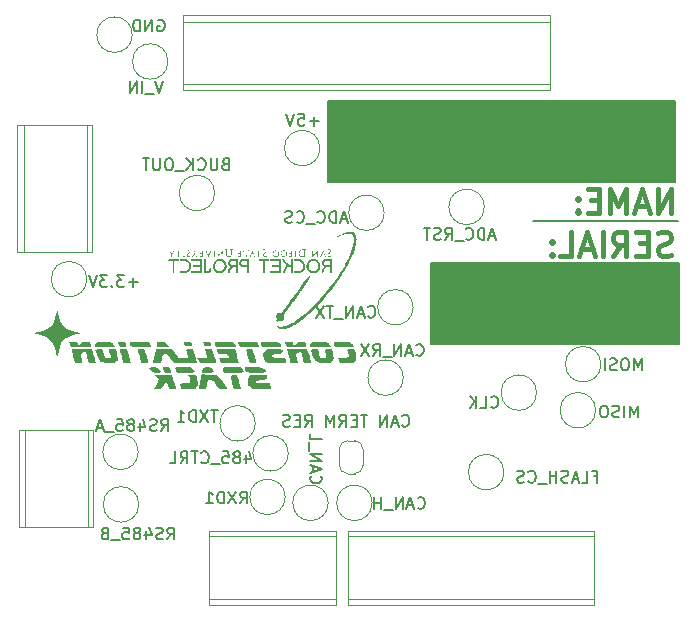
<source format=gbo>
G04 #@! TF.GenerationSoftware,KiCad,Pcbnew,7.0.7*
G04 #@! TF.CreationDate,2024-09-25T18:01:08-07:00*
G04 #@! TF.ProjectId,LAF Board Proto V1.0,4c414620-426f-4617-9264-2050726f746f,rev?*
G04 #@! TF.SameCoordinates,Original*
G04 #@! TF.FileFunction,Legend,Bot*
G04 #@! TF.FilePolarity,Positive*
%FSLAX46Y46*%
G04 Gerber Fmt 4.6, Leading zero omitted, Abs format (unit mm)*
G04 Created by KiCad (PCBNEW 7.0.7) date 2024-09-25 18:01:08*
%MOMM*%
%LPD*%
G01*
G04 APERTURE LIST*
G04 Aperture macros list*
%AMFreePoly0*
4,1,19,0.500000,-0.750000,0.000000,-0.750000,0.000000,-0.744911,-0.071157,-0.744911,-0.207708,-0.704816,-0.327430,-0.627875,-0.420627,-0.520320,-0.479746,-0.390866,-0.500000,-0.250000,-0.500000,0.250000,-0.479746,0.390866,-0.420627,0.520320,-0.327430,0.627875,-0.207708,0.704816,-0.071157,0.744911,0.000000,0.744911,0.000000,0.750000,0.500000,0.750000,0.500000,-0.750000,0.500000,-0.750000,
$1*%
%AMFreePoly1*
4,1,19,0.000000,0.744911,0.071157,0.744911,0.207708,0.704816,0.327430,0.627875,0.420627,0.520320,0.479746,0.390866,0.500000,0.250000,0.500000,-0.250000,0.479746,-0.390866,0.420627,-0.520320,0.327430,-0.627875,0.207708,-0.704816,0.071157,-0.744911,0.000000,-0.744911,0.000000,-0.750000,-0.500000,-0.750000,-0.500000,0.750000,0.000000,0.750000,0.000000,0.744911,0.000000,0.744911,
$1*%
G04 Aperture macros list end*
%ADD10C,0.150000*%
%ADD11C,0.400000*%
%ADD12C,0.120000*%
%ADD13R,2.200000X2.200000*%
%ADD14C,2.200000*%
%ADD15C,5.600000*%
%ADD16C,0.650000*%
%ADD17O,2.100000X1.000000*%
%ADD18O,1.600000X1.000000*%
%ADD19C,2.000000*%
%ADD20O,2.200000X2.200000*%
%ADD21FreePoly0,90.000000*%
%ADD22FreePoly1,90.000000*%
G04 APERTURE END LIST*
D10*
X81610000Y-43170000D02*
X69260000Y-43170000D01*
X51960000Y-32980000D02*
X81310000Y-32980000D01*
X81310000Y-39810000D01*
X51960000Y-39810000D01*
X51960000Y-32980000D01*
G36*
X51960000Y-32980000D02*
G01*
X81310000Y-32980000D01*
X81310000Y-39810000D01*
X51960000Y-39810000D01*
X51960000Y-32980000D01*
G37*
X60680000Y-46680000D02*
X81650000Y-46680000D01*
X81650000Y-53510000D01*
X60680000Y-53510000D01*
X60680000Y-46680000D01*
G36*
X60680000Y-46680000D02*
G01*
X81650000Y-46680000D01*
X81650000Y-53510000D01*
X60680000Y-53510000D01*
X60680000Y-46680000D01*
G37*
X35833220Y-48328866D02*
X35071316Y-48328866D01*
X35452268Y-48709819D02*
X35452268Y-47947914D01*
X34690363Y-47709819D02*
X34071316Y-47709819D01*
X34071316Y-47709819D02*
X34404649Y-48090771D01*
X34404649Y-48090771D02*
X34261792Y-48090771D01*
X34261792Y-48090771D02*
X34166554Y-48138390D01*
X34166554Y-48138390D02*
X34118935Y-48186009D01*
X34118935Y-48186009D02*
X34071316Y-48281247D01*
X34071316Y-48281247D02*
X34071316Y-48519342D01*
X34071316Y-48519342D02*
X34118935Y-48614580D01*
X34118935Y-48614580D02*
X34166554Y-48662200D01*
X34166554Y-48662200D02*
X34261792Y-48709819D01*
X34261792Y-48709819D02*
X34547506Y-48709819D01*
X34547506Y-48709819D02*
X34642744Y-48662200D01*
X34642744Y-48662200D02*
X34690363Y-48614580D01*
X33642744Y-48614580D02*
X33595125Y-48662200D01*
X33595125Y-48662200D02*
X33642744Y-48709819D01*
X33642744Y-48709819D02*
X33690363Y-48662200D01*
X33690363Y-48662200D02*
X33642744Y-48614580D01*
X33642744Y-48614580D02*
X33642744Y-48709819D01*
X33261792Y-47709819D02*
X32642745Y-47709819D01*
X32642745Y-47709819D02*
X32976078Y-48090771D01*
X32976078Y-48090771D02*
X32833221Y-48090771D01*
X32833221Y-48090771D02*
X32737983Y-48138390D01*
X32737983Y-48138390D02*
X32690364Y-48186009D01*
X32690364Y-48186009D02*
X32642745Y-48281247D01*
X32642745Y-48281247D02*
X32642745Y-48519342D01*
X32642745Y-48519342D02*
X32690364Y-48614580D01*
X32690364Y-48614580D02*
X32737983Y-48662200D01*
X32737983Y-48662200D02*
X32833221Y-48709819D01*
X32833221Y-48709819D02*
X33118935Y-48709819D01*
X33118935Y-48709819D02*
X33214173Y-48662200D01*
X33214173Y-48662200D02*
X33261792Y-48614580D01*
X32357030Y-47709819D02*
X32023697Y-48709819D01*
X32023697Y-48709819D02*
X31690364Y-47709819D01*
X74419887Y-64756009D02*
X74753220Y-64756009D01*
X74753220Y-65279819D02*
X74753220Y-64279819D01*
X74753220Y-64279819D02*
X74277030Y-64279819D01*
X73419887Y-65279819D02*
X73896077Y-65279819D01*
X73896077Y-65279819D02*
X73896077Y-64279819D01*
X73134172Y-64994104D02*
X72657982Y-64994104D01*
X73229410Y-65279819D02*
X72896077Y-64279819D01*
X72896077Y-64279819D02*
X72562744Y-65279819D01*
X72277029Y-65232200D02*
X72134172Y-65279819D01*
X72134172Y-65279819D02*
X71896077Y-65279819D01*
X71896077Y-65279819D02*
X71800839Y-65232200D01*
X71800839Y-65232200D02*
X71753220Y-65184580D01*
X71753220Y-65184580D02*
X71705601Y-65089342D01*
X71705601Y-65089342D02*
X71705601Y-64994104D01*
X71705601Y-64994104D02*
X71753220Y-64898866D01*
X71753220Y-64898866D02*
X71800839Y-64851247D01*
X71800839Y-64851247D02*
X71896077Y-64803628D01*
X71896077Y-64803628D02*
X72086553Y-64756009D01*
X72086553Y-64756009D02*
X72181791Y-64708390D01*
X72181791Y-64708390D02*
X72229410Y-64660771D01*
X72229410Y-64660771D02*
X72277029Y-64565533D01*
X72277029Y-64565533D02*
X72277029Y-64470295D01*
X72277029Y-64470295D02*
X72229410Y-64375057D01*
X72229410Y-64375057D02*
X72181791Y-64327438D01*
X72181791Y-64327438D02*
X72086553Y-64279819D01*
X72086553Y-64279819D02*
X71848458Y-64279819D01*
X71848458Y-64279819D02*
X71705601Y-64327438D01*
X71277029Y-65279819D02*
X71277029Y-64279819D01*
X71277029Y-64756009D02*
X70705601Y-64756009D01*
X70705601Y-65279819D02*
X70705601Y-64279819D01*
X70467506Y-65375057D02*
X69705601Y-65375057D01*
X68896077Y-65184580D02*
X68943696Y-65232200D01*
X68943696Y-65232200D02*
X69086553Y-65279819D01*
X69086553Y-65279819D02*
X69181791Y-65279819D01*
X69181791Y-65279819D02*
X69324648Y-65232200D01*
X69324648Y-65232200D02*
X69419886Y-65136961D01*
X69419886Y-65136961D02*
X69467505Y-65041723D01*
X69467505Y-65041723D02*
X69515124Y-64851247D01*
X69515124Y-64851247D02*
X69515124Y-64708390D01*
X69515124Y-64708390D02*
X69467505Y-64517914D01*
X69467505Y-64517914D02*
X69419886Y-64422676D01*
X69419886Y-64422676D02*
X69324648Y-64327438D01*
X69324648Y-64327438D02*
X69181791Y-64279819D01*
X69181791Y-64279819D02*
X69086553Y-64279819D01*
X69086553Y-64279819D02*
X68943696Y-64327438D01*
X68943696Y-64327438D02*
X68896077Y-64375057D01*
X68515124Y-65232200D02*
X68372267Y-65279819D01*
X68372267Y-65279819D02*
X68134172Y-65279819D01*
X68134172Y-65279819D02*
X68038934Y-65232200D01*
X68038934Y-65232200D02*
X67991315Y-65184580D01*
X67991315Y-65184580D02*
X67943696Y-65089342D01*
X67943696Y-65089342D02*
X67943696Y-64994104D01*
X67943696Y-64994104D02*
X67991315Y-64898866D01*
X67991315Y-64898866D02*
X68038934Y-64851247D01*
X68038934Y-64851247D02*
X68134172Y-64803628D01*
X68134172Y-64803628D02*
X68324648Y-64756009D01*
X68324648Y-64756009D02*
X68419886Y-64708390D01*
X68419886Y-64708390D02*
X68467505Y-64660771D01*
X68467505Y-64660771D02*
X68515124Y-64565533D01*
X68515124Y-64565533D02*
X68515124Y-64470295D01*
X68515124Y-64470295D02*
X68467505Y-64375057D01*
X68467505Y-64375057D02*
X68419886Y-64327438D01*
X68419886Y-64327438D02*
X68324648Y-64279819D01*
X68324648Y-64279819D02*
X68086553Y-64279819D01*
X68086553Y-64279819D02*
X67943696Y-64327438D01*
X43239887Y-38316009D02*
X43097030Y-38363628D01*
X43097030Y-38363628D02*
X43049411Y-38411247D01*
X43049411Y-38411247D02*
X43001792Y-38506485D01*
X43001792Y-38506485D02*
X43001792Y-38649342D01*
X43001792Y-38649342D02*
X43049411Y-38744580D01*
X43049411Y-38744580D02*
X43097030Y-38792200D01*
X43097030Y-38792200D02*
X43192268Y-38839819D01*
X43192268Y-38839819D02*
X43573220Y-38839819D01*
X43573220Y-38839819D02*
X43573220Y-37839819D01*
X43573220Y-37839819D02*
X43239887Y-37839819D01*
X43239887Y-37839819D02*
X43144649Y-37887438D01*
X43144649Y-37887438D02*
X43097030Y-37935057D01*
X43097030Y-37935057D02*
X43049411Y-38030295D01*
X43049411Y-38030295D02*
X43049411Y-38125533D01*
X43049411Y-38125533D02*
X43097030Y-38220771D01*
X43097030Y-38220771D02*
X43144649Y-38268390D01*
X43144649Y-38268390D02*
X43239887Y-38316009D01*
X43239887Y-38316009D02*
X43573220Y-38316009D01*
X42573220Y-37839819D02*
X42573220Y-38649342D01*
X42573220Y-38649342D02*
X42525601Y-38744580D01*
X42525601Y-38744580D02*
X42477982Y-38792200D01*
X42477982Y-38792200D02*
X42382744Y-38839819D01*
X42382744Y-38839819D02*
X42192268Y-38839819D01*
X42192268Y-38839819D02*
X42097030Y-38792200D01*
X42097030Y-38792200D02*
X42049411Y-38744580D01*
X42049411Y-38744580D02*
X42001792Y-38649342D01*
X42001792Y-38649342D02*
X42001792Y-37839819D01*
X40954173Y-38744580D02*
X41001792Y-38792200D01*
X41001792Y-38792200D02*
X41144649Y-38839819D01*
X41144649Y-38839819D02*
X41239887Y-38839819D01*
X41239887Y-38839819D02*
X41382744Y-38792200D01*
X41382744Y-38792200D02*
X41477982Y-38696961D01*
X41477982Y-38696961D02*
X41525601Y-38601723D01*
X41525601Y-38601723D02*
X41573220Y-38411247D01*
X41573220Y-38411247D02*
X41573220Y-38268390D01*
X41573220Y-38268390D02*
X41525601Y-38077914D01*
X41525601Y-38077914D02*
X41477982Y-37982676D01*
X41477982Y-37982676D02*
X41382744Y-37887438D01*
X41382744Y-37887438D02*
X41239887Y-37839819D01*
X41239887Y-37839819D02*
X41144649Y-37839819D01*
X41144649Y-37839819D02*
X41001792Y-37887438D01*
X41001792Y-37887438D02*
X40954173Y-37935057D01*
X40525601Y-38839819D02*
X40525601Y-37839819D01*
X39954173Y-38839819D02*
X40382744Y-38268390D01*
X39954173Y-37839819D02*
X40525601Y-38411247D01*
X39763697Y-38935057D02*
X39001792Y-38935057D01*
X38573220Y-37839819D02*
X38382744Y-37839819D01*
X38382744Y-37839819D02*
X38287506Y-37887438D01*
X38287506Y-37887438D02*
X38192268Y-37982676D01*
X38192268Y-37982676D02*
X38144649Y-38173152D01*
X38144649Y-38173152D02*
X38144649Y-38506485D01*
X38144649Y-38506485D02*
X38192268Y-38696961D01*
X38192268Y-38696961D02*
X38287506Y-38792200D01*
X38287506Y-38792200D02*
X38382744Y-38839819D01*
X38382744Y-38839819D02*
X38573220Y-38839819D01*
X38573220Y-38839819D02*
X38668458Y-38792200D01*
X38668458Y-38792200D02*
X38763696Y-38696961D01*
X38763696Y-38696961D02*
X38811315Y-38506485D01*
X38811315Y-38506485D02*
X38811315Y-38173152D01*
X38811315Y-38173152D02*
X38763696Y-37982676D01*
X38763696Y-37982676D02*
X38668458Y-37887438D01*
X38668458Y-37887438D02*
X38573220Y-37839819D01*
X37716077Y-37839819D02*
X37716077Y-38649342D01*
X37716077Y-38649342D02*
X37668458Y-38744580D01*
X37668458Y-38744580D02*
X37620839Y-38792200D01*
X37620839Y-38792200D02*
X37525601Y-38839819D01*
X37525601Y-38839819D02*
X37335125Y-38839819D01*
X37335125Y-38839819D02*
X37239887Y-38792200D01*
X37239887Y-38792200D02*
X37192268Y-38744580D01*
X37192268Y-38744580D02*
X37144649Y-38649342D01*
X37144649Y-38649342D02*
X37144649Y-37839819D01*
X36811315Y-37839819D02*
X36239887Y-37839819D01*
X36525601Y-38839819D02*
X36525601Y-37839819D01*
X51133220Y-34678866D02*
X50371316Y-34678866D01*
X50752268Y-35059819D02*
X50752268Y-34297914D01*
X49418935Y-34059819D02*
X49895125Y-34059819D01*
X49895125Y-34059819D02*
X49942744Y-34536009D01*
X49942744Y-34536009D02*
X49895125Y-34488390D01*
X49895125Y-34488390D02*
X49799887Y-34440771D01*
X49799887Y-34440771D02*
X49561792Y-34440771D01*
X49561792Y-34440771D02*
X49466554Y-34488390D01*
X49466554Y-34488390D02*
X49418935Y-34536009D01*
X49418935Y-34536009D02*
X49371316Y-34631247D01*
X49371316Y-34631247D02*
X49371316Y-34869342D01*
X49371316Y-34869342D02*
X49418935Y-34964580D01*
X49418935Y-34964580D02*
X49466554Y-35012200D01*
X49466554Y-35012200D02*
X49561792Y-35059819D01*
X49561792Y-35059819D02*
X49799887Y-35059819D01*
X49799887Y-35059819D02*
X49895125Y-35012200D01*
X49895125Y-35012200D02*
X49942744Y-34964580D01*
X49085601Y-34059819D02*
X48752268Y-35059819D01*
X48752268Y-35059819D02*
X48418935Y-34059819D01*
D11*
X81005890Y-45989200D02*
X80720176Y-46084438D01*
X80720176Y-46084438D02*
X80243985Y-46084438D01*
X80243985Y-46084438D02*
X80053509Y-45989200D01*
X80053509Y-45989200D02*
X79958271Y-45893961D01*
X79958271Y-45893961D02*
X79863033Y-45703485D01*
X79863033Y-45703485D02*
X79863033Y-45513009D01*
X79863033Y-45513009D02*
X79958271Y-45322533D01*
X79958271Y-45322533D02*
X80053509Y-45227295D01*
X80053509Y-45227295D02*
X80243985Y-45132057D01*
X80243985Y-45132057D02*
X80624938Y-45036819D01*
X80624938Y-45036819D02*
X80815414Y-44941580D01*
X80815414Y-44941580D02*
X80910652Y-44846342D01*
X80910652Y-44846342D02*
X81005890Y-44655866D01*
X81005890Y-44655866D02*
X81005890Y-44465390D01*
X81005890Y-44465390D02*
X80910652Y-44274914D01*
X80910652Y-44274914D02*
X80815414Y-44179676D01*
X80815414Y-44179676D02*
X80624938Y-44084438D01*
X80624938Y-44084438D02*
X80148747Y-44084438D01*
X80148747Y-44084438D02*
X79863033Y-44179676D01*
X79005890Y-45036819D02*
X78339223Y-45036819D01*
X78053509Y-46084438D02*
X79005890Y-46084438D01*
X79005890Y-46084438D02*
X79005890Y-44084438D01*
X79005890Y-44084438D02*
X78053509Y-44084438D01*
X76053509Y-46084438D02*
X76720176Y-45132057D01*
X77196366Y-46084438D02*
X77196366Y-44084438D01*
X77196366Y-44084438D02*
X76434461Y-44084438D01*
X76434461Y-44084438D02*
X76243985Y-44179676D01*
X76243985Y-44179676D02*
X76148747Y-44274914D01*
X76148747Y-44274914D02*
X76053509Y-44465390D01*
X76053509Y-44465390D02*
X76053509Y-44751104D01*
X76053509Y-44751104D02*
X76148747Y-44941580D01*
X76148747Y-44941580D02*
X76243985Y-45036819D01*
X76243985Y-45036819D02*
X76434461Y-45132057D01*
X76434461Y-45132057D02*
X77196366Y-45132057D01*
X75196366Y-46084438D02*
X75196366Y-44084438D01*
X74339223Y-45513009D02*
X73386842Y-45513009D01*
X74529699Y-46084438D02*
X73863033Y-44084438D01*
X73863033Y-44084438D02*
X73196366Y-46084438D01*
X71577318Y-46084438D02*
X72529699Y-46084438D01*
X72529699Y-46084438D02*
X72529699Y-44084438D01*
X70910651Y-45893961D02*
X70815413Y-45989200D01*
X70815413Y-45989200D02*
X70910651Y-46084438D01*
X70910651Y-46084438D02*
X71005889Y-45989200D01*
X71005889Y-45989200D02*
X70910651Y-45893961D01*
X70910651Y-45893961D02*
X70910651Y-46084438D01*
X70910651Y-44846342D02*
X70815413Y-44941580D01*
X70815413Y-44941580D02*
X70910651Y-45036819D01*
X70910651Y-45036819D02*
X71005889Y-44941580D01*
X71005889Y-44941580D02*
X70910651Y-44846342D01*
X70910651Y-44846342D02*
X70910651Y-45036819D01*
D10*
X42586077Y-59139819D02*
X42014649Y-59139819D01*
X42300363Y-60139819D02*
X42300363Y-59139819D01*
X41776553Y-59139819D02*
X41109887Y-60139819D01*
X41109887Y-59139819D02*
X41776553Y-60139819D01*
X40728934Y-60139819D02*
X40728934Y-59139819D01*
X40728934Y-59139819D02*
X40490839Y-59139819D01*
X40490839Y-59139819D02*
X40347982Y-59187438D01*
X40347982Y-59187438D02*
X40252744Y-59282676D01*
X40252744Y-59282676D02*
X40205125Y-59377914D01*
X40205125Y-59377914D02*
X40157506Y-59568390D01*
X40157506Y-59568390D02*
X40157506Y-59711247D01*
X40157506Y-59711247D02*
X40205125Y-59901723D01*
X40205125Y-59901723D02*
X40252744Y-59996961D01*
X40252744Y-59996961D02*
X40347982Y-60092200D01*
X40347982Y-60092200D02*
X40490839Y-60139819D01*
X40490839Y-60139819D02*
X40728934Y-60139819D01*
X39205125Y-60139819D02*
X39776553Y-60139819D01*
X39490839Y-60139819D02*
X39490839Y-59139819D01*
X39490839Y-59139819D02*
X39586077Y-59282676D01*
X39586077Y-59282676D02*
X39681315Y-59377914D01*
X39681315Y-59377914D02*
X39776553Y-59425533D01*
X78163220Y-59769819D02*
X78163220Y-58769819D01*
X78163220Y-58769819D02*
X77829887Y-59484104D01*
X77829887Y-59484104D02*
X77496554Y-58769819D01*
X77496554Y-58769819D02*
X77496554Y-59769819D01*
X77020363Y-59769819D02*
X77020363Y-58769819D01*
X76591792Y-59722200D02*
X76448935Y-59769819D01*
X76448935Y-59769819D02*
X76210840Y-59769819D01*
X76210840Y-59769819D02*
X76115602Y-59722200D01*
X76115602Y-59722200D02*
X76067983Y-59674580D01*
X76067983Y-59674580D02*
X76020364Y-59579342D01*
X76020364Y-59579342D02*
X76020364Y-59484104D01*
X76020364Y-59484104D02*
X76067983Y-59388866D01*
X76067983Y-59388866D02*
X76115602Y-59341247D01*
X76115602Y-59341247D02*
X76210840Y-59293628D01*
X76210840Y-59293628D02*
X76401316Y-59246009D01*
X76401316Y-59246009D02*
X76496554Y-59198390D01*
X76496554Y-59198390D02*
X76544173Y-59150771D01*
X76544173Y-59150771D02*
X76591792Y-59055533D01*
X76591792Y-59055533D02*
X76591792Y-58960295D01*
X76591792Y-58960295D02*
X76544173Y-58865057D01*
X76544173Y-58865057D02*
X76496554Y-58817438D01*
X76496554Y-58817438D02*
X76401316Y-58769819D01*
X76401316Y-58769819D02*
X76163221Y-58769819D01*
X76163221Y-58769819D02*
X76020364Y-58817438D01*
X75401316Y-58769819D02*
X75210840Y-58769819D01*
X75210840Y-58769819D02*
X75115602Y-58817438D01*
X75115602Y-58817438D02*
X75020364Y-58912676D01*
X75020364Y-58912676D02*
X74972745Y-59103152D01*
X74972745Y-59103152D02*
X74972745Y-59436485D01*
X74972745Y-59436485D02*
X75020364Y-59626961D01*
X75020364Y-59626961D02*
X75115602Y-59722200D01*
X75115602Y-59722200D02*
X75210840Y-59769819D01*
X75210840Y-59769819D02*
X75401316Y-59769819D01*
X75401316Y-59769819D02*
X75496554Y-59722200D01*
X75496554Y-59722200D02*
X75591792Y-59626961D01*
X75591792Y-59626961D02*
X75639411Y-59436485D01*
X75639411Y-59436485D02*
X75639411Y-59103152D01*
X75639411Y-59103152D02*
X75591792Y-58912676D01*
X75591792Y-58912676D02*
X75496554Y-58817438D01*
X75496554Y-58817438D02*
X75401316Y-58769819D01*
X44974649Y-62983152D02*
X44974649Y-63649819D01*
X45212744Y-62602200D02*
X45450839Y-63316485D01*
X45450839Y-63316485D02*
X44831792Y-63316485D01*
X44307982Y-63078390D02*
X44403220Y-63030771D01*
X44403220Y-63030771D02*
X44450839Y-62983152D01*
X44450839Y-62983152D02*
X44498458Y-62887914D01*
X44498458Y-62887914D02*
X44498458Y-62840295D01*
X44498458Y-62840295D02*
X44450839Y-62745057D01*
X44450839Y-62745057D02*
X44403220Y-62697438D01*
X44403220Y-62697438D02*
X44307982Y-62649819D01*
X44307982Y-62649819D02*
X44117506Y-62649819D01*
X44117506Y-62649819D02*
X44022268Y-62697438D01*
X44022268Y-62697438D02*
X43974649Y-62745057D01*
X43974649Y-62745057D02*
X43927030Y-62840295D01*
X43927030Y-62840295D02*
X43927030Y-62887914D01*
X43927030Y-62887914D02*
X43974649Y-62983152D01*
X43974649Y-62983152D02*
X44022268Y-63030771D01*
X44022268Y-63030771D02*
X44117506Y-63078390D01*
X44117506Y-63078390D02*
X44307982Y-63078390D01*
X44307982Y-63078390D02*
X44403220Y-63126009D01*
X44403220Y-63126009D02*
X44450839Y-63173628D01*
X44450839Y-63173628D02*
X44498458Y-63268866D01*
X44498458Y-63268866D02*
X44498458Y-63459342D01*
X44498458Y-63459342D02*
X44450839Y-63554580D01*
X44450839Y-63554580D02*
X44403220Y-63602200D01*
X44403220Y-63602200D02*
X44307982Y-63649819D01*
X44307982Y-63649819D02*
X44117506Y-63649819D01*
X44117506Y-63649819D02*
X44022268Y-63602200D01*
X44022268Y-63602200D02*
X43974649Y-63554580D01*
X43974649Y-63554580D02*
X43927030Y-63459342D01*
X43927030Y-63459342D02*
X43927030Y-63268866D01*
X43927030Y-63268866D02*
X43974649Y-63173628D01*
X43974649Y-63173628D02*
X44022268Y-63126009D01*
X44022268Y-63126009D02*
X44117506Y-63078390D01*
X43022268Y-62649819D02*
X43498458Y-62649819D01*
X43498458Y-62649819D02*
X43546077Y-63126009D01*
X43546077Y-63126009D02*
X43498458Y-63078390D01*
X43498458Y-63078390D02*
X43403220Y-63030771D01*
X43403220Y-63030771D02*
X43165125Y-63030771D01*
X43165125Y-63030771D02*
X43069887Y-63078390D01*
X43069887Y-63078390D02*
X43022268Y-63126009D01*
X43022268Y-63126009D02*
X42974649Y-63221247D01*
X42974649Y-63221247D02*
X42974649Y-63459342D01*
X42974649Y-63459342D02*
X43022268Y-63554580D01*
X43022268Y-63554580D02*
X43069887Y-63602200D01*
X43069887Y-63602200D02*
X43165125Y-63649819D01*
X43165125Y-63649819D02*
X43403220Y-63649819D01*
X43403220Y-63649819D02*
X43498458Y-63602200D01*
X43498458Y-63602200D02*
X43546077Y-63554580D01*
X42784173Y-63745057D02*
X42022268Y-63745057D01*
X41212744Y-63554580D02*
X41260363Y-63602200D01*
X41260363Y-63602200D02*
X41403220Y-63649819D01*
X41403220Y-63649819D02*
X41498458Y-63649819D01*
X41498458Y-63649819D02*
X41641315Y-63602200D01*
X41641315Y-63602200D02*
X41736553Y-63506961D01*
X41736553Y-63506961D02*
X41784172Y-63411723D01*
X41784172Y-63411723D02*
X41831791Y-63221247D01*
X41831791Y-63221247D02*
X41831791Y-63078390D01*
X41831791Y-63078390D02*
X41784172Y-62887914D01*
X41784172Y-62887914D02*
X41736553Y-62792676D01*
X41736553Y-62792676D02*
X41641315Y-62697438D01*
X41641315Y-62697438D02*
X41498458Y-62649819D01*
X41498458Y-62649819D02*
X41403220Y-62649819D01*
X41403220Y-62649819D02*
X41260363Y-62697438D01*
X41260363Y-62697438D02*
X41212744Y-62745057D01*
X40927029Y-62649819D02*
X40355601Y-62649819D01*
X40641315Y-63649819D02*
X40641315Y-62649819D01*
X39450839Y-63649819D02*
X39784172Y-63173628D01*
X40022267Y-63649819D02*
X40022267Y-62649819D01*
X40022267Y-62649819D02*
X39641315Y-62649819D01*
X39641315Y-62649819D02*
X39546077Y-62697438D01*
X39546077Y-62697438D02*
X39498458Y-62745057D01*
X39498458Y-62745057D02*
X39450839Y-62840295D01*
X39450839Y-62840295D02*
X39450839Y-62983152D01*
X39450839Y-62983152D02*
X39498458Y-63078390D01*
X39498458Y-63078390D02*
X39546077Y-63126009D01*
X39546077Y-63126009D02*
X39641315Y-63173628D01*
X39641315Y-63173628D02*
X40022267Y-63173628D01*
X38546077Y-63649819D02*
X39022267Y-63649819D01*
X39022267Y-63649819D02*
X39022267Y-62649819D01*
X66080839Y-44434104D02*
X65604649Y-44434104D01*
X66176077Y-44719819D02*
X65842744Y-43719819D01*
X65842744Y-43719819D02*
X65509411Y-44719819D01*
X65176077Y-44719819D02*
X65176077Y-43719819D01*
X65176077Y-43719819D02*
X64937982Y-43719819D01*
X64937982Y-43719819D02*
X64795125Y-43767438D01*
X64795125Y-43767438D02*
X64699887Y-43862676D01*
X64699887Y-43862676D02*
X64652268Y-43957914D01*
X64652268Y-43957914D02*
X64604649Y-44148390D01*
X64604649Y-44148390D02*
X64604649Y-44291247D01*
X64604649Y-44291247D02*
X64652268Y-44481723D01*
X64652268Y-44481723D02*
X64699887Y-44576961D01*
X64699887Y-44576961D02*
X64795125Y-44672200D01*
X64795125Y-44672200D02*
X64937982Y-44719819D01*
X64937982Y-44719819D02*
X65176077Y-44719819D01*
X63604649Y-44624580D02*
X63652268Y-44672200D01*
X63652268Y-44672200D02*
X63795125Y-44719819D01*
X63795125Y-44719819D02*
X63890363Y-44719819D01*
X63890363Y-44719819D02*
X64033220Y-44672200D01*
X64033220Y-44672200D02*
X64128458Y-44576961D01*
X64128458Y-44576961D02*
X64176077Y-44481723D01*
X64176077Y-44481723D02*
X64223696Y-44291247D01*
X64223696Y-44291247D02*
X64223696Y-44148390D01*
X64223696Y-44148390D02*
X64176077Y-43957914D01*
X64176077Y-43957914D02*
X64128458Y-43862676D01*
X64128458Y-43862676D02*
X64033220Y-43767438D01*
X64033220Y-43767438D02*
X63890363Y-43719819D01*
X63890363Y-43719819D02*
X63795125Y-43719819D01*
X63795125Y-43719819D02*
X63652268Y-43767438D01*
X63652268Y-43767438D02*
X63604649Y-43815057D01*
X63414173Y-44815057D02*
X62652268Y-44815057D01*
X61842744Y-44719819D02*
X62176077Y-44243628D01*
X62414172Y-44719819D02*
X62414172Y-43719819D01*
X62414172Y-43719819D02*
X62033220Y-43719819D01*
X62033220Y-43719819D02*
X61937982Y-43767438D01*
X61937982Y-43767438D02*
X61890363Y-43815057D01*
X61890363Y-43815057D02*
X61842744Y-43910295D01*
X61842744Y-43910295D02*
X61842744Y-44053152D01*
X61842744Y-44053152D02*
X61890363Y-44148390D01*
X61890363Y-44148390D02*
X61937982Y-44196009D01*
X61937982Y-44196009D02*
X62033220Y-44243628D01*
X62033220Y-44243628D02*
X62414172Y-44243628D01*
X61461791Y-44672200D02*
X61318934Y-44719819D01*
X61318934Y-44719819D02*
X61080839Y-44719819D01*
X61080839Y-44719819D02*
X60985601Y-44672200D01*
X60985601Y-44672200D02*
X60937982Y-44624580D01*
X60937982Y-44624580D02*
X60890363Y-44529342D01*
X60890363Y-44529342D02*
X60890363Y-44434104D01*
X60890363Y-44434104D02*
X60937982Y-44338866D01*
X60937982Y-44338866D02*
X60985601Y-44291247D01*
X60985601Y-44291247D02*
X61080839Y-44243628D01*
X61080839Y-44243628D02*
X61271315Y-44196009D01*
X61271315Y-44196009D02*
X61366553Y-44148390D01*
X61366553Y-44148390D02*
X61414172Y-44100771D01*
X61414172Y-44100771D02*
X61461791Y-44005533D01*
X61461791Y-44005533D02*
X61461791Y-43910295D01*
X61461791Y-43910295D02*
X61414172Y-43815057D01*
X61414172Y-43815057D02*
X61366553Y-43767438D01*
X61366553Y-43767438D02*
X61271315Y-43719819D01*
X61271315Y-43719819D02*
X61033220Y-43719819D01*
X61033220Y-43719819D02*
X60890363Y-43767438D01*
X60604648Y-43719819D02*
X60033220Y-43719819D01*
X60318934Y-44719819D02*
X60318934Y-43719819D01*
X58211792Y-60444580D02*
X58259411Y-60492200D01*
X58259411Y-60492200D02*
X58402268Y-60539819D01*
X58402268Y-60539819D02*
X58497506Y-60539819D01*
X58497506Y-60539819D02*
X58640363Y-60492200D01*
X58640363Y-60492200D02*
X58735601Y-60396961D01*
X58735601Y-60396961D02*
X58783220Y-60301723D01*
X58783220Y-60301723D02*
X58830839Y-60111247D01*
X58830839Y-60111247D02*
X58830839Y-59968390D01*
X58830839Y-59968390D02*
X58783220Y-59777914D01*
X58783220Y-59777914D02*
X58735601Y-59682676D01*
X58735601Y-59682676D02*
X58640363Y-59587438D01*
X58640363Y-59587438D02*
X58497506Y-59539819D01*
X58497506Y-59539819D02*
X58402268Y-59539819D01*
X58402268Y-59539819D02*
X58259411Y-59587438D01*
X58259411Y-59587438D02*
X58211792Y-59635057D01*
X57830839Y-60254104D02*
X57354649Y-60254104D01*
X57926077Y-60539819D02*
X57592744Y-59539819D01*
X57592744Y-59539819D02*
X57259411Y-60539819D01*
X56926077Y-60539819D02*
X56926077Y-59539819D01*
X56926077Y-59539819D02*
X56354649Y-60539819D01*
X56354649Y-60539819D02*
X56354649Y-59539819D01*
X55259410Y-59539819D02*
X54687982Y-59539819D01*
X54973696Y-60539819D02*
X54973696Y-59539819D01*
X54354648Y-60016009D02*
X54021315Y-60016009D01*
X53878458Y-60539819D02*
X54354648Y-60539819D01*
X54354648Y-60539819D02*
X54354648Y-59539819D01*
X54354648Y-59539819D02*
X53878458Y-59539819D01*
X52878458Y-60539819D02*
X53211791Y-60063628D01*
X53449886Y-60539819D02*
X53449886Y-59539819D01*
X53449886Y-59539819D02*
X53068934Y-59539819D01*
X53068934Y-59539819D02*
X52973696Y-59587438D01*
X52973696Y-59587438D02*
X52926077Y-59635057D01*
X52926077Y-59635057D02*
X52878458Y-59730295D01*
X52878458Y-59730295D02*
X52878458Y-59873152D01*
X52878458Y-59873152D02*
X52926077Y-59968390D01*
X52926077Y-59968390D02*
X52973696Y-60016009D01*
X52973696Y-60016009D02*
X53068934Y-60063628D01*
X53068934Y-60063628D02*
X53449886Y-60063628D01*
X52449886Y-60539819D02*
X52449886Y-59539819D01*
X52449886Y-59539819D02*
X52116553Y-60254104D01*
X52116553Y-60254104D02*
X51783220Y-59539819D01*
X51783220Y-59539819D02*
X51783220Y-60539819D01*
X49973696Y-60539819D02*
X50307029Y-60063628D01*
X50545124Y-60539819D02*
X50545124Y-59539819D01*
X50545124Y-59539819D02*
X50164172Y-59539819D01*
X50164172Y-59539819D02*
X50068934Y-59587438D01*
X50068934Y-59587438D02*
X50021315Y-59635057D01*
X50021315Y-59635057D02*
X49973696Y-59730295D01*
X49973696Y-59730295D02*
X49973696Y-59873152D01*
X49973696Y-59873152D02*
X50021315Y-59968390D01*
X50021315Y-59968390D02*
X50068934Y-60016009D01*
X50068934Y-60016009D02*
X50164172Y-60063628D01*
X50164172Y-60063628D02*
X50545124Y-60063628D01*
X49545124Y-60016009D02*
X49211791Y-60016009D01*
X49068934Y-60539819D02*
X49545124Y-60539819D01*
X49545124Y-60539819D02*
X49545124Y-59539819D01*
X49545124Y-59539819D02*
X49068934Y-59539819D01*
X48687981Y-60492200D02*
X48545124Y-60539819D01*
X48545124Y-60539819D02*
X48307029Y-60539819D01*
X48307029Y-60539819D02*
X48211791Y-60492200D01*
X48211791Y-60492200D02*
X48164172Y-60444580D01*
X48164172Y-60444580D02*
X48116553Y-60349342D01*
X48116553Y-60349342D02*
X48116553Y-60254104D01*
X48116553Y-60254104D02*
X48164172Y-60158866D01*
X48164172Y-60158866D02*
X48211791Y-60111247D01*
X48211791Y-60111247D02*
X48307029Y-60063628D01*
X48307029Y-60063628D02*
X48497505Y-60016009D01*
X48497505Y-60016009D02*
X48592743Y-59968390D01*
X48592743Y-59968390D02*
X48640362Y-59920771D01*
X48640362Y-59920771D02*
X48687981Y-59825533D01*
X48687981Y-59825533D02*
X48687981Y-59730295D01*
X48687981Y-59730295D02*
X48640362Y-59635057D01*
X48640362Y-59635057D02*
X48592743Y-59587438D01*
X48592743Y-59587438D02*
X48497505Y-59539819D01*
X48497505Y-59539819D02*
X48259410Y-59539819D01*
X48259410Y-59539819D02*
X48116553Y-59587438D01*
X59411792Y-54464580D02*
X59459411Y-54512200D01*
X59459411Y-54512200D02*
X59602268Y-54559819D01*
X59602268Y-54559819D02*
X59697506Y-54559819D01*
X59697506Y-54559819D02*
X59840363Y-54512200D01*
X59840363Y-54512200D02*
X59935601Y-54416961D01*
X59935601Y-54416961D02*
X59983220Y-54321723D01*
X59983220Y-54321723D02*
X60030839Y-54131247D01*
X60030839Y-54131247D02*
X60030839Y-53988390D01*
X60030839Y-53988390D02*
X59983220Y-53797914D01*
X59983220Y-53797914D02*
X59935601Y-53702676D01*
X59935601Y-53702676D02*
X59840363Y-53607438D01*
X59840363Y-53607438D02*
X59697506Y-53559819D01*
X59697506Y-53559819D02*
X59602268Y-53559819D01*
X59602268Y-53559819D02*
X59459411Y-53607438D01*
X59459411Y-53607438D02*
X59411792Y-53655057D01*
X59030839Y-54274104D02*
X58554649Y-54274104D01*
X59126077Y-54559819D02*
X58792744Y-53559819D01*
X58792744Y-53559819D02*
X58459411Y-54559819D01*
X58126077Y-54559819D02*
X58126077Y-53559819D01*
X58126077Y-53559819D02*
X57554649Y-54559819D01*
X57554649Y-54559819D02*
X57554649Y-53559819D01*
X57316554Y-54655057D02*
X56554649Y-54655057D01*
X55745125Y-54559819D02*
X56078458Y-54083628D01*
X56316553Y-54559819D02*
X56316553Y-53559819D01*
X56316553Y-53559819D02*
X55935601Y-53559819D01*
X55935601Y-53559819D02*
X55840363Y-53607438D01*
X55840363Y-53607438D02*
X55792744Y-53655057D01*
X55792744Y-53655057D02*
X55745125Y-53750295D01*
X55745125Y-53750295D02*
X55745125Y-53893152D01*
X55745125Y-53893152D02*
X55792744Y-53988390D01*
X55792744Y-53988390D02*
X55840363Y-54036009D01*
X55840363Y-54036009D02*
X55935601Y-54083628D01*
X55935601Y-54083628D02*
X56316553Y-54083628D01*
X55411791Y-53559819D02*
X54745125Y-54559819D01*
X54745125Y-53559819D02*
X55411791Y-54559819D01*
X59531792Y-67414580D02*
X59579411Y-67462200D01*
X59579411Y-67462200D02*
X59722268Y-67509819D01*
X59722268Y-67509819D02*
X59817506Y-67509819D01*
X59817506Y-67509819D02*
X59960363Y-67462200D01*
X59960363Y-67462200D02*
X60055601Y-67366961D01*
X60055601Y-67366961D02*
X60103220Y-67271723D01*
X60103220Y-67271723D02*
X60150839Y-67081247D01*
X60150839Y-67081247D02*
X60150839Y-66938390D01*
X60150839Y-66938390D02*
X60103220Y-66747914D01*
X60103220Y-66747914D02*
X60055601Y-66652676D01*
X60055601Y-66652676D02*
X59960363Y-66557438D01*
X59960363Y-66557438D02*
X59817506Y-66509819D01*
X59817506Y-66509819D02*
X59722268Y-66509819D01*
X59722268Y-66509819D02*
X59579411Y-66557438D01*
X59579411Y-66557438D02*
X59531792Y-66605057D01*
X59150839Y-67224104D02*
X58674649Y-67224104D01*
X59246077Y-67509819D02*
X58912744Y-66509819D01*
X58912744Y-66509819D02*
X58579411Y-67509819D01*
X58246077Y-67509819D02*
X58246077Y-66509819D01*
X58246077Y-66509819D02*
X57674649Y-67509819D01*
X57674649Y-67509819D02*
X57674649Y-66509819D01*
X57436554Y-67605057D02*
X56674649Y-67605057D01*
X56436553Y-67509819D02*
X56436553Y-66509819D01*
X56436553Y-66986009D02*
X55865125Y-66986009D01*
X55865125Y-67509819D02*
X55865125Y-66509819D01*
X37811792Y-60909819D02*
X38145125Y-60433628D01*
X38383220Y-60909819D02*
X38383220Y-59909819D01*
X38383220Y-59909819D02*
X38002268Y-59909819D01*
X38002268Y-59909819D02*
X37907030Y-59957438D01*
X37907030Y-59957438D02*
X37859411Y-60005057D01*
X37859411Y-60005057D02*
X37811792Y-60100295D01*
X37811792Y-60100295D02*
X37811792Y-60243152D01*
X37811792Y-60243152D02*
X37859411Y-60338390D01*
X37859411Y-60338390D02*
X37907030Y-60386009D01*
X37907030Y-60386009D02*
X38002268Y-60433628D01*
X38002268Y-60433628D02*
X38383220Y-60433628D01*
X37430839Y-60862200D02*
X37287982Y-60909819D01*
X37287982Y-60909819D02*
X37049887Y-60909819D01*
X37049887Y-60909819D02*
X36954649Y-60862200D01*
X36954649Y-60862200D02*
X36907030Y-60814580D01*
X36907030Y-60814580D02*
X36859411Y-60719342D01*
X36859411Y-60719342D02*
X36859411Y-60624104D01*
X36859411Y-60624104D02*
X36907030Y-60528866D01*
X36907030Y-60528866D02*
X36954649Y-60481247D01*
X36954649Y-60481247D02*
X37049887Y-60433628D01*
X37049887Y-60433628D02*
X37240363Y-60386009D01*
X37240363Y-60386009D02*
X37335601Y-60338390D01*
X37335601Y-60338390D02*
X37383220Y-60290771D01*
X37383220Y-60290771D02*
X37430839Y-60195533D01*
X37430839Y-60195533D02*
X37430839Y-60100295D01*
X37430839Y-60100295D02*
X37383220Y-60005057D01*
X37383220Y-60005057D02*
X37335601Y-59957438D01*
X37335601Y-59957438D02*
X37240363Y-59909819D01*
X37240363Y-59909819D02*
X37002268Y-59909819D01*
X37002268Y-59909819D02*
X36859411Y-59957438D01*
X36002268Y-60243152D02*
X36002268Y-60909819D01*
X36240363Y-59862200D02*
X36478458Y-60576485D01*
X36478458Y-60576485D02*
X35859411Y-60576485D01*
X35335601Y-60338390D02*
X35430839Y-60290771D01*
X35430839Y-60290771D02*
X35478458Y-60243152D01*
X35478458Y-60243152D02*
X35526077Y-60147914D01*
X35526077Y-60147914D02*
X35526077Y-60100295D01*
X35526077Y-60100295D02*
X35478458Y-60005057D01*
X35478458Y-60005057D02*
X35430839Y-59957438D01*
X35430839Y-59957438D02*
X35335601Y-59909819D01*
X35335601Y-59909819D02*
X35145125Y-59909819D01*
X35145125Y-59909819D02*
X35049887Y-59957438D01*
X35049887Y-59957438D02*
X35002268Y-60005057D01*
X35002268Y-60005057D02*
X34954649Y-60100295D01*
X34954649Y-60100295D02*
X34954649Y-60147914D01*
X34954649Y-60147914D02*
X35002268Y-60243152D01*
X35002268Y-60243152D02*
X35049887Y-60290771D01*
X35049887Y-60290771D02*
X35145125Y-60338390D01*
X35145125Y-60338390D02*
X35335601Y-60338390D01*
X35335601Y-60338390D02*
X35430839Y-60386009D01*
X35430839Y-60386009D02*
X35478458Y-60433628D01*
X35478458Y-60433628D02*
X35526077Y-60528866D01*
X35526077Y-60528866D02*
X35526077Y-60719342D01*
X35526077Y-60719342D02*
X35478458Y-60814580D01*
X35478458Y-60814580D02*
X35430839Y-60862200D01*
X35430839Y-60862200D02*
X35335601Y-60909819D01*
X35335601Y-60909819D02*
X35145125Y-60909819D01*
X35145125Y-60909819D02*
X35049887Y-60862200D01*
X35049887Y-60862200D02*
X35002268Y-60814580D01*
X35002268Y-60814580D02*
X34954649Y-60719342D01*
X34954649Y-60719342D02*
X34954649Y-60528866D01*
X34954649Y-60528866D02*
X35002268Y-60433628D01*
X35002268Y-60433628D02*
X35049887Y-60386009D01*
X35049887Y-60386009D02*
X35145125Y-60338390D01*
X34049887Y-59909819D02*
X34526077Y-59909819D01*
X34526077Y-59909819D02*
X34573696Y-60386009D01*
X34573696Y-60386009D02*
X34526077Y-60338390D01*
X34526077Y-60338390D02*
X34430839Y-60290771D01*
X34430839Y-60290771D02*
X34192744Y-60290771D01*
X34192744Y-60290771D02*
X34097506Y-60338390D01*
X34097506Y-60338390D02*
X34049887Y-60386009D01*
X34049887Y-60386009D02*
X34002268Y-60481247D01*
X34002268Y-60481247D02*
X34002268Y-60719342D01*
X34002268Y-60719342D02*
X34049887Y-60814580D01*
X34049887Y-60814580D02*
X34097506Y-60862200D01*
X34097506Y-60862200D02*
X34192744Y-60909819D01*
X34192744Y-60909819D02*
X34430839Y-60909819D01*
X34430839Y-60909819D02*
X34526077Y-60862200D01*
X34526077Y-60862200D02*
X34573696Y-60814580D01*
X33811792Y-61005057D02*
X33049887Y-61005057D01*
X32859410Y-60624104D02*
X32383220Y-60624104D01*
X32954648Y-60909819D02*
X32621315Y-59909819D01*
X32621315Y-59909819D02*
X32287982Y-60909819D01*
X78513220Y-55769819D02*
X78513220Y-54769819D01*
X78513220Y-54769819D02*
X78179887Y-55484104D01*
X78179887Y-55484104D02*
X77846554Y-54769819D01*
X77846554Y-54769819D02*
X77846554Y-55769819D01*
X77179887Y-54769819D02*
X76989411Y-54769819D01*
X76989411Y-54769819D02*
X76894173Y-54817438D01*
X76894173Y-54817438D02*
X76798935Y-54912676D01*
X76798935Y-54912676D02*
X76751316Y-55103152D01*
X76751316Y-55103152D02*
X76751316Y-55436485D01*
X76751316Y-55436485D02*
X76798935Y-55626961D01*
X76798935Y-55626961D02*
X76894173Y-55722200D01*
X76894173Y-55722200D02*
X76989411Y-55769819D01*
X76989411Y-55769819D02*
X77179887Y-55769819D01*
X77179887Y-55769819D02*
X77275125Y-55722200D01*
X77275125Y-55722200D02*
X77370363Y-55626961D01*
X77370363Y-55626961D02*
X77417982Y-55436485D01*
X77417982Y-55436485D02*
X77417982Y-55103152D01*
X77417982Y-55103152D02*
X77370363Y-54912676D01*
X77370363Y-54912676D02*
X77275125Y-54817438D01*
X77275125Y-54817438D02*
X77179887Y-54769819D01*
X76370363Y-55722200D02*
X76227506Y-55769819D01*
X76227506Y-55769819D02*
X75989411Y-55769819D01*
X75989411Y-55769819D02*
X75894173Y-55722200D01*
X75894173Y-55722200D02*
X75846554Y-55674580D01*
X75846554Y-55674580D02*
X75798935Y-55579342D01*
X75798935Y-55579342D02*
X75798935Y-55484104D01*
X75798935Y-55484104D02*
X75846554Y-55388866D01*
X75846554Y-55388866D02*
X75894173Y-55341247D01*
X75894173Y-55341247D02*
X75989411Y-55293628D01*
X75989411Y-55293628D02*
X76179887Y-55246009D01*
X76179887Y-55246009D02*
X76275125Y-55198390D01*
X76275125Y-55198390D02*
X76322744Y-55150771D01*
X76322744Y-55150771D02*
X76370363Y-55055533D01*
X76370363Y-55055533D02*
X76370363Y-54960295D01*
X76370363Y-54960295D02*
X76322744Y-54865057D01*
X76322744Y-54865057D02*
X76275125Y-54817438D01*
X76275125Y-54817438D02*
X76179887Y-54769819D01*
X76179887Y-54769819D02*
X75941792Y-54769819D01*
X75941792Y-54769819D02*
X75798935Y-54817438D01*
X75370363Y-55769819D02*
X75370363Y-54769819D01*
X55331792Y-51214580D02*
X55379411Y-51262200D01*
X55379411Y-51262200D02*
X55522268Y-51309819D01*
X55522268Y-51309819D02*
X55617506Y-51309819D01*
X55617506Y-51309819D02*
X55760363Y-51262200D01*
X55760363Y-51262200D02*
X55855601Y-51166961D01*
X55855601Y-51166961D02*
X55903220Y-51071723D01*
X55903220Y-51071723D02*
X55950839Y-50881247D01*
X55950839Y-50881247D02*
X55950839Y-50738390D01*
X55950839Y-50738390D02*
X55903220Y-50547914D01*
X55903220Y-50547914D02*
X55855601Y-50452676D01*
X55855601Y-50452676D02*
X55760363Y-50357438D01*
X55760363Y-50357438D02*
X55617506Y-50309819D01*
X55617506Y-50309819D02*
X55522268Y-50309819D01*
X55522268Y-50309819D02*
X55379411Y-50357438D01*
X55379411Y-50357438D02*
X55331792Y-50405057D01*
X54950839Y-51024104D02*
X54474649Y-51024104D01*
X55046077Y-51309819D02*
X54712744Y-50309819D01*
X54712744Y-50309819D02*
X54379411Y-51309819D01*
X54046077Y-51309819D02*
X54046077Y-50309819D01*
X54046077Y-50309819D02*
X53474649Y-51309819D01*
X53474649Y-51309819D02*
X53474649Y-50309819D01*
X53236554Y-51405057D02*
X52474649Y-51405057D01*
X52379410Y-50309819D02*
X51807982Y-50309819D01*
X52093696Y-51309819D02*
X52093696Y-50309819D01*
X51569886Y-50309819D02*
X50903220Y-51309819D01*
X50903220Y-50309819D02*
X51569886Y-51309819D01*
X37529411Y-26137438D02*
X37624649Y-26089819D01*
X37624649Y-26089819D02*
X37767506Y-26089819D01*
X37767506Y-26089819D02*
X37910363Y-26137438D01*
X37910363Y-26137438D02*
X38005601Y-26232676D01*
X38005601Y-26232676D02*
X38053220Y-26327914D01*
X38053220Y-26327914D02*
X38100839Y-26518390D01*
X38100839Y-26518390D02*
X38100839Y-26661247D01*
X38100839Y-26661247D02*
X38053220Y-26851723D01*
X38053220Y-26851723D02*
X38005601Y-26946961D01*
X38005601Y-26946961D02*
X37910363Y-27042200D01*
X37910363Y-27042200D02*
X37767506Y-27089819D01*
X37767506Y-27089819D02*
X37672268Y-27089819D01*
X37672268Y-27089819D02*
X37529411Y-27042200D01*
X37529411Y-27042200D02*
X37481792Y-26994580D01*
X37481792Y-26994580D02*
X37481792Y-26661247D01*
X37481792Y-26661247D02*
X37672268Y-26661247D01*
X37053220Y-27089819D02*
X37053220Y-26089819D01*
X37053220Y-26089819D02*
X36481792Y-27089819D01*
X36481792Y-27089819D02*
X36481792Y-26089819D01*
X36005601Y-27089819D02*
X36005601Y-26089819D01*
X36005601Y-26089819D02*
X35767506Y-26089819D01*
X35767506Y-26089819D02*
X35624649Y-26137438D01*
X35624649Y-26137438D02*
X35529411Y-26232676D01*
X35529411Y-26232676D02*
X35481792Y-26327914D01*
X35481792Y-26327914D02*
X35434173Y-26518390D01*
X35434173Y-26518390D02*
X35434173Y-26661247D01*
X35434173Y-26661247D02*
X35481792Y-26851723D01*
X35481792Y-26851723D02*
X35529411Y-26946961D01*
X35529411Y-26946961D02*
X35624649Y-27042200D01*
X35624649Y-27042200D02*
X35767506Y-27089819D01*
X35767506Y-27089819D02*
X36005601Y-27089819D01*
X53520839Y-43004104D02*
X53044649Y-43004104D01*
X53616077Y-43289819D02*
X53282744Y-42289819D01*
X53282744Y-42289819D02*
X52949411Y-43289819D01*
X52616077Y-43289819D02*
X52616077Y-42289819D01*
X52616077Y-42289819D02*
X52377982Y-42289819D01*
X52377982Y-42289819D02*
X52235125Y-42337438D01*
X52235125Y-42337438D02*
X52139887Y-42432676D01*
X52139887Y-42432676D02*
X52092268Y-42527914D01*
X52092268Y-42527914D02*
X52044649Y-42718390D01*
X52044649Y-42718390D02*
X52044649Y-42861247D01*
X52044649Y-42861247D02*
X52092268Y-43051723D01*
X52092268Y-43051723D02*
X52139887Y-43146961D01*
X52139887Y-43146961D02*
X52235125Y-43242200D01*
X52235125Y-43242200D02*
X52377982Y-43289819D01*
X52377982Y-43289819D02*
X52616077Y-43289819D01*
X51044649Y-43194580D02*
X51092268Y-43242200D01*
X51092268Y-43242200D02*
X51235125Y-43289819D01*
X51235125Y-43289819D02*
X51330363Y-43289819D01*
X51330363Y-43289819D02*
X51473220Y-43242200D01*
X51473220Y-43242200D02*
X51568458Y-43146961D01*
X51568458Y-43146961D02*
X51616077Y-43051723D01*
X51616077Y-43051723D02*
X51663696Y-42861247D01*
X51663696Y-42861247D02*
X51663696Y-42718390D01*
X51663696Y-42718390D02*
X51616077Y-42527914D01*
X51616077Y-42527914D02*
X51568458Y-42432676D01*
X51568458Y-42432676D02*
X51473220Y-42337438D01*
X51473220Y-42337438D02*
X51330363Y-42289819D01*
X51330363Y-42289819D02*
X51235125Y-42289819D01*
X51235125Y-42289819D02*
X51092268Y-42337438D01*
X51092268Y-42337438D02*
X51044649Y-42385057D01*
X50854173Y-43385057D02*
X50092268Y-43385057D01*
X49282744Y-43194580D02*
X49330363Y-43242200D01*
X49330363Y-43242200D02*
X49473220Y-43289819D01*
X49473220Y-43289819D02*
X49568458Y-43289819D01*
X49568458Y-43289819D02*
X49711315Y-43242200D01*
X49711315Y-43242200D02*
X49806553Y-43146961D01*
X49806553Y-43146961D02*
X49854172Y-43051723D01*
X49854172Y-43051723D02*
X49901791Y-42861247D01*
X49901791Y-42861247D02*
X49901791Y-42718390D01*
X49901791Y-42718390D02*
X49854172Y-42527914D01*
X49854172Y-42527914D02*
X49806553Y-42432676D01*
X49806553Y-42432676D02*
X49711315Y-42337438D01*
X49711315Y-42337438D02*
X49568458Y-42289819D01*
X49568458Y-42289819D02*
X49473220Y-42289819D01*
X49473220Y-42289819D02*
X49330363Y-42337438D01*
X49330363Y-42337438D02*
X49282744Y-42385057D01*
X48901791Y-43242200D02*
X48758934Y-43289819D01*
X48758934Y-43289819D02*
X48520839Y-43289819D01*
X48520839Y-43289819D02*
X48425601Y-43242200D01*
X48425601Y-43242200D02*
X48377982Y-43194580D01*
X48377982Y-43194580D02*
X48330363Y-43099342D01*
X48330363Y-43099342D02*
X48330363Y-43004104D01*
X48330363Y-43004104D02*
X48377982Y-42908866D01*
X48377982Y-42908866D02*
X48425601Y-42861247D01*
X48425601Y-42861247D02*
X48520839Y-42813628D01*
X48520839Y-42813628D02*
X48711315Y-42766009D01*
X48711315Y-42766009D02*
X48806553Y-42718390D01*
X48806553Y-42718390D02*
X48854172Y-42670771D01*
X48854172Y-42670771D02*
X48901791Y-42575533D01*
X48901791Y-42575533D02*
X48901791Y-42480295D01*
X48901791Y-42480295D02*
X48854172Y-42385057D01*
X48854172Y-42385057D02*
X48806553Y-42337438D01*
X48806553Y-42337438D02*
X48711315Y-42289819D01*
X48711315Y-42289819D02*
X48473220Y-42289819D01*
X48473220Y-42289819D02*
X48330363Y-42337438D01*
X37976077Y-31319819D02*
X37642744Y-32319819D01*
X37642744Y-32319819D02*
X37309411Y-31319819D01*
X37214173Y-32415057D02*
X36452268Y-32415057D01*
X36214172Y-32319819D02*
X36214172Y-31319819D01*
X35737982Y-32319819D02*
X35737982Y-31319819D01*
X35737982Y-31319819D02*
X35166554Y-32319819D01*
X35166554Y-32319819D02*
X35166554Y-31319819D01*
X44511792Y-67039819D02*
X44845125Y-66563628D01*
X45083220Y-67039819D02*
X45083220Y-66039819D01*
X45083220Y-66039819D02*
X44702268Y-66039819D01*
X44702268Y-66039819D02*
X44607030Y-66087438D01*
X44607030Y-66087438D02*
X44559411Y-66135057D01*
X44559411Y-66135057D02*
X44511792Y-66230295D01*
X44511792Y-66230295D02*
X44511792Y-66373152D01*
X44511792Y-66373152D02*
X44559411Y-66468390D01*
X44559411Y-66468390D02*
X44607030Y-66516009D01*
X44607030Y-66516009D02*
X44702268Y-66563628D01*
X44702268Y-66563628D02*
X45083220Y-66563628D01*
X44178458Y-66039819D02*
X43511792Y-67039819D01*
X43511792Y-66039819D02*
X44178458Y-67039819D01*
X43130839Y-67039819D02*
X43130839Y-66039819D01*
X43130839Y-66039819D02*
X42892744Y-66039819D01*
X42892744Y-66039819D02*
X42749887Y-66087438D01*
X42749887Y-66087438D02*
X42654649Y-66182676D01*
X42654649Y-66182676D02*
X42607030Y-66277914D01*
X42607030Y-66277914D02*
X42559411Y-66468390D01*
X42559411Y-66468390D02*
X42559411Y-66611247D01*
X42559411Y-66611247D02*
X42607030Y-66801723D01*
X42607030Y-66801723D02*
X42654649Y-66896961D01*
X42654649Y-66896961D02*
X42749887Y-66992200D01*
X42749887Y-66992200D02*
X42892744Y-67039819D01*
X42892744Y-67039819D02*
X43130839Y-67039819D01*
X41607030Y-67039819D02*
X42178458Y-67039819D01*
X41892744Y-67039819D02*
X41892744Y-66039819D01*
X41892744Y-66039819D02*
X41987982Y-66182676D01*
X41987982Y-66182676D02*
X42083220Y-66277914D01*
X42083220Y-66277914D02*
X42178458Y-66325533D01*
X50505419Y-64721792D02*
X50457800Y-64769411D01*
X50457800Y-64769411D02*
X50410180Y-64912268D01*
X50410180Y-64912268D02*
X50410180Y-65007506D01*
X50410180Y-65007506D02*
X50457800Y-65150363D01*
X50457800Y-65150363D02*
X50553038Y-65245601D01*
X50553038Y-65245601D02*
X50648276Y-65293220D01*
X50648276Y-65293220D02*
X50838752Y-65340839D01*
X50838752Y-65340839D02*
X50981609Y-65340839D01*
X50981609Y-65340839D02*
X51172085Y-65293220D01*
X51172085Y-65293220D02*
X51267323Y-65245601D01*
X51267323Y-65245601D02*
X51362561Y-65150363D01*
X51362561Y-65150363D02*
X51410180Y-65007506D01*
X51410180Y-65007506D02*
X51410180Y-64912268D01*
X51410180Y-64912268D02*
X51362561Y-64769411D01*
X51362561Y-64769411D02*
X51314942Y-64721792D01*
X50695895Y-64340839D02*
X50695895Y-63864649D01*
X50410180Y-64436077D02*
X51410180Y-64102744D01*
X51410180Y-64102744D02*
X50410180Y-63769411D01*
X50410180Y-63436077D02*
X51410180Y-63436077D01*
X51410180Y-63436077D02*
X50410180Y-62864649D01*
X50410180Y-62864649D02*
X51410180Y-62864649D01*
X50314942Y-62626554D02*
X50314942Y-61864649D01*
X50410180Y-61150363D02*
X50410180Y-61626553D01*
X50410180Y-61626553D02*
X51410180Y-61626553D01*
D11*
X80980652Y-42434438D02*
X80980652Y-40434438D01*
X80980652Y-40434438D02*
X79837795Y-42434438D01*
X79837795Y-42434438D02*
X79837795Y-40434438D01*
X78980652Y-41863009D02*
X78028271Y-41863009D01*
X79171128Y-42434438D02*
X78504462Y-40434438D01*
X78504462Y-40434438D02*
X77837795Y-42434438D01*
X77171128Y-42434438D02*
X77171128Y-40434438D01*
X77171128Y-40434438D02*
X76504461Y-41863009D01*
X76504461Y-41863009D02*
X75837795Y-40434438D01*
X75837795Y-40434438D02*
X75837795Y-42434438D01*
X74885414Y-41386819D02*
X74218747Y-41386819D01*
X73933033Y-42434438D02*
X74885414Y-42434438D01*
X74885414Y-42434438D02*
X74885414Y-40434438D01*
X74885414Y-40434438D02*
X73933033Y-40434438D01*
X73075890Y-42243961D02*
X72980652Y-42339200D01*
X72980652Y-42339200D02*
X73075890Y-42434438D01*
X73075890Y-42434438D02*
X73171128Y-42339200D01*
X73171128Y-42339200D02*
X73075890Y-42243961D01*
X73075890Y-42243961D02*
X73075890Y-42434438D01*
X73075890Y-41196342D02*
X72980652Y-41291580D01*
X72980652Y-41291580D02*
X73075890Y-41386819D01*
X73075890Y-41386819D02*
X73171128Y-41291580D01*
X73171128Y-41291580D02*
X73075890Y-41196342D01*
X73075890Y-41196342D02*
X73075890Y-41386819D01*
D10*
X65731792Y-58874580D02*
X65779411Y-58922200D01*
X65779411Y-58922200D02*
X65922268Y-58969819D01*
X65922268Y-58969819D02*
X66017506Y-58969819D01*
X66017506Y-58969819D02*
X66160363Y-58922200D01*
X66160363Y-58922200D02*
X66255601Y-58826961D01*
X66255601Y-58826961D02*
X66303220Y-58731723D01*
X66303220Y-58731723D02*
X66350839Y-58541247D01*
X66350839Y-58541247D02*
X66350839Y-58398390D01*
X66350839Y-58398390D02*
X66303220Y-58207914D01*
X66303220Y-58207914D02*
X66255601Y-58112676D01*
X66255601Y-58112676D02*
X66160363Y-58017438D01*
X66160363Y-58017438D02*
X66017506Y-57969819D01*
X66017506Y-57969819D02*
X65922268Y-57969819D01*
X65922268Y-57969819D02*
X65779411Y-58017438D01*
X65779411Y-58017438D02*
X65731792Y-58065057D01*
X64827030Y-58969819D02*
X65303220Y-58969819D01*
X65303220Y-58969819D02*
X65303220Y-57969819D01*
X64493696Y-58969819D02*
X64493696Y-57969819D01*
X63922268Y-58969819D02*
X64350839Y-58398390D01*
X63922268Y-57969819D02*
X64493696Y-58541247D01*
X38331792Y-70089819D02*
X38665125Y-69613628D01*
X38903220Y-70089819D02*
X38903220Y-69089819D01*
X38903220Y-69089819D02*
X38522268Y-69089819D01*
X38522268Y-69089819D02*
X38427030Y-69137438D01*
X38427030Y-69137438D02*
X38379411Y-69185057D01*
X38379411Y-69185057D02*
X38331792Y-69280295D01*
X38331792Y-69280295D02*
X38331792Y-69423152D01*
X38331792Y-69423152D02*
X38379411Y-69518390D01*
X38379411Y-69518390D02*
X38427030Y-69566009D01*
X38427030Y-69566009D02*
X38522268Y-69613628D01*
X38522268Y-69613628D02*
X38903220Y-69613628D01*
X37950839Y-70042200D02*
X37807982Y-70089819D01*
X37807982Y-70089819D02*
X37569887Y-70089819D01*
X37569887Y-70089819D02*
X37474649Y-70042200D01*
X37474649Y-70042200D02*
X37427030Y-69994580D01*
X37427030Y-69994580D02*
X37379411Y-69899342D01*
X37379411Y-69899342D02*
X37379411Y-69804104D01*
X37379411Y-69804104D02*
X37427030Y-69708866D01*
X37427030Y-69708866D02*
X37474649Y-69661247D01*
X37474649Y-69661247D02*
X37569887Y-69613628D01*
X37569887Y-69613628D02*
X37760363Y-69566009D01*
X37760363Y-69566009D02*
X37855601Y-69518390D01*
X37855601Y-69518390D02*
X37903220Y-69470771D01*
X37903220Y-69470771D02*
X37950839Y-69375533D01*
X37950839Y-69375533D02*
X37950839Y-69280295D01*
X37950839Y-69280295D02*
X37903220Y-69185057D01*
X37903220Y-69185057D02*
X37855601Y-69137438D01*
X37855601Y-69137438D02*
X37760363Y-69089819D01*
X37760363Y-69089819D02*
X37522268Y-69089819D01*
X37522268Y-69089819D02*
X37379411Y-69137438D01*
X36522268Y-69423152D02*
X36522268Y-70089819D01*
X36760363Y-69042200D02*
X36998458Y-69756485D01*
X36998458Y-69756485D02*
X36379411Y-69756485D01*
X35855601Y-69518390D02*
X35950839Y-69470771D01*
X35950839Y-69470771D02*
X35998458Y-69423152D01*
X35998458Y-69423152D02*
X36046077Y-69327914D01*
X36046077Y-69327914D02*
X36046077Y-69280295D01*
X36046077Y-69280295D02*
X35998458Y-69185057D01*
X35998458Y-69185057D02*
X35950839Y-69137438D01*
X35950839Y-69137438D02*
X35855601Y-69089819D01*
X35855601Y-69089819D02*
X35665125Y-69089819D01*
X35665125Y-69089819D02*
X35569887Y-69137438D01*
X35569887Y-69137438D02*
X35522268Y-69185057D01*
X35522268Y-69185057D02*
X35474649Y-69280295D01*
X35474649Y-69280295D02*
X35474649Y-69327914D01*
X35474649Y-69327914D02*
X35522268Y-69423152D01*
X35522268Y-69423152D02*
X35569887Y-69470771D01*
X35569887Y-69470771D02*
X35665125Y-69518390D01*
X35665125Y-69518390D02*
X35855601Y-69518390D01*
X35855601Y-69518390D02*
X35950839Y-69566009D01*
X35950839Y-69566009D02*
X35998458Y-69613628D01*
X35998458Y-69613628D02*
X36046077Y-69708866D01*
X36046077Y-69708866D02*
X36046077Y-69899342D01*
X36046077Y-69899342D02*
X35998458Y-69994580D01*
X35998458Y-69994580D02*
X35950839Y-70042200D01*
X35950839Y-70042200D02*
X35855601Y-70089819D01*
X35855601Y-70089819D02*
X35665125Y-70089819D01*
X35665125Y-70089819D02*
X35569887Y-70042200D01*
X35569887Y-70042200D02*
X35522268Y-69994580D01*
X35522268Y-69994580D02*
X35474649Y-69899342D01*
X35474649Y-69899342D02*
X35474649Y-69708866D01*
X35474649Y-69708866D02*
X35522268Y-69613628D01*
X35522268Y-69613628D02*
X35569887Y-69566009D01*
X35569887Y-69566009D02*
X35665125Y-69518390D01*
X34569887Y-69089819D02*
X35046077Y-69089819D01*
X35046077Y-69089819D02*
X35093696Y-69566009D01*
X35093696Y-69566009D02*
X35046077Y-69518390D01*
X35046077Y-69518390D02*
X34950839Y-69470771D01*
X34950839Y-69470771D02*
X34712744Y-69470771D01*
X34712744Y-69470771D02*
X34617506Y-69518390D01*
X34617506Y-69518390D02*
X34569887Y-69566009D01*
X34569887Y-69566009D02*
X34522268Y-69661247D01*
X34522268Y-69661247D02*
X34522268Y-69899342D01*
X34522268Y-69899342D02*
X34569887Y-69994580D01*
X34569887Y-69994580D02*
X34617506Y-70042200D01*
X34617506Y-70042200D02*
X34712744Y-70089819D01*
X34712744Y-70089819D02*
X34950839Y-70089819D01*
X34950839Y-70089819D02*
X35046077Y-70042200D01*
X35046077Y-70042200D02*
X35093696Y-69994580D01*
X34331792Y-70185057D02*
X33569887Y-70185057D01*
X32998458Y-69566009D02*
X32855601Y-69613628D01*
X32855601Y-69613628D02*
X32807982Y-69661247D01*
X32807982Y-69661247D02*
X32760363Y-69756485D01*
X32760363Y-69756485D02*
X32760363Y-69899342D01*
X32760363Y-69899342D02*
X32807982Y-69994580D01*
X32807982Y-69994580D02*
X32855601Y-70042200D01*
X32855601Y-70042200D02*
X32950839Y-70089819D01*
X32950839Y-70089819D02*
X33331791Y-70089819D01*
X33331791Y-70089819D02*
X33331791Y-69089819D01*
X33331791Y-69089819D02*
X32998458Y-69089819D01*
X32998458Y-69089819D02*
X32903220Y-69137438D01*
X32903220Y-69137438D02*
X32855601Y-69185057D01*
X32855601Y-69185057D02*
X32807982Y-69280295D01*
X32807982Y-69280295D02*
X32807982Y-69375533D01*
X32807982Y-69375533D02*
X32855601Y-69470771D01*
X32855601Y-69470771D02*
X32903220Y-69518390D01*
X32903220Y-69518390D02*
X32998458Y-69566009D01*
X32998458Y-69566009D02*
X33331791Y-69566009D01*
D12*
X74490000Y-75690000D02*
X53589000Y-75690000D01*
X74490000Y-75130000D02*
X53589000Y-75130000D01*
X74490000Y-69830000D02*
X53589000Y-69830000D01*
X74490000Y-69370000D02*
X74490000Y-75690000D01*
X74490000Y-69370000D02*
X53589000Y-69370000D01*
X53589000Y-69370000D02*
X53589000Y-75690000D01*
X52610000Y-75680000D02*
X41870000Y-75680000D01*
X52610000Y-75120000D02*
X41870000Y-75120000D01*
X52610000Y-69820000D02*
X41870000Y-69820000D01*
X52610000Y-69360000D02*
X52610000Y-75680000D01*
X52610000Y-69360000D02*
X41870000Y-69360000D01*
X41870000Y-69360000D02*
X41870000Y-75680000D01*
X25750000Y-69020000D02*
X25750000Y-60820000D01*
X26310000Y-69020000D02*
X26310000Y-60856000D01*
X31610000Y-69020000D02*
X31610000Y-60820000D01*
X32070000Y-69020000D02*
X25750000Y-69020000D01*
X32070000Y-69020000D02*
X32070000Y-60820000D01*
X32070000Y-60820000D02*
X25750000Y-60820000D01*
X75040000Y-55260000D02*
G75*
G03*
X75040000Y-55260000I-1500000J0D01*
G01*
X35910000Y-67130000D02*
G75*
G03*
X35910000Y-67130000I-1500000J0D01*
G01*
X35870000Y-62680000D02*
G75*
G03*
X35870000Y-62680000I-1500000J0D01*
G01*
X48310000Y-66500000D02*
G75*
G03*
X48310000Y-66500000I-1500000J0D01*
G01*
X31510000Y-48060000D02*
G75*
G03*
X31510000Y-48060000I-1500000J0D01*
G01*
G36*
X53963101Y-53521029D02*
G01*
X54021458Y-53584643D01*
X54092507Y-53686771D01*
X54106046Y-53750016D01*
X54047208Y-53771057D01*
X53891010Y-53785594D01*
X53642904Y-53791733D01*
X53307523Y-53789246D01*
X52541865Y-53775299D01*
X52479662Y-53560259D01*
X52417460Y-53345219D01*
X53102375Y-53345219D01*
X53787290Y-53345219D01*
X53963101Y-53521029D01*
G37*
G36*
X44035307Y-53534056D02*
G01*
X44071205Y-53588491D01*
X44137383Y-53700138D01*
X44163625Y-53762969D01*
X44136338Y-53772607D01*
X44023519Y-53782698D01*
X43838529Y-53789165D01*
X43597932Y-53791494D01*
X43318291Y-53789172D01*
X42472957Y-53775299D01*
X42410746Y-53560259D01*
X42348536Y-53345219D01*
X43127762Y-53345219D01*
X43906989Y-53345219D01*
X44035307Y-53534056D01*
G37*
G36*
X41913829Y-53355787D02*
G01*
X41980164Y-53398252D01*
X42023674Y-53493872D01*
X42072050Y-53663978D01*
X42077138Y-53708976D01*
X42045289Y-53736745D01*
X41953766Y-53745249D01*
X41781988Y-53739874D01*
X41717638Y-53736700D01*
X41570802Y-53724340D01*
X41487890Y-53696716D01*
X41440679Y-53638649D01*
X41400944Y-53534960D01*
X41335456Y-53345219D01*
X41658282Y-53345219D01*
X41796983Y-53345147D01*
X41913829Y-53355787D01*
G37*
G36*
X40294706Y-53355787D02*
G01*
X40361040Y-53398252D01*
X40404551Y-53493872D01*
X40452926Y-53663978D01*
X40458015Y-53708976D01*
X40426166Y-53736745D01*
X40334643Y-53745249D01*
X40162864Y-53739874D01*
X40098515Y-53736700D01*
X39951678Y-53724340D01*
X39868767Y-53696716D01*
X39821556Y-53638649D01*
X39781820Y-53534960D01*
X39716333Y-53345219D01*
X40039159Y-53345219D01*
X40177859Y-53345147D01*
X40294706Y-53355787D01*
G37*
G36*
X34458438Y-53345225D02*
G01*
X34620295Y-53348874D01*
X34711749Y-53368072D01*
X34761467Y-53415681D01*
X34798118Y-53504562D01*
X34799479Y-53508488D01*
X34837795Y-53639015D01*
X34853665Y-53732252D01*
X34837572Y-53764284D01*
X34750784Y-53792058D01*
X34577158Y-53800598D01*
X34408398Y-53792776D01*
X34295452Y-53752608D01*
X34227777Y-53657368D01*
X34176633Y-53484363D01*
X34143370Y-53345219D01*
X34442970Y-53345219D01*
X34458438Y-53345225D01*
G37*
G36*
X37363230Y-55527874D02*
G01*
X37458381Y-55549965D01*
X37534700Y-55602277D01*
X37623884Y-55694600D01*
X37675948Y-55753930D01*
X37756561Y-55860134D01*
X37788326Y-55924954D01*
X37752444Y-55949270D01*
X37636615Y-55968927D01*
X37463246Y-55976295D01*
X37412910Y-55976207D01*
X37251239Y-55969926D01*
X37143093Y-55942429D01*
X37049942Y-55878083D01*
X36933258Y-55761255D01*
X36728350Y-55546215D01*
X37093896Y-55530900D01*
X37217553Y-55526213D01*
X37363230Y-55527874D01*
G37*
G36*
X34654576Y-53962145D02*
G01*
X34925316Y-53977689D01*
X35090043Y-54559562D01*
X35090551Y-54561357D01*
X35154481Y-54787671D01*
X35207091Y-54974829D01*
X35242945Y-55103433D01*
X35256608Y-55154084D01*
X35217447Y-55160182D01*
X35102216Y-55164919D01*
X34937267Y-55166733D01*
X34616089Y-55166733D01*
X34463208Y-54597510D01*
X34408879Y-54382350D01*
X34366946Y-54188278D01*
X34345021Y-54049679D01*
X34347082Y-53987444D01*
X34381856Y-53973007D01*
X34496427Y-53960501D01*
X34654576Y-53962145D01*
G37*
G36*
X46025458Y-53540138D02*
G01*
X46054803Y-53596003D01*
X46099636Y-53708175D01*
X46102239Y-53767828D01*
X46078670Y-53774536D01*
X45968506Y-53784867D01*
X45785736Y-53793130D01*
X45548398Y-53798612D01*
X45274535Y-53800598D01*
X45239616Y-53800594D01*
X44930815Y-53799198D01*
X44706796Y-53792032D01*
X44552595Y-53774388D01*
X44453249Y-53741555D01*
X44393792Y-53688825D01*
X44359261Y-53611490D01*
X44334693Y-53504839D01*
X44302769Y-53345219D01*
X45109338Y-53345219D01*
X45915907Y-53345219D01*
X46025458Y-53540138D01*
G37*
G36*
X44343840Y-56469622D02*
G01*
X44375984Y-56583635D01*
X44440517Y-56811532D01*
X44497046Y-57010080D01*
X44521373Y-57099312D01*
X44555151Y-57242421D01*
X44568406Y-57328840D01*
X44542451Y-57368364D01*
X44451533Y-57385570D01*
X44278222Y-57382904D01*
X43988037Y-57367729D01*
X43850209Y-56861753D01*
X43797900Y-56669561D01*
X43743419Y-56456533D01*
X43719228Y-56316164D01*
X43728314Y-56233323D01*
X43773666Y-56192883D01*
X43858272Y-56179713D01*
X43985120Y-56178685D01*
X44261993Y-56178685D01*
X44343840Y-56469622D01*
G37*
G36*
X44593705Y-55522169D02*
G01*
X44707549Y-55697925D01*
X44732022Y-55736908D01*
X44795817Y-55853190D01*
X44821394Y-55924988D01*
X44816999Y-55931531D01*
X44738658Y-55950587D01*
X44566830Y-55964634D01*
X44307382Y-55973321D01*
X43966184Y-55976295D01*
X43110975Y-55976295D01*
X43055427Y-55816952D01*
X43044409Y-55785484D01*
X43012113Y-55685094D01*
X43005411Y-55613966D01*
X43036902Y-55567080D01*
X43119186Y-55539415D01*
X43264863Y-55525951D01*
X43486532Y-55521667D01*
X43796792Y-55521543D01*
X44593705Y-55522169D01*
G37*
G36*
X41745250Y-55520961D02*
G01*
X41910349Y-55526241D01*
X42015459Y-55550156D01*
X42095811Y-55606618D01*
X42186635Y-55709536D01*
X42237027Y-55772790D01*
X42312435Y-55878334D01*
X42342111Y-55937226D01*
X42312603Y-55949971D01*
X42200608Y-55963587D01*
X42024544Y-55972866D01*
X41805205Y-55976295D01*
X41268299Y-55976295D01*
X41303823Y-55786939D01*
X41309612Y-55757138D01*
X41338929Y-55630386D01*
X41363037Y-55559250D01*
X41413309Y-55541023D01*
X41538719Y-55526488D01*
X41708944Y-55520916D01*
X41745250Y-55520961D01*
G37*
G36*
X38400968Y-55523760D02*
G01*
X38506206Y-55539626D01*
X38563027Y-55578588D01*
X38599140Y-55650704D01*
X38630525Y-55755752D01*
X38648486Y-55878394D01*
X38645770Y-55910415D01*
X38614976Y-55952551D01*
X38530605Y-55971743D01*
X38368947Y-55976295D01*
X38259680Y-55975512D01*
X38147597Y-55961744D01*
X38078071Y-55914292D01*
X38026621Y-55812263D01*
X37968765Y-55634761D01*
X37965946Y-55625598D01*
X37955670Y-55566815D01*
X37984350Y-55535544D01*
X38072728Y-55523131D01*
X38241548Y-55520916D01*
X38400968Y-55523760D01*
G37*
G36*
X35947838Y-53345845D02*
G01*
X36751075Y-53346472D01*
X36864920Y-53522228D01*
X36889393Y-53561211D01*
X36953188Y-53677493D01*
X36978765Y-53749290D01*
X36975964Y-53754607D01*
X36903497Y-53774154D01*
X36737578Y-53788590D01*
X36484386Y-53797532D01*
X36150099Y-53800598D01*
X36056138Y-53800569D01*
X35755555Y-53798753D01*
X35537692Y-53790876D01*
X35387902Y-53772488D01*
X35291538Y-53739141D01*
X35233952Y-53686383D01*
X35200497Y-53609766D01*
X35176525Y-53504839D01*
X35144601Y-53345219D01*
X35947838Y-53345845D01*
G37*
G36*
X40493538Y-55677951D02*
G01*
X40546982Y-55728117D01*
X40636865Y-55832310D01*
X40672390Y-55905640D01*
X40670272Y-55916727D01*
X40638565Y-55941375D01*
X40558497Y-55958455D01*
X40416869Y-55969167D01*
X40200482Y-55974713D01*
X39896136Y-55976295D01*
X39119882Y-55976295D01*
X39061276Y-55780684D01*
X39049184Y-55739635D01*
X39015995Y-55617780D01*
X39002669Y-55552994D01*
X39004358Y-55550689D01*
X39068369Y-55539043D01*
X39211299Y-55529586D01*
X39414339Y-55523237D01*
X39658677Y-55520916D01*
X40314686Y-55520916D01*
X40493538Y-55677951D01*
G37*
G36*
X37922782Y-53345445D02*
G01*
X38077512Y-53352111D01*
X38176833Y-53377440D01*
X38253737Y-53433870D01*
X38341216Y-53533839D01*
X38391609Y-53597092D01*
X38467017Y-53702637D01*
X38496693Y-53761528D01*
X38472654Y-53775813D01*
X38370251Y-53790181D01*
X38210904Y-53798129D01*
X38020327Y-53799925D01*
X37824233Y-53795831D01*
X37648334Y-53786112D01*
X37518343Y-53771034D01*
X37459974Y-53750861D01*
X37456884Y-53744540D01*
X37448222Y-53655239D01*
X37462619Y-53523171D01*
X37496003Y-53345219D01*
X37840871Y-53345219D01*
X37922782Y-53345445D01*
G37*
G36*
X47173409Y-53348498D02*
G01*
X47429676Y-53360119D01*
X47620343Y-53378919D01*
X47727666Y-53403615D01*
X47816803Y-53459971D01*
X47917692Y-53562731D01*
X47980625Y-53670214D01*
X47982861Y-53751429D01*
X47968008Y-53759666D01*
X47868186Y-53776248D01*
X47688748Y-53789186D01*
X47444649Y-53797597D01*
X47150848Y-53800598D01*
X46349222Y-53800598D01*
X46293674Y-53641254D01*
X46265216Y-53558460D01*
X46242712Y-53467140D01*
X46255103Y-53406505D01*
X46315650Y-53370274D01*
X46437611Y-53352169D01*
X46634246Y-53345910D01*
X46918814Y-53345219D01*
X47173409Y-53348498D01*
G37*
G36*
X51443726Y-53345859D02*
G01*
X51623320Y-53350749D01*
X51744553Y-53364361D01*
X51829536Y-53391168D01*
X51900380Y-53435641D01*
X51979195Y-53502254D01*
X52032639Y-53552419D01*
X52122522Y-53656613D01*
X52158047Y-53729943D01*
X52150515Y-53748895D01*
X52106441Y-53770278D01*
X52011789Y-53785101D01*
X51853910Y-53794403D01*
X51620159Y-53799222D01*
X51297888Y-53800598D01*
X50437729Y-53800598D01*
X50437729Y-53665438D01*
X50443877Y-53570574D01*
X50479190Y-53473583D01*
X50558525Y-53408501D01*
X50696092Y-53369379D01*
X50906104Y-53350268D01*
X51202774Y-53345219D01*
X51443726Y-53345859D01*
G37*
G36*
X45312446Y-53952564D02*
G01*
X45455936Y-53962677D01*
X45534963Y-53996710D01*
X45580271Y-54066235D01*
X45586027Y-54080892D01*
X45621181Y-54186858D01*
X45670995Y-54350925D01*
X45728152Y-54547261D01*
X45785340Y-54750037D01*
X45835244Y-54933421D01*
X45870550Y-55071584D01*
X45883944Y-55138694D01*
X45853937Y-55151001D01*
X45747301Y-55162353D01*
X45590083Y-55166733D01*
X45296221Y-55166733D01*
X45160003Y-54641113D01*
X45109389Y-54445585D01*
X45057365Y-54231844D01*
X45033930Y-54090894D01*
X45041673Y-54007603D01*
X45083182Y-53966843D01*
X45161047Y-53953482D01*
X45277857Y-53952390D01*
X45312446Y-53952564D01*
G37*
G36*
X45893818Y-55522852D02*
G01*
X46113889Y-55530370D01*
X46266840Y-55545254D01*
X46370302Y-55569278D01*
X46441909Y-55604215D01*
X46519077Y-55660415D01*
X46647546Y-55791699D01*
X46693506Y-55910069D01*
X46691845Y-55918241D01*
X46657188Y-55941649D01*
X46568657Y-55958218D01*
X46414433Y-55968888D01*
X46182697Y-55974600D01*
X45861631Y-55976295D01*
X45663862Y-55975201D01*
X45408337Y-55970175D01*
X45201965Y-55961775D01*
X45062093Y-55950778D01*
X45006065Y-55937961D01*
X45001966Y-55929736D01*
X44975795Y-55843133D01*
X44946851Y-55710272D01*
X44911327Y-55520916D01*
X45614066Y-55520916D01*
X45893818Y-55522852D01*
G37*
G36*
X42235102Y-54293924D02*
G01*
X42286788Y-54471276D01*
X42354975Y-54705781D01*
X42411609Y-54901096D01*
X42488450Y-55166733D01*
X41837660Y-55166733D01*
X41186870Y-55166733D01*
X41026573Y-54964343D01*
X40866277Y-54761952D01*
X41220574Y-54761952D01*
X41374164Y-54761571D01*
X41552966Y-54753397D01*
X41653670Y-54723965D01*
X41690620Y-54659620D01*
X41678158Y-54546708D01*
X41630628Y-54371573D01*
X41630400Y-54370773D01*
X41586302Y-54197691D01*
X41561849Y-54062976D01*
X41562331Y-53995734D01*
X41594533Y-53978830D01*
X41705459Y-53959797D01*
X41862277Y-53952390D01*
X42135436Y-53952390D01*
X42235102Y-54293924D01*
G37*
G36*
X36145846Y-53952438D02*
G01*
X36293885Y-53961755D01*
X36375528Y-53995643D01*
X36422103Y-54066235D01*
X36427859Y-54080892D01*
X36463014Y-54186858D01*
X36512827Y-54350925D01*
X36569985Y-54547261D01*
X36627173Y-54750037D01*
X36677076Y-54933421D01*
X36712383Y-55071584D01*
X36725777Y-55138694D01*
X36696177Y-55150945D01*
X36589954Y-55162336D01*
X36433093Y-55166733D01*
X36140410Y-55166733D01*
X35986046Y-54584962D01*
X35928339Y-54357995D01*
X35884590Y-54167106D01*
X35859422Y-54033701D01*
X35857083Y-53977791D01*
X35879252Y-53969417D01*
X35979979Y-53957196D01*
X36128123Y-53952390D01*
X36145846Y-53952438D01*
G37*
G36*
X33201968Y-53345750D02*
G01*
X33388088Y-53350177D01*
X33512737Y-53362759D01*
X33597645Y-53387754D01*
X33664544Y-53429420D01*
X33735167Y-53492013D01*
X33770557Y-53527187D01*
X33857509Y-53637028D01*
X33892310Y-53720926D01*
X33891794Y-53729626D01*
X33876356Y-53757404D01*
X33829122Y-53776551D01*
X33736219Y-53788185D01*
X33583778Y-53793421D01*
X33357929Y-53793378D01*
X33044800Y-53789172D01*
X32197290Y-53775299D01*
X32208497Y-53623883D01*
X32220694Y-53539930D01*
X32261250Y-53455580D01*
X32343134Y-53399279D01*
X32481258Y-53365682D01*
X32690534Y-53349444D01*
X32985873Y-53345219D01*
X33201968Y-53345750D01*
G37*
G36*
X30733686Y-53526387D02*
G01*
X30780557Y-53707555D01*
X30990991Y-53526387D01*
X31050534Y-53476444D01*
X31176657Y-53391253D01*
X31303627Y-53353655D01*
X31481332Y-53345219D01*
X31596586Y-53348514D01*
X31725272Y-53362437D01*
X31784930Y-53383553D01*
X31789029Y-53391778D01*
X31815200Y-53478381D01*
X31844145Y-53611242D01*
X31879668Y-53800598D01*
X31036595Y-53800598D01*
X30193521Y-53800598D01*
X30120207Y-53625131D01*
X30109966Y-53600109D01*
X30065108Y-53475397D01*
X30046892Y-53397442D01*
X30078762Y-53373447D01*
X30192114Y-53352868D01*
X30366853Y-53345219D01*
X30686814Y-53345219D01*
X30733686Y-53526387D01*
G37*
G36*
X40823519Y-56368426D02*
G01*
X40863153Y-56523186D01*
X40905776Y-56780347D01*
X40910908Y-56992600D01*
X40876890Y-57136098D01*
X40875656Y-57138359D01*
X40785453Y-57237868D01*
X40655757Y-57319269D01*
X40654536Y-57319795D01*
X40508552Y-57356937D01*
X40284406Y-57381505D01*
X40004350Y-57391047D01*
X39513402Y-57393028D01*
X39460708Y-57203287D01*
X39455885Y-57185921D01*
X39419208Y-57039385D01*
X39419938Y-56950834D01*
X39474021Y-56905664D01*
X39597404Y-56889271D01*
X39806035Y-56887052D01*
X39888605Y-56886629D01*
X40100310Y-56875677D01*
X40227047Y-56840475D01*
X40281034Y-56768543D01*
X40274487Y-56647402D01*
X40219626Y-56464571D01*
X40121267Y-56178685D01*
X40445048Y-56178685D01*
X40768829Y-56178685D01*
X40823519Y-56368426D01*
G37*
G36*
X48655852Y-53345260D02*
G01*
X48808674Y-53349361D01*
X48891837Y-53368464D01*
X48931269Y-53414167D01*
X48952899Y-53498065D01*
X48985039Y-53612457D01*
X49019514Y-53673188D01*
X49041388Y-53670506D01*
X49119825Y-53617996D01*
X49225294Y-53520342D01*
X49322144Y-53427740D01*
X49414067Y-53372793D01*
X49531252Y-53349837D01*
X49711611Y-53345219D01*
X50028191Y-53345219D01*
X50079270Y-53530212D01*
X50087077Y-53560253D01*
X50108761Y-53685318D01*
X50103961Y-53757901D01*
X50080421Y-53766894D01*
X49970805Y-53780261D01*
X49788537Y-53790947D01*
X49551404Y-53798032D01*
X49277193Y-53800598D01*
X49232621Y-53800592D01*
X48925185Y-53799130D01*
X48702189Y-53791847D01*
X48548721Y-53774079D01*
X48449871Y-53741160D01*
X48390725Y-53688423D01*
X48356373Y-53611205D01*
X48331904Y-53504839D01*
X48299980Y-53345219D01*
X48611155Y-53345219D01*
X48655852Y-53345260D01*
G37*
G36*
X38851466Y-56545518D02*
G01*
X38854079Y-56554550D01*
X38913228Y-56756382D01*
X38967484Y-56937275D01*
X39005402Y-57059044D01*
X39037743Y-57182927D01*
X39053267Y-57299383D01*
X39049378Y-57332997D01*
X39014374Y-57371123D01*
X38923945Y-57388745D01*
X38755300Y-57393028D01*
X38457333Y-57393028D01*
X38367770Y-57062156D01*
X38317389Y-56893064D01*
X38270313Y-56764404D01*
X38237289Y-56705995D01*
X38230300Y-56705776D01*
X38181061Y-56756474D01*
X38105540Y-56873485D01*
X38017011Y-57036867D01*
X37837652Y-57393028D01*
X37534702Y-57393028D01*
X37408748Y-57389012D01*
X37279070Y-57370099D01*
X37231753Y-57338654D01*
X37234915Y-57323094D01*
X37272168Y-57229482D01*
X37342505Y-57080043D01*
X37434756Y-56898967D01*
X37637760Y-56513653D01*
X37475429Y-56346169D01*
X37313097Y-56178685D01*
X38029246Y-56178685D01*
X38745396Y-56178685D01*
X38851466Y-56545518D01*
G37*
G36*
X53865009Y-53952433D02*
G01*
X54041684Y-53964120D01*
X54151978Y-54011382D01*
X54222895Y-54115737D01*
X54281437Y-54298705D01*
X54316253Y-54445674D01*
X54345483Y-54711101D01*
X54310510Y-54909789D01*
X54210532Y-55050251D01*
X54191266Y-55066422D01*
X54124100Y-55112054D01*
X54043059Y-55141331D01*
X53926319Y-55157823D01*
X53752054Y-55165101D01*
X53498441Y-55166733D01*
X52921768Y-55166733D01*
X52869074Y-54976992D01*
X52859815Y-54943075D01*
X52828771Y-54818744D01*
X52816099Y-54749303D01*
X52819454Y-54744359D01*
X52888378Y-54727554D01*
X53028062Y-54715787D01*
X53214402Y-54711355D01*
X53263801Y-54711183D01*
X53490891Y-54701158D01*
X53631549Y-54668044D01*
X53697867Y-54601233D01*
X53701937Y-54490117D01*
X53655852Y-54324088D01*
X53610108Y-54185196D01*
X53581209Y-54053988D01*
X53604331Y-53984498D01*
X53689533Y-53957156D01*
X53846872Y-53952390D01*
X53865009Y-53952433D01*
G37*
G36*
X41903044Y-56139309D02*
G01*
X42565438Y-56153387D01*
X43010348Y-56728850D01*
X43073199Y-56810588D01*
X43223692Y-57010265D01*
X43344937Y-57176819D01*
X43425827Y-57294778D01*
X43455259Y-57348671D01*
X43454993Y-57350394D01*
X43402331Y-57371939D01*
X43275979Y-57387220D01*
X43101542Y-57393028D01*
X42747825Y-57393028D01*
X42484007Y-57013546D01*
X42471322Y-56995307D01*
X42348587Y-56822538D01*
X42260979Y-56716050D01*
X42188401Y-56659822D01*
X42110755Y-56637833D01*
X42007943Y-56634064D01*
X41795696Y-56634064D01*
X41711269Y-57013546D01*
X41626842Y-57393028D01*
X41301409Y-57393028D01*
X41142739Y-57390507D01*
X41022118Y-57383394D01*
X40975976Y-57373299D01*
X40977755Y-57359811D01*
X40994818Y-57268159D01*
X41025770Y-57112934D01*
X41065429Y-56919106D01*
X41108616Y-56711647D01*
X41150149Y-56515526D01*
X41184849Y-56355713D01*
X41207534Y-56257179D01*
X41240651Y-56125232D01*
X41903044Y-56139309D01*
G37*
G36*
X49504078Y-53954511D02*
G01*
X49743345Y-53958255D01*
X49947449Y-53965567D01*
X50095468Y-53976501D01*
X50166480Y-53991113D01*
X50198550Y-54045069D01*
X50250089Y-54178564D01*
X50312110Y-54369715D01*
X50377308Y-54597510D01*
X50530500Y-55166733D01*
X50234716Y-55166733D01*
X49938933Y-55166733D01*
X49856018Y-54875797D01*
X49821786Y-54755198D01*
X49763806Y-54549236D01*
X49717404Y-54382470D01*
X49704603Y-54337682D01*
X49663166Y-54212174D01*
X49632018Y-54144393D01*
X49607619Y-54142751D01*
X49523259Y-54185904D01*
X49406884Y-54272794D01*
X49211437Y-54436882D01*
X49314708Y-54801807D01*
X49417979Y-55166733D01*
X49096403Y-55166733D01*
X49006822Y-55165884D01*
X48860343Y-55155344D01*
X48781655Y-55128068D01*
X48747637Y-55078187D01*
X48740713Y-55055485D01*
X48678154Y-54837938D01*
X48617302Y-54607283D01*
X48563326Y-54385615D01*
X48521397Y-54195030D01*
X48496682Y-54057625D01*
X48494351Y-53995496D01*
X48512564Y-53987392D01*
X48613817Y-53974118D01*
X48784518Y-53964139D01*
X49003743Y-53957508D01*
X49250570Y-53954280D01*
X49504078Y-53954511D01*
G37*
G36*
X46794701Y-56291684D02*
G01*
X46793948Y-56324523D01*
X46763564Y-56458779D01*
X46677933Y-56547123D01*
X46522220Y-56599180D01*
X46281591Y-56624572D01*
X46193000Y-56629958D01*
X45991336Y-56652087D01*
X45878422Y-56686483D01*
X45845088Y-56737379D01*
X45882164Y-56809011D01*
X45885084Y-56812385D01*
X45942050Y-56848653D01*
X46046038Y-56871587D01*
X46215043Y-56883586D01*
X46467062Y-56887052D01*
X46987192Y-56887052D01*
X47042739Y-57046395D01*
X47081902Y-57186133D01*
X47098287Y-57299383D01*
X47091456Y-57336171D01*
X47060522Y-57362055D01*
X46990067Y-57378652D01*
X46864674Y-57387993D01*
X46668927Y-57392108D01*
X46387407Y-57393028D01*
X46321317Y-57392947D01*
X46015832Y-57388565D01*
X45788788Y-57374097D01*
X45621040Y-57344834D01*
X45493446Y-57296069D01*
X45386865Y-57223093D01*
X45282153Y-57121200D01*
X45193894Y-56984537D01*
X45137463Y-56746180D01*
X45137008Y-56741401D01*
X45131547Y-56577334D01*
X45162196Y-56463409D01*
X45241424Y-56352398D01*
X45368961Y-56203984D01*
X46081831Y-56187510D01*
X46794701Y-56171037D01*
X46794701Y-56291684D01*
G37*
G36*
X32936686Y-54369821D02*
G01*
X32986333Y-54518108D01*
X33037000Y-54644687D01*
X33086705Y-54711978D01*
X33152769Y-54740975D01*
X33252512Y-54752674D01*
X33393240Y-54760969D01*
X33501316Y-54746724D01*
X33545460Y-54688920D01*
X33536365Y-54570060D01*
X33484721Y-54372648D01*
X33480624Y-54358313D01*
X33432964Y-54189737D01*
X33399173Y-54066999D01*
X33386334Y-54015799D01*
X33417395Y-54010111D01*
X33525100Y-54004970D01*
X33683252Y-54002988D01*
X33980171Y-54002988D01*
X34062735Y-54297244D01*
X34103441Y-54455363D01*
X34141352Y-54697634D01*
X34124940Y-54876469D01*
X34051321Y-55007986D01*
X33917609Y-55108306D01*
X33826400Y-55135317D01*
X33654482Y-55155502D01*
X33442847Y-55163502D01*
X33224162Y-55159169D01*
X33031091Y-55142357D01*
X32896302Y-55112917D01*
X32876382Y-55105220D01*
X32742930Y-55040007D01*
X32633314Y-54951739D01*
X32538150Y-54825323D01*
X32448052Y-54645662D01*
X32353636Y-54397665D01*
X32245517Y-54066235D01*
X32258340Y-54032542D01*
X32345251Y-54009929D01*
X32520844Y-54002988D01*
X32815923Y-54002988D01*
X32936686Y-54369821D01*
G37*
G36*
X43519375Y-53953372D02*
G01*
X43776394Y-53959194D01*
X43950007Y-53971015D01*
X44050978Y-53989709D01*
X44090073Y-54016150D01*
X44107027Y-54069808D01*
X44146277Y-54205758D01*
X44199929Y-54397868D01*
X44261537Y-54623321D01*
X44408535Y-55166733D01*
X43630689Y-55166733D01*
X42852844Y-55166733D01*
X42800150Y-54976992D01*
X42790890Y-54943075D01*
X42759847Y-54818744D01*
X42747174Y-54749303D01*
X42751205Y-54743932D01*
X42822278Y-54727330D01*
X42963740Y-54715722D01*
X43151673Y-54711355D01*
X43311883Y-54710646D01*
X43449824Y-54704361D01*
X43522814Y-54686317D01*
X43551482Y-54650345D01*
X43556454Y-54590274D01*
X43550055Y-54528201D01*
X43511215Y-54466780D01*
X43422205Y-54430115D01*
X43266103Y-54412385D01*
X43025990Y-54407769D01*
X42886773Y-54407269D01*
X42750745Y-54400349D01*
X42674174Y-54377763D01*
X42632222Y-54330219D01*
X42600049Y-54248426D01*
X42596377Y-54237913D01*
X42560423Y-54129917D01*
X42548870Y-54053280D01*
X42574515Y-54002629D01*
X42650157Y-53972588D01*
X42788596Y-53957785D01*
X43002628Y-53952843D01*
X43305054Y-53952390D01*
X43519375Y-53953372D01*
G37*
G36*
X47645271Y-54003586D02*
G01*
X47854206Y-54007198D01*
X47989590Y-54015898D01*
X48067004Y-54031726D01*
X48102027Y-54056722D01*
X48110239Y-54092925D01*
X48091649Y-54177334D01*
X48031473Y-54295315D01*
X47987591Y-54346521D01*
X47915429Y-54385482D01*
X47798062Y-54403431D01*
X47607589Y-54407769D01*
X47400706Y-54415248D01*
X47268116Y-54441016D01*
X47194938Y-54489141D01*
X47161294Y-54546842D01*
X47182622Y-54619906D01*
X47297158Y-54671195D01*
X47506924Y-54701436D01*
X47813945Y-54711355D01*
X48307873Y-54711355D01*
X48360566Y-54901096D01*
X48369826Y-54935013D01*
X48400869Y-55059344D01*
X48413542Y-55128785D01*
X48398519Y-55136218D01*
X48302218Y-55148304D01*
X48131581Y-55157980D01*
X47903880Y-55164404D01*
X47636385Y-55166733D01*
X47590247Y-55166719D01*
X47302166Y-55165317D01*
X47095192Y-55160165D01*
X46951637Y-55149214D01*
X46853815Y-55130415D01*
X46784037Y-55101717D01*
X46724617Y-55061070D01*
X46618042Y-54960540D01*
X46490462Y-54758379D01*
X46440832Y-54541576D01*
X46472401Y-54331841D01*
X46588418Y-54150889D01*
X46736319Y-54002988D01*
X47423279Y-54002988D01*
X47645271Y-54003586D01*
G37*
G36*
X51166539Y-54318184D02*
G01*
X51213482Y-54472278D01*
X51266645Y-54617312D01*
X51307524Y-54697666D01*
X51327665Y-54713592D01*
X51434272Y-54748167D01*
X51582370Y-54761952D01*
X51690311Y-54757911D01*
X51772170Y-54731680D01*
X51801490Y-54664873D01*
X51784498Y-54539227D01*
X51727420Y-54336480D01*
X51700735Y-54245743D01*
X51665763Y-54115066D01*
X51652071Y-54045544D01*
X51683347Y-54026605D01*
X51791229Y-54009558D01*
X51949506Y-54002988D01*
X52246940Y-54002988D01*
X52328988Y-54329622D01*
X52375311Y-54525813D01*
X52402420Y-54699619D01*
X52394371Y-54822871D01*
X52348748Y-54920849D01*
X52263135Y-55018832D01*
X52195740Y-55082124D01*
X52122143Y-55129106D01*
X52027582Y-55154408D01*
X51885318Y-55164673D01*
X51668613Y-55166544D01*
X51465031Y-55163225D01*
X51288151Y-55147908D01*
X51159362Y-55115593D01*
X51049793Y-55061376D01*
X50931153Y-54982280D01*
X50829410Y-54889942D01*
X50746483Y-54773263D01*
X50671974Y-54613678D01*
X50595487Y-54392623D01*
X50506625Y-54091534D01*
X50501323Y-54056034D01*
X50527617Y-54022111D01*
X50613698Y-54006655D01*
X50780207Y-54002988D01*
X51078907Y-54002988D01*
X51166539Y-54318184D01*
G37*
G36*
X31312952Y-53955662D02*
G01*
X31550147Y-53963170D01*
X31748544Y-53974192D01*
X31887452Y-53988538D01*
X31946175Y-54006018D01*
X31964277Y-54055019D01*
X32003651Y-54181230D01*
X32056289Y-54358791D01*
X32115174Y-54563053D01*
X32173292Y-54769364D01*
X32223627Y-54953074D01*
X32259164Y-55089531D01*
X32272889Y-55154084D01*
X32242638Y-55159659D01*
X32135747Y-55164764D01*
X31978255Y-55166733D01*
X31683322Y-55166733D01*
X31541733Y-54659762D01*
X31496586Y-54503285D01*
X31438430Y-54317118D01*
X31391826Y-54185661D01*
X31364006Y-54130456D01*
X31342491Y-54132921D01*
X31264322Y-54184938D01*
X31159129Y-54282214D01*
X31092978Y-54353496D01*
X31041757Y-54429897D01*
X31021348Y-54516258D01*
X31031195Y-54634359D01*
X31070742Y-54805976D01*
X31139432Y-55052888D01*
X31144576Y-55071644D01*
X31149317Y-55125072D01*
X31114373Y-55153474D01*
X31019246Y-55164732D01*
X30843433Y-55166733D01*
X30515023Y-55166733D01*
X30363431Y-54597510D01*
X30308579Y-54382915D01*
X30263805Y-54189293D01*
X30237310Y-54051492D01*
X30233546Y-53990339D01*
X30269332Y-53977448D01*
X30390096Y-53964549D01*
X30575534Y-53956110D01*
X30804952Y-53951942D01*
X31057656Y-53951856D01*
X31312952Y-53955662D01*
G37*
G36*
X29024188Y-50646497D02*
G01*
X29051315Y-50746815D01*
X29084362Y-50899872D01*
X29148797Y-51191733D01*
X29264315Y-51568340D01*
X29408949Y-51865215D01*
X29593881Y-52095050D01*
X29830290Y-52270534D01*
X30129360Y-52404361D01*
X30502271Y-52509220D01*
X30710481Y-52557615D01*
X30870935Y-52600503D01*
X30939153Y-52633512D01*
X30918688Y-52663254D01*
X30813093Y-52696344D01*
X30625921Y-52739395D01*
X30377456Y-52799637D01*
X30022051Y-52916238D01*
X29744678Y-53061677D01*
X29530815Y-53250261D01*
X29365940Y-53496294D01*
X29235532Y-53814084D01*
X29125068Y-54217936D01*
X29017154Y-54680654D01*
X28901925Y-54210903D01*
X28878874Y-54120648D01*
X28810765Y-53883258D01*
X28739977Y-53669829D01*
X28678585Y-53517826D01*
X28631472Y-53430715D01*
X28433654Y-53189116D01*
X28156527Y-52993949D01*
X27795246Y-52842359D01*
X27344965Y-52731487D01*
X27343853Y-52731282D01*
X27181460Y-52695759D01*
X27071558Y-52660943D01*
X27037884Y-52634345D01*
X27057093Y-52621065D01*
X27153442Y-52590378D01*
X27297851Y-52562322D01*
X27407578Y-52544552D01*
X27829333Y-52442908D01*
X28168936Y-52294255D01*
X28436841Y-52088699D01*
X28643500Y-51816346D01*
X28799368Y-51467299D01*
X28914897Y-51031665D01*
X28925313Y-50981321D01*
X28963762Y-50803732D01*
X28994209Y-50675502D01*
X29010818Y-50621585D01*
X29024188Y-50646497D01*
G37*
G36*
X38724382Y-53956460D02*
G01*
X38952071Y-54261841D01*
X38966118Y-54280679D01*
X39119087Y-54483333D01*
X39231889Y-54619219D01*
X39323366Y-54701680D01*
X39412360Y-54744060D01*
X39517715Y-54759703D01*
X39658271Y-54761952D01*
X39720475Y-54761908D01*
X39915428Y-54756581D01*
X40027496Y-54730720D01*
X40071378Y-54667936D01*
X40061776Y-54551839D01*
X40013391Y-54366039D01*
X40011797Y-54360281D01*
X39970971Y-54186998D01*
X39952300Y-54053205D01*
X39959821Y-53987444D01*
X39995218Y-53973155D01*
X40111009Y-53960524D01*
X40269624Y-53962145D01*
X40355924Y-53968121D01*
X40478293Y-53988123D01*
X40541444Y-54029038D01*
X40573904Y-54104183D01*
X40585048Y-54144600D01*
X40623915Y-54285328D01*
X40677677Y-54479821D01*
X40738215Y-54698705D01*
X40867698Y-55166733D01*
X39868575Y-55166733D01*
X38869452Y-55166733D01*
X38602557Y-54784472D01*
X38595253Y-54774013D01*
X38469815Y-54597884D01*
X38381459Y-54489467D01*
X38311351Y-54433477D01*
X38240656Y-54414630D01*
X38150540Y-54417639D01*
X38077658Y-54425077D01*
X38008378Y-54447233D01*
X37961171Y-54502731D01*
X37920214Y-54613107D01*
X37869682Y-54799900D01*
X37773945Y-55166733D01*
X37452251Y-55166733D01*
X37297114Y-55164271D01*
X37176673Y-55157151D01*
X37130557Y-55147004D01*
X37133686Y-55123737D01*
X37153246Y-55018711D01*
X37186140Y-54854492D01*
X37227000Y-54656665D01*
X37270455Y-54450813D01*
X37311136Y-54262518D01*
X37343674Y-54117365D01*
X37362699Y-54040936D01*
X37371466Y-54020481D01*
X37404806Y-53990464D01*
X37473650Y-53970895D01*
X37594415Y-53959728D01*
X37783518Y-53954919D01*
X38057373Y-53954425D01*
X38724382Y-53956460D01*
G37*
G36*
X46969120Y-46417337D02*
G01*
X46969120Y-46498554D01*
X46782430Y-46499887D01*
X46595740Y-46501220D01*
X46594447Y-47028270D01*
X46593153Y-47555320D01*
X46514437Y-47555320D01*
X46435720Y-47555320D01*
X46435720Y-47027000D01*
X46435720Y-46498680D01*
X46263000Y-46498680D01*
X46090280Y-46498680D01*
X46090280Y-46417400D01*
X46090280Y-46336120D01*
X46529700Y-46336120D01*
X46969120Y-46336120D01*
X46969120Y-46417337D01*
G37*
G36*
X39308480Y-46417371D02*
G01*
X39308480Y-46498680D01*
X39123060Y-46498680D01*
X38937640Y-46498680D01*
X38937640Y-47027128D01*
X38937640Y-47555577D01*
X38857630Y-47554178D01*
X38777620Y-47552780D01*
X38776327Y-47025730D01*
X38775033Y-46498680D01*
X38602208Y-46498680D01*
X38429383Y-46498680D01*
X38430782Y-46418670D01*
X38432180Y-46338660D01*
X38870330Y-46337361D01*
X39308480Y-46336063D01*
X39308480Y-46417371D01*
G37*
G36*
X47949560Y-46945720D02*
G01*
X47949560Y-47555375D01*
X47503790Y-47554077D01*
X47058020Y-47552780D01*
X47056618Y-47475310D01*
X47055216Y-47397840D01*
X47423648Y-47397840D01*
X47792080Y-47397840D01*
X47792080Y-47214960D01*
X47792080Y-47032080D01*
X47502520Y-47032080D01*
X47212960Y-47032080D01*
X47212960Y-46950800D01*
X47212960Y-46869520D01*
X47502520Y-46869520D01*
X47792080Y-46869520D01*
X47792080Y-46684100D01*
X47792080Y-46498680D01*
X47423652Y-46498680D01*
X47055223Y-46498680D01*
X47056622Y-46418670D01*
X47058020Y-46338660D01*
X47503790Y-46337362D01*
X47949560Y-46336064D01*
X47949560Y-46945720D01*
G37*
G36*
X41238880Y-46945720D02*
G01*
X41238880Y-47555320D01*
X40791840Y-47555320D01*
X40344800Y-47555320D01*
X40344800Y-47476580D01*
X40344800Y-47397840D01*
X40710560Y-47397840D01*
X41076320Y-47397840D01*
X41076320Y-47214960D01*
X41076320Y-47032080D01*
X40789300Y-47032080D01*
X40502280Y-47032080D01*
X40502280Y-46950800D01*
X40502280Y-46869520D01*
X40789300Y-46869520D01*
X41076320Y-46869520D01*
X41076320Y-46684100D01*
X41076320Y-46498680D01*
X40710560Y-46498680D01*
X40344800Y-46498680D01*
X40344800Y-46417400D01*
X40344800Y-46336120D01*
X40791840Y-46336120D01*
X41238880Y-46336120D01*
X41238880Y-46945720D01*
G37*
G36*
X41589400Y-46864440D02*
G01*
X41589400Y-47392760D01*
X41644828Y-47392760D01*
X41688155Y-47390875D01*
X41724776Y-47384761D01*
X41756995Y-47373779D01*
X41787371Y-47357296D01*
X41788104Y-47356822D01*
X41813502Y-47337115D01*
X41839492Y-47311563D01*
X41862887Y-47283607D01*
X41880502Y-47256689D01*
X41883049Y-47251582D01*
X41890748Y-47232667D01*
X41898915Y-47208695D01*
X41906716Y-47182571D01*
X41913319Y-47157200D01*
X41917891Y-47135484D01*
X41919600Y-47120328D01*
X41919600Y-47108280D01*
X41996567Y-47108280D01*
X42073533Y-47108280D01*
X42070380Y-47155270D01*
X42064396Y-47204695D01*
X42049249Y-47266177D01*
X42026329Y-47324071D01*
X41996280Y-47377278D01*
X41959744Y-47424700D01*
X41917365Y-47465237D01*
X41869787Y-47497793D01*
X41855613Y-47505543D01*
X41819103Y-47522543D01*
X41782867Y-47534294D01*
X41742097Y-47542477D01*
X41725671Y-47544438D01*
X41696547Y-47546545D01*
X41659335Y-47548163D01*
X41615190Y-47549247D01*
X41565270Y-47549747D01*
X41431920Y-47550240D01*
X41431920Y-46943180D01*
X41431920Y-46336120D01*
X41510660Y-46336120D01*
X41589400Y-46336120D01*
X41589400Y-46864440D01*
G37*
G36*
X49222118Y-45636498D02*
G01*
X49247390Y-45637083D01*
X49267506Y-45638086D01*
X49280799Y-45639414D01*
X49285600Y-45640972D01*
X49285481Y-45642253D01*
X49282796Y-45645660D01*
X49274788Y-45648731D01*
X49259113Y-45652486D01*
X49257464Y-45652879D01*
X49251913Y-45655020D01*
X49247308Y-45658851D01*
X49243571Y-45665220D01*
X49240626Y-45674972D01*
X49238394Y-45688955D01*
X49236799Y-45708015D01*
X49235762Y-45733000D01*
X49235207Y-45764756D01*
X49235056Y-45804130D01*
X49235232Y-45851969D01*
X49235657Y-45909120D01*
X49235936Y-45941502D01*
X49236429Y-45990593D01*
X49237027Y-46030923D01*
X49237841Y-46063382D01*
X49238985Y-46088860D01*
X49240571Y-46108246D01*
X49242711Y-46122430D01*
X49245518Y-46132301D01*
X49249104Y-46138750D01*
X49253582Y-46142666D01*
X49259064Y-46144939D01*
X49265662Y-46146458D01*
X49276960Y-46149824D01*
X49283466Y-46153896D01*
X49280027Y-46155235D01*
X49267915Y-46156473D01*
X49248564Y-46157449D01*
X49223478Y-46158089D01*
X49194160Y-46158320D01*
X49167291Y-46158131D01*
X49139019Y-46157351D01*
X49118965Y-46156028D01*
X49107519Y-46154233D01*
X49105066Y-46152032D01*
X49111996Y-46149497D01*
X49128696Y-46146695D01*
X49134490Y-46145986D01*
X49142152Y-46144945D01*
X49148475Y-46143198D01*
X49153592Y-46139883D01*
X49157638Y-46134144D01*
X49160746Y-46125119D01*
X49163050Y-46111951D01*
X49164685Y-46093779D01*
X49165783Y-46069744D01*
X49166480Y-46038987D01*
X49166908Y-46000649D01*
X49167203Y-45953870D01*
X49167498Y-45897792D01*
X49167647Y-45860181D01*
X49167660Y-45814959D01*
X49167487Y-45773584D01*
X49167144Y-45737109D01*
X49166645Y-45706585D01*
X49166002Y-45683065D01*
X49165231Y-45667600D01*
X49164344Y-45661242D01*
X49164127Y-45660928D01*
X49155964Y-45655237D01*
X49143127Y-45650952D01*
X49141872Y-45650681D01*
X49130271Y-45646668D01*
X49124485Y-45641952D01*
X49124762Y-45640953D01*
X49131182Y-45638901D01*
X49146204Y-45637480D01*
X49170344Y-45636653D01*
X49204115Y-45636386D01*
X49222118Y-45636498D01*
G37*
G36*
X42320835Y-45637636D02*
G01*
X42350588Y-45638095D01*
X42373269Y-45639135D01*
X42387853Y-45640692D01*
X42393310Y-45642700D01*
X42393338Y-45642830D01*
X42389611Y-45646842D01*
X42379340Y-45649475D01*
X42376816Y-45649741D01*
X42369531Y-45650546D01*
X42363507Y-45651938D01*
X42358626Y-45654785D01*
X42354766Y-45659958D01*
X42351809Y-45668328D01*
X42349634Y-45680765D01*
X42348123Y-45698139D01*
X42347155Y-45721321D01*
X42346610Y-45751182D01*
X42346369Y-45788591D01*
X42346313Y-45834419D01*
X42346320Y-45889536D01*
X42346321Y-45891460D01*
X42346360Y-45948983D01*
X42346548Y-45997194D01*
X42346994Y-46036915D01*
X42347807Y-46068969D01*
X42349095Y-46094179D01*
X42350969Y-46113366D01*
X42353538Y-46127353D01*
X42356909Y-46136963D01*
X42361193Y-46143019D01*
X42366499Y-46146342D01*
X42372935Y-46147756D01*
X42380610Y-46148082D01*
X42387733Y-46149244D01*
X42392040Y-46153240D01*
X42390881Y-46154222D01*
X42381282Y-46155959D01*
X42362533Y-46157245D01*
X42335314Y-46158045D01*
X42300301Y-46158320D01*
X42284505Y-46158275D01*
X42252001Y-46157787D01*
X42228857Y-46156776D01*
X42215336Y-46155255D01*
X42211700Y-46153240D01*
X42217899Y-46149750D01*
X42229541Y-46148160D01*
X42250508Y-46145134D01*
X42265837Y-46135156D01*
X42273846Y-46118173D01*
X42274278Y-46114815D01*
X42275081Y-46101166D01*
X42275813Y-46079114D01*
X42276456Y-46049823D01*
X42276989Y-46014455D01*
X42277394Y-45974172D01*
X42277651Y-45930137D01*
X42277740Y-45883514D01*
X42277737Y-45831903D01*
X42277656Y-45786236D01*
X42277387Y-45749020D01*
X42276818Y-45719377D01*
X42275839Y-45696428D01*
X42274337Y-45679292D01*
X42272203Y-45667091D01*
X42269325Y-45658947D01*
X42265592Y-45653979D01*
X42260893Y-45651308D01*
X42255117Y-45650056D01*
X42248152Y-45649343D01*
X42247032Y-45649222D01*
X42236795Y-45646592D01*
X42233290Y-45642700D01*
X42233668Y-45642214D01*
X42241260Y-45640302D01*
X42257748Y-45638855D01*
X42282104Y-45637939D01*
X42313300Y-45637620D01*
X42320835Y-45637636D01*
G37*
G36*
X39750209Y-45636906D02*
G01*
X39760679Y-45637028D01*
X39790345Y-45637779D01*
X39812867Y-45639022D01*
X39827243Y-45640685D01*
X39832466Y-45642700D01*
X39832318Y-45643614D01*
X39826455Y-45647636D01*
X39814624Y-45650799D01*
X39810401Y-45651502D01*
X39798747Y-45654366D01*
X39792086Y-45659547D01*
X39788345Y-45669637D01*
X39785451Y-45687223D01*
X39785404Y-45687560D01*
X39784291Y-45701315D01*
X39783380Y-45723619D01*
X39782670Y-45752927D01*
X39782162Y-45787689D01*
X39781856Y-45826358D01*
X39781752Y-45867386D01*
X39781851Y-45909224D01*
X39782152Y-45950326D01*
X39782657Y-45989143D01*
X39783365Y-46024126D01*
X39784277Y-46053729D01*
X39785392Y-46076404D01*
X39786661Y-46093694D01*
X39789405Y-46117272D01*
X39793392Y-46133019D01*
X39799340Y-46142423D01*
X39807967Y-46146974D01*
X39819991Y-46148160D01*
X39827405Y-46149310D01*
X39831720Y-46153240D01*
X39830561Y-46154222D01*
X39820962Y-46155959D01*
X39802213Y-46157245D01*
X39774994Y-46158045D01*
X39739981Y-46158320D01*
X39724185Y-46158275D01*
X39691681Y-46157787D01*
X39668537Y-46156776D01*
X39655016Y-46155255D01*
X39651380Y-46153240D01*
X39651607Y-46152925D01*
X39658984Y-46149549D01*
X39671438Y-46148160D01*
X39686564Y-46145422D01*
X39700348Y-46138452D01*
X39704555Y-46134578D01*
X39708876Y-46127942D01*
X39711778Y-46117935D01*
X39713840Y-46102295D01*
X39715641Y-46078762D01*
X39715999Y-46072733D01*
X39716956Y-46049256D01*
X39717728Y-46019107D01*
X39718315Y-45983814D01*
X39718718Y-45944909D01*
X39718939Y-45903921D01*
X39718977Y-45862381D01*
X39718835Y-45821818D01*
X39718511Y-45783763D01*
X39718008Y-45749746D01*
X39717326Y-45721297D01*
X39716467Y-45699946D01*
X39715430Y-45687223D01*
X39714715Y-45682268D01*
X39711904Y-45666883D01*
X39707950Y-45658293D01*
X39700912Y-45653840D01*
X39688848Y-45650870D01*
X39687952Y-45650679D01*
X39676393Y-45646676D01*
X39670573Y-45641856D01*
X39671162Y-45640516D01*
X39678073Y-45638623D01*
X39693100Y-45637418D01*
X39716920Y-45636860D01*
X39750209Y-45636906D01*
G37*
G36*
X47804598Y-45872114D02*
G01*
X47804835Y-45922685D01*
X47795448Y-45973919D01*
X47776284Y-46024918D01*
X47775643Y-46026250D01*
X47751847Y-46064299D01*
X47720125Y-46098423D01*
X47682353Y-46127187D01*
X47640404Y-46149154D01*
X47596153Y-46162889D01*
X47584299Y-46164832D01*
X47553366Y-46167076D01*
X47518573Y-46166709D01*
X47483389Y-46163950D01*
X47451279Y-46159018D01*
X47425713Y-46152133D01*
X47424121Y-46151542D01*
X47374333Y-46128176D01*
X47332134Y-46098171D01*
X47297643Y-46061628D01*
X47270978Y-46018648D01*
X47253559Y-45975637D01*
X47242031Y-45925634D01*
X47240213Y-45891727D01*
X47314865Y-45891727D01*
X47315336Y-45927618D01*
X47317911Y-45961914D01*
X47322532Y-45990704D01*
X47333294Y-46024074D01*
X47352964Y-46060080D01*
X47378861Y-46090678D01*
X47409676Y-46114373D01*
X47444100Y-46129669D01*
X47468441Y-46135653D01*
X47513883Y-46139704D01*
X47558247Y-46133832D01*
X47602572Y-46117961D01*
X47624473Y-46105752D01*
X47657854Y-46078535D01*
X47686231Y-46044104D01*
X47708436Y-46003990D01*
X47723298Y-45959727D01*
X47727932Y-45931994D01*
X47730451Y-45897484D01*
X47730507Y-45861448D01*
X47728102Y-45827681D01*
X47723236Y-45799977D01*
X47711761Y-45766864D01*
X47690200Y-45729586D01*
X47661833Y-45699178D01*
X47627459Y-45676146D01*
X47587871Y-45660992D01*
X47543866Y-45654220D01*
X47496239Y-45656334D01*
X47455421Y-45666617D01*
X47417182Y-45685894D01*
X47383571Y-45713053D01*
X47355555Y-45747131D01*
X47334101Y-45787161D01*
X47320174Y-45832180D01*
X47316557Y-45858150D01*
X47314865Y-45891727D01*
X47240213Y-45891727D01*
X47239370Y-45876004D01*
X47245415Y-45827907D01*
X47260008Y-45782504D01*
X47282989Y-45740954D01*
X47314198Y-45704419D01*
X47324185Y-45695330D01*
X47365548Y-45665793D01*
X47411762Y-45644872D01*
X47463217Y-45632425D01*
X47520300Y-45628308D01*
X47558429Y-45629852D01*
X47605394Y-45637439D01*
X47647042Y-45651960D01*
X47685136Y-45674085D01*
X47721441Y-45704480D01*
X47747678Y-45733347D01*
X47775866Y-45776548D01*
X47794890Y-45823103D01*
X47802485Y-45861448D01*
X47804598Y-45872114D01*
G37*
G36*
X46294866Y-45672644D02*
G01*
X46296916Y-45682034D01*
X46300037Y-45701788D01*
X46300227Y-45714562D01*
X46297713Y-45719611D01*
X46292720Y-45716193D01*
X46285474Y-45703562D01*
X46284277Y-45701123D01*
X46277042Y-45689894D01*
X46267436Y-45681737D01*
X46253907Y-45676193D01*
X46234903Y-45672801D01*
X46208873Y-45671103D01*
X46174264Y-45670640D01*
X46105520Y-45670640D01*
X46105520Y-45891289D01*
X46105555Y-45946810D01*
X46105734Y-45995441D01*
X46106167Y-46035530D01*
X46106963Y-46067902D01*
X46108232Y-46093382D01*
X46110082Y-46112796D01*
X46112622Y-46126967D01*
X46115963Y-46136723D01*
X46120213Y-46142886D01*
X46125482Y-46146284D01*
X46131878Y-46147741D01*
X46139511Y-46148082D01*
X46146696Y-46149115D01*
X46153780Y-46153240D01*
X46153315Y-46154232D01*
X46144987Y-46155999D01*
X46126881Y-46157279D01*
X46099248Y-46158057D01*
X46062340Y-46158320D01*
X46043899Y-46158262D01*
X46011308Y-46157756D01*
X45988110Y-46156741D01*
X45974557Y-46155231D01*
X45970900Y-46153240D01*
X45977099Y-46149750D01*
X45988741Y-46148160D01*
X45988941Y-46148159D01*
X46007411Y-46145365D01*
X46023208Y-46138228D01*
X46032613Y-46128421D01*
X46033199Y-46124783D01*
X46034062Y-46111671D01*
X46034929Y-46090220D01*
X46035773Y-46061503D01*
X46036566Y-46026593D01*
X46037284Y-45986562D01*
X46037899Y-45942483D01*
X46038384Y-45895430D01*
X46040305Y-45670640D01*
X45977663Y-45670668D01*
X45952983Y-45671058D01*
X45928532Y-45672187D01*
X45908646Y-45673877D01*
X45896120Y-45675945D01*
X45879503Y-45683549D01*
X45866410Y-45697437D01*
X45861680Y-45714950D01*
X45860619Y-45722207D01*
X45856912Y-45726520D01*
X45854202Y-45724264D01*
X45850763Y-45714086D01*
X45848242Y-45697981D01*
X45846988Y-45678455D01*
X45847353Y-45658016D01*
X45848980Y-45632692D01*
X45871840Y-45635156D01*
X45879087Y-45635656D01*
X45897127Y-45636276D01*
X45922697Y-45636774D01*
X45954239Y-45637150D01*
X45990198Y-45637404D01*
X46029018Y-45637536D01*
X46069142Y-45637546D01*
X46109014Y-45637436D01*
X46147079Y-45637205D01*
X46181779Y-45636853D01*
X46211560Y-45636382D01*
X46234864Y-45635790D01*
X46250135Y-45635080D01*
X46285530Y-45632540D01*
X46294866Y-45672644D01*
G37*
G36*
X40159279Y-45629697D02*
G01*
X40195522Y-45638554D01*
X40225538Y-45653973D01*
X40249991Y-45676128D01*
X40258465Y-45687192D01*
X40273256Y-45717250D01*
X40278796Y-45749515D01*
X40275154Y-45782719D01*
X40262399Y-45815594D01*
X40240602Y-45846874D01*
X40237935Y-45849799D01*
X40223602Y-45863762D01*
X40203904Y-45881235D01*
X40181085Y-45900273D01*
X40157387Y-45918935D01*
X40147702Y-45926360D01*
X40116277Y-45951417D01*
X40092399Y-45972647D01*
X40075219Y-45991273D01*
X40063887Y-46008517D01*
X40057553Y-46025602D01*
X40055367Y-46043753D01*
X40056479Y-46064193D01*
X40061899Y-46086754D01*
X40075947Y-46109636D01*
X40097673Y-46126331D01*
X40126645Y-46136529D01*
X40162431Y-46139921D01*
X40192844Y-46137508D01*
X40224677Y-46128228D01*
X40249498Y-46112284D01*
X40266840Y-46089995D01*
X40276240Y-46061681D01*
X40277112Y-46057151D01*
X40280458Y-46045959D01*
X40283831Y-46041480D01*
X40285598Y-46044662D01*
X40287916Y-46055630D01*
X40290168Y-46071864D01*
X40292089Y-46090685D01*
X40293412Y-46109412D01*
X40293871Y-46125365D01*
X40293200Y-46135863D01*
X40292960Y-46136875D01*
X40285022Y-46147146D01*
X40267776Y-46156122D01*
X40241970Y-46163400D01*
X40233113Y-46164683D01*
X40213815Y-46166062D01*
X40189847Y-46166741D01*
X40164460Y-46166586D01*
X40160922Y-46166494D01*
X40133804Y-46165279D01*
X40113693Y-46163067D01*
X40097761Y-46159415D01*
X40083180Y-46153883D01*
X40070453Y-46147527D01*
X40040463Y-46125537D01*
X40018161Y-46097659D01*
X40004245Y-46064937D01*
X39999410Y-46028414D01*
X39999436Y-46024748D01*
X40002489Y-45994529D01*
X40011186Y-45966774D01*
X40026321Y-45940338D01*
X40048692Y-45914076D01*
X40079094Y-45886846D01*
X40118324Y-45857502D01*
X40133776Y-45846534D01*
X40166126Y-45822222D01*
X40190672Y-45801219D01*
X40208271Y-45782529D01*
X40219781Y-45765161D01*
X40226058Y-45748120D01*
X40227960Y-45730413D01*
X40223710Y-45705960D01*
X40210909Y-45684916D01*
X40190482Y-45668996D01*
X40163361Y-45658918D01*
X40130478Y-45655400D01*
X40115906Y-45655908D01*
X40084229Y-45661285D01*
X40059056Y-45672118D01*
X40041343Y-45687897D01*
X40032047Y-45708107D01*
X40028959Y-45720119D01*
X40024644Y-45729221D01*
X40020765Y-45729029D01*
X40017616Y-45720056D01*
X40015489Y-45702814D01*
X40014678Y-45677814D01*
X40014600Y-45636728D01*
X40071750Y-45630238D01*
X40116142Y-45627233D01*
X40159279Y-45629697D01*
G37*
G36*
X39507647Y-45629336D02*
G01*
X39511887Y-45636545D01*
X39511921Y-45636623D01*
X39516058Y-45648850D01*
X39520248Y-45665453D01*
X39523968Y-45683593D01*
X39526693Y-45700427D01*
X39527899Y-45713114D01*
X39527062Y-45718812D01*
X39525495Y-45718689D01*
X39519246Y-45713186D01*
X39511157Y-45702357D01*
X39507027Y-45696256D01*
X39498707Y-45686383D01*
X39488995Y-45679429D01*
X39476139Y-45674889D01*
X39458388Y-45672260D01*
X39433989Y-45671036D01*
X39401190Y-45670714D01*
X39328800Y-45670640D01*
X39329024Y-45864950D01*
X39329149Y-45919781D01*
X39329492Y-45972355D01*
X39330151Y-46016237D01*
X39331232Y-46052204D01*
X39332842Y-46081033D01*
X39335088Y-46103500D01*
X39338076Y-46120380D01*
X39341912Y-46132451D01*
X39346704Y-46140488D01*
X39352556Y-46145267D01*
X39359577Y-46147566D01*
X39367871Y-46148160D01*
X39375285Y-46149310D01*
X39379600Y-46153240D01*
X39378441Y-46154222D01*
X39368842Y-46155959D01*
X39350093Y-46157245D01*
X39322874Y-46158045D01*
X39287861Y-46158320D01*
X39261009Y-46158131D01*
X39232769Y-46157349D01*
X39212803Y-46156021D01*
X39201488Y-46154217D01*
X39199200Y-46152004D01*
X39206317Y-46149451D01*
X39223215Y-46146625D01*
X39228357Y-46145971D01*
X39236580Y-46144785D01*
X39243379Y-46142883D01*
X39248888Y-46139409D01*
X39253242Y-46133501D01*
X39256578Y-46124303D01*
X39259030Y-46110956D01*
X39260734Y-46092600D01*
X39261824Y-46068378D01*
X39262437Y-46037430D01*
X39262707Y-45998899D01*
X39262770Y-45951925D01*
X39262760Y-45895650D01*
X39262760Y-45669665D01*
X39192003Y-45671422D01*
X39174690Y-45671896D01*
X39150632Y-45672886D01*
X39133744Y-45674298D01*
X39122106Y-45676413D01*
X39113802Y-45679512D01*
X39106913Y-45683876D01*
X39106481Y-45684204D01*
X39095862Y-45696002D01*
X39089991Y-45709276D01*
X39088890Y-45714707D01*
X39085717Y-45723043D01*
X39082606Y-45722509D01*
X39079927Y-45714046D01*
X39078049Y-45698593D01*
X39077340Y-45677089D01*
X39077340Y-45632739D01*
X39100200Y-45635179D01*
X39105830Y-45635672D01*
X39124992Y-45636648D01*
X39151123Y-45637358D01*
X39182795Y-45637814D01*
X39218582Y-45638032D01*
X39257056Y-45638024D01*
X39296789Y-45637803D01*
X39336354Y-45637385D01*
X39374324Y-45636781D01*
X39409272Y-45636006D01*
X39439769Y-45635073D01*
X39464390Y-45633996D01*
X39481705Y-45632789D01*
X39490288Y-45631465D01*
X39501514Y-45628006D01*
X39507647Y-45629336D01*
G37*
G36*
X45245728Y-46531977D02*
G01*
X45246042Y-46584053D01*
X45246319Y-46641886D01*
X45246554Y-46704756D01*
X45246743Y-46771944D01*
X45246884Y-46842731D01*
X45246971Y-46916396D01*
X45247000Y-46992220D01*
X45247000Y-47555320D01*
X45165720Y-47555320D01*
X45084440Y-47555320D01*
X45084440Y-47293700D01*
X45084440Y-47032080D01*
X44923017Y-47032080D01*
X44908065Y-47032057D01*
X44866479Y-47031772D01*
X44826727Y-47031191D01*
X44790474Y-47030359D01*
X44759385Y-47029318D01*
X44735125Y-47028112D01*
X44719360Y-47026784D01*
X44708861Y-47025307D01*
X44652931Y-47011570D01*
X44600824Y-46988427D01*
X44552523Y-46955868D01*
X44508013Y-46913885D01*
X44487780Y-46889498D01*
X44457594Y-46841408D01*
X44436094Y-46789527D01*
X44423408Y-46735018D01*
X44420004Y-46684100D01*
X44584115Y-46684100D01*
X44584138Y-46693106D01*
X44584772Y-46715818D01*
X44586627Y-46732353D01*
X44590177Y-46745721D01*
X44595896Y-46758931D01*
X44597594Y-46762287D01*
X44621114Y-46797440D01*
X44651782Y-46827602D01*
X44687138Y-46850314D01*
X44720973Y-46866980D01*
X44902707Y-46868543D01*
X45084440Y-46870106D01*
X45084440Y-46684393D01*
X45084440Y-46498680D01*
X44928230Y-46498782D01*
X44886623Y-46498891D01*
X44840766Y-46499321D01*
X44803071Y-46500165D01*
X44772412Y-46501517D01*
X44747661Y-46503472D01*
X44727692Y-46506125D01*
X44711379Y-46509570D01*
X44697595Y-46513902D01*
X44685212Y-46519216D01*
X44665206Y-46531334D01*
X44639511Y-46552992D01*
X44616279Y-46578843D01*
X44598584Y-46605814D01*
X44593195Y-46616610D01*
X44588388Y-46629082D01*
X44585654Y-46642425D01*
X44584420Y-46659733D01*
X44584115Y-46684100D01*
X44420004Y-46684100D01*
X44419666Y-46679041D01*
X44424998Y-46622758D01*
X44439532Y-46567331D01*
X44463400Y-46513920D01*
X44468062Y-46505921D01*
X44489493Y-46475957D01*
X44516606Y-46445437D01*
X44546889Y-46416793D01*
X44577831Y-46392459D01*
X44606920Y-46374867D01*
X44614603Y-46371091D01*
X44628816Y-46364199D01*
X44641721Y-46358384D01*
X44654273Y-46353549D01*
X44667427Y-46349595D01*
X44682140Y-46346424D01*
X44699367Y-46343938D01*
X44720064Y-46342038D01*
X44745186Y-46340626D01*
X44775690Y-46339603D01*
X44812530Y-46338872D01*
X44856662Y-46338333D01*
X44909043Y-46337889D01*
X44970627Y-46337441D01*
X45240354Y-46335484D01*
X45243677Y-46382302D01*
X45243731Y-46383135D01*
X45244174Y-46395633D01*
X45244599Y-46417486D01*
X45245003Y-46447974D01*
X45245380Y-46486378D01*
X45245474Y-46498680D01*
X45245728Y-46531977D01*
G37*
G36*
X45210956Y-45629866D02*
G01*
X45215808Y-45639201D01*
X45218534Y-45647189D01*
X45222941Y-45664072D01*
X45226692Y-45682727D01*
X45229308Y-45700254D01*
X45230309Y-45713754D01*
X45229216Y-45720325D01*
X45227387Y-45721288D01*
X45223103Y-45717873D01*
X45219269Y-45709516D01*
X45209063Y-45694474D01*
X45196974Y-45681883D01*
X45185983Y-45675171D01*
X45184595Y-45674859D01*
X45172965Y-45673550D01*
X45153999Y-45672421D01*
X45129994Y-45671582D01*
X45103247Y-45671146D01*
X45033154Y-45670640D01*
X45034667Y-45898712D01*
X45035030Y-45950815D01*
X45035409Y-45996147D01*
X45035829Y-46033111D01*
X45036335Y-46062623D01*
X45036968Y-46085600D01*
X45037773Y-46102955D01*
X45038790Y-46115606D01*
X45040065Y-46124468D01*
X45041639Y-46130455D01*
X45043556Y-46134485D01*
X45045858Y-46137472D01*
X45055144Y-46144522D01*
X45067148Y-46148160D01*
X45074851Y-46149211D01*
X45081900Y-46153240D01*
X45081634Y-46154116D01*
X45073956Y-46155932D01*
X45056499Y-46157248D01*
X45029526Y-46158049D01*
X44993300Y-46158320D01*
X44965766Y-46158115D01*
X44940077Y-46157494D01*
X44919746Y-46156533D01*
X44906373Y-46155310D01*
X44901560Y-46153900D01*
X44902743Y-46152383D01*
X44911138Y-46149260D01*
X44924944Y-46146845D01*
X44931371Y-46146200D01*
X44939532Y-46145289D01*
X44946261Y-46143661D01*
X44951704Y-46140456D01*
X44956004Y-46134816D01*
X44959305Y-46125884D01*
X44961753Y-46112800D01*
X44963490Y-46094707D01*
X44964662Y-46070747D01*
X44965412Y-46040060D01*
X44965884Y-46001790D01*
X44966223Y-45955077D01*
X44966574Y-45899063D01*
X44968087Y-45670640D01*
X44908154Y-45670668D01*
X44907024Y-45670669D01*
X44869526Y-45671518D01*
X44840884Y-45674224D01*
X44819927Y-45679200D01*
X44805484Y-45686862D01*
X44796384Y-45697621D01*
X44791456Y-45711892D01*
X44788277Y-45722147D01*
X44784623Y-45726520D01*
X44783088Y-45723158D01*
X44781237Y-45712116D01*
X44779534Y-45696056D01*
X44778181Y-45677760D01*
X44777376Y-45660013D01*
X44777320Y-45645595D01*
X44778212Y-45637290D01*
X44782193Y-45634890D01*
X44794826Y-45634381D01*
X44816653Y-45636411D01*
X44819174Y-45636692D01*
X44836588Y-45637863D01*
X44861268Y-45638695D01*
X44891762Y-45639207D01*
X44926617Y-45639419D01*
X44964381Y-45639351D01*
X45003603Y-45639024D01*
X45042830Y-45638458D01*
X45080610Y-45637672D01*
X45115491Y-45636687D01*
X45146021Y-45635522D01*
X45170748Y-45634199D01*
X45188219Y-45632736D01*
X45196983Y-45631155D01*
X45204438Y-45628509D01*
X45210956Y-45629866D01*
G37*
G36*
X49269090Y-46337608D02*
G01*
X49278944Y-46337725D01*
X49333517Y-46338438D01*
X49379316Y-46339232D01*
X49417532Y-46340222D01*
X49449356Y-46341523D01*
X49475979Y-46343251D01*
X49498591Y-46345521D01*
X49518384Y-46348450D01*
X49536548Y-46352153D01*
X49554275Y-46356745D01*
X49572755Y-46362341D01*
X49593179Y-46369058D01*
X49628514Y-46382577D01*
X49673135Y-46403536D01*
X49716005Y-46427532D01*
X49752960Y-46452393D01*
X49753261Y-46452620D01*
X49777125Y-46472328D01*
X49804209Y-46497396D01*
X49832268Y-46525496D01*
X49859061Y-46554303D01*
X49882345Y-46581492D01*
X49899876Y-46604737D01*
X49906621Y-46614942D01*
X49941320Y-46677850D01*
X49968241Y-46746001D01*
X49987178Y-46818053D01*
X49997925Y-46892664D01*
X50000275Y-46968493D01*
X49994022Y-47044199D01*
X49978958Y-47118440D01*
X49977564Y-47123481D01*
X49964809Y-47161290D01*
X49947631Y-47202341D01*
X49927625Y-47243331D01*
X49906387Y-47280956D01*
X49885511Y-47311915D01*
X49865255Y-47336452D01*
X49837392Y-47366284D01*
X49806267Y-47396566D01*
X49774206Y-47425143D01*
X49743533Y-47449858D01*
X49716573Y-47468557D01*
X49674588Y-47491686D01*
X49610736Y-47518555D01*
X49543410Y-47538238D01*
X49475568Y-47549739D01*
X49462618Y-47550658D01*
X49440137Y-47551612D01*
X49410286Y-47552492D01*
X49374518Y-47553266D01*
X49334285Y-47553903D01*
X49291038Y-47554373D01*
X49246230Y-47554644D01*
X49057000Y-47555320D01*
X49057000Y-47476580D01*
X49057000Y-47397840D01*
X49236973Y-47397840D01*
X49269626Y-47397753D01*
X49312413Y-47397384D01*
X49352561Y-47396759D01*
X49388566Y-47395915D01*
X49418925Y-47394888D01*
X49442131Y-47393716D01*
X49456683Y-47392435D01*
X49477509Y-47389067D01*
X49540022Y-47372225D01*
X49599543Y-47345862D01*
X49655482Y-47310274D01*
X49707252Y-47265760D01*
X49745289Y-47224177D01*
X49781859Y-47172481D01*
X49809096Y-47117809D01*
X49827303Y-47059381D01*
X49836780Y-46996415D01*
X49837832Y-46928128D01*
X49836157Y-46899954D01*
X49830965Y-46856573D01*
X49822209Y-46818114D01*
X49809082Y-46781408D01*
X49790779Y-46743288D01*
X49769479Y-46707054D01*
X49728518Y-46652990D01*
X49680650Y-46606122D01*
X49626464Y-46566920D01*
X49566551Y-46535852D01*
X49501500Y-46513387D01*
X49491736Y-46510909D01*
X49480761Y-46508578D01*
X49468714Y-46506672D01*
X49454457Y-46505130D01*
X49436857Y-46503887D01*
X49414776Y-46502883D01*
X49387078Y-46502052D01*
X49352629Y-46501334D01*
X49310292Y-46500665D01*
X49258930Y-46499982D01*
X49057000Y-46497432D01*
X49057000Y-46416270D01*
X49057000Y-46335107D01*
X49269090Y-46337608D01*
G37*
G36*
X41636378Y-45636605D02*
G01*
X41660853Y-45637651D01*
X41677166Y-45639408D01*
X41684821Y-45641788D01*
X41683317Y-45644700D01*
X41672158Y-45648055D01*
X41659788Y-45650968D01*
X41650082Y-45654637D01*
X41646069Y-45659693D01*
X41645280Y-45667965D01*
X41645562Y-45670409D01*
X41648765Y-45682730D01*
X41655139Y-45702642D01*
X41664185Y-45728840D01*
X41675402Y-45760019D01*
X41688291Y-45794876D01*
X41702352Y-45832107D01*
X41717084Y-45870406D01*
X41731988Y-45908470D01*
X41746564Y-45944995D01*
X41760311Y-45978676D01*
X41772730Y-46008209D01*
X41783321Y-46032290D01*
X41791584Y-46049614D01*
X41800753Y-46067488D01*
X41878575Y-45866718D01*
X41887643Y-45843221D01*
X41903459Y-45801726D01*
X41917752Y-45763566D01*
X41930155Y-45729761D01*
X41940302Y-45701329D01*
X41947824Y-45679292D01*
X41952356Y-45664668D01*
X41953530Y-45658477D01*
X41953338Y-45658046D01*
X41946192Y-45652556D01*
X41933862Y-45649393D01*
X41932184Y-45649206D01*
X41921862Y-45646535D01*
X41918326Y-45642700D01*
X41919595Y-45641777D01*
X41929369Y-45640032D01*
X41948026Y-45638725D01*
X41974691Y-45637904D01*
X42008490Y-45637620D01*
X42023859Y-45637671D01*
X42054952Y-45638188D01*
X42078093Y-45639226D01*
X42092551Y-45640744D01*
X42097590Y-45642700D01*
X42096211Y-45644633D01*
X42087526Y-45648329D01*
X42073465Y-45651338D01*
X42068157Y-45652225D01*
X42050446Y-45658092D01*
X42038175Y-45668619D01*
X42034265Y-45675584D01*
X42026851Y-45691098D01*
X42016443Y-45714077D01*
X42003472Y-45743534D01*
X41988369Y-45778479D01*
X41971564Y-45817924D01*
X41953488Y-45860880D01*
X41934572Y-45906361D01*
X41916617Y-45949705D01*
X41898535Y-45993203D01*
X41881758Y-46033407D01*
X41866713Y-46069300D01*
X41853828Y-46099865D01*
X41843530Y-46124087D01*
X41836246Y-46140947D01*
X41832405Y-46149430D01*
X41829981Y-46153896D01*
X41822394Y-46164316D01*
X41816088Y-46168480D01*
X41813631Y-46167360D01*
X41809975Y-46163185D01*
X41805022Y-46155317D01*
X41798477Y-46143124D01*
X41790047Y-46125978D01*
X41779440Y-46103247D01*
X41766361Y-46074302D01*
X41750516Y-46038512D01*
X41731613Y-45995248D01*
X41709357Y-45943879D01*
X41683455Y-45883775D01*
X41679219Y-45873934D01*
X41661480Y-45832899D01*
X41644736Y-45794426D01*
X41629486Y-45759644D01*
X41616228Y-45729685D01*
X41605463Y-45705678D01*
X41597690Y-45688753D01*
X41593409Y-45680041D01*
X41586439Y-45669402D01*
X41570396Y-45655516D01*
X41549158Y-45649261D01*
X41540922Y-45647038D01*
X41535017Y-45642186D01*
X41534979Y-45641709D01*
X41539586Y-45639392D01*
X41552785Y-45637755D01*
X41575092Y-45636755D01*
X41607026Y-45636349D01*
X41636378Y-45636605D01*
G37*
G36*
X39603120Y-46338781D02*
G01*
X39647555Y-46338853D01*
X39698165Y-46339145D01*
X39740753Y-46339765D01*
X39776531Y-46340825D01*
X39806716Y-46342441D01*
X39832523Y-46344724D01*
X39855166Y-46347791D01*
X39875860Y-46351753D01*
X39895820Y-46356724D01*
X39916262Y-46362819D01*
X39938400Y-46370151D01*
X39997327Y-46394249D01*
X40061663Y-46430321D01*
X40121378Y-46474448D01*
X40175675Y-46525767D01*
X40223755Y-46583414D01*
X40264821Y-46646527D01*
X40298075Y-46714243D01*
X40322718Y-46785700D01*
X40325686Y-46796659D01*
X40329571Y-46812292D01*
X40332415Y-46826799D01*
X40334379Y-46842059D01*
X40335625Y-46859953D01*
X40336313Y-46882364D01*
X40336605Y-46911173D01*
X40336663Y-46948260D01*
X40336645Y-46968770D01*
X40336466Y-47001442D01*
X40335963Y-47026819D01*
X40334979Y-47046786D01*
X40333355Y-47063228D01*
X40330932Y-47078030D01*
X40327553Y-47093076D01*
X40323059Y-47110251D01*
X40314745Y-47137387D01*
X40296663Y-47184328D01*
X40274392Y-47231807D01*
X40249653Y-47276272D01*
X40224169Y-47314175D01*
X40207510Y-47334993D01*
X40177431Y-47368489D01*
X40144601Y-47401093D01*
X40111689Y-47430206D01*
X40081367Y-47453226D01*
X40076121Y-47456737D01*
X40017665Y-47490037D01*
X39953277Y-47517250D01*
X39885597Y-47537413D01*
X39817267Y-47549563D01*
X39804083Y-47550532D01*
X39781672Y-47551438D01*
X39751901Y-47552206D01*
X39716203Y-47552812D01*
X39676011Y-47553232D01*
X39632759Y-47553441D01*
X39587880Y-47553415D01*
X39397380Y-47552780D01*
X39395981Y-47475749D01*
X39394581Y-47398719D01*
X39601721Y-47396475D01*
X39638817Y-47396045D01*
X39686534Y-47395371D01*
X39725789Y-47394618D01*
X39757601Y-47393740D01*
X39782987Y-47392695D01*
X39802966Y-47391436D01*
X39818556Y-47389918D01*
X39830774Y-47388097D01*
X39840640Y-47385927D01*
X39860713Y-47380181D01*
X39922422Y-47355885D01*
X39979590Y-47323234D01*
X40031376Y-47283054D01*
X40076943Y-47236171D01*
X40115452Y-47183412D01*
X40146063Y-47125602D01*
X40167939Y-47063568D01*
X40170093Y-47054517D01*
X40174808Y-47024580D01*
X40177906Y-46988913D01*
X40179316Y-46950657D01*
X40178968Y-46912949D01*
X40176790Y-46878931D01*
X40172713Y-46851740D01*
X40154500Y-46791458D01*
X40126709Y-46732740D01*
X40090438Y-46678357D01*
X40046362Y-46629178D01*
X39995159Y-46586071D01*
X39937506Y-46549906D01*
X39925142Y-46543488D01*
X39902712Y-46533017D01*
X39879982Y-46524269D01*
X39855859Y-46517099D01*
X39829247Y-46511358D01*
X39799051Y-46506901D01*
X39764176Y-46503580D01*
X39723529Y-46501249D01*
X39676014Y-46499760D01*
X39620536Y-46498967D01*
X39556002Y-46498723D01*
X39394583Y-46498680D01*
X39395982Y-46418670D01*
X39397380Y-46338660D01*
X39603120Y-46338781D01*
G37*
G36*
X52028800Y-45534916D02*
G01*
X52056745Y-45537631D01*
X52091915Y-45546270D01*
X52121069Y-45561036D01*
X52145911Y-45582622D01*
X52162120Y-45602308D01*
X52174460Y-45624673D01*
X52180933Y-45649670D01*
X52182855Y-45680800D01*
X52182845Y-45683560D01*
X52180017Y-45714630D01*
X52171670Y-45743753D01*
X52157051Y-45772138D01*
X52135403Y-45800997D01*
X52105972Y-45831541D01*
X52068003Y-45864979D01*
X52030434Y-45897323D01*
X51997986Y-45928127D01*
X51974404Y-45954302D01*
X51959628Y-45975911D01*
X51954448Y-45990120D01*
X51950806Y-46013137D01*
X51950281Y-46038415D01*
X51952907Y-46061987D01*
X51958718Y-46079888D01*
X51961698Y-46085005D01*
X51977984Y-46105649D01*
X51997985Y-46122987D01*
X52018218Y-46133859D01*
X52019234Y-46134197D01*
X52041262Y-46138538D01*
X52067982Y-46139865D01*
X52094660Y-46138193D01*
X52116560Y-46133536D01*
X52121506Y-46131694D01*
X52147525Y-46116482D01*
X52168025Y-46094974D01*
X52181459Y-46069217D01*
X52186280Y-46041259D01*
X52186378Y-46036116D01*
X52188234Y-46024772D01*
X52192630Y-46022420D01*
X52195498Y-46028074D01*
X52197844Y-46041435D01*
X52199577Y-46060040D01*
X52200622Y-46081429D01*
X52200904Y-46103144D01*
X52200347Y-46122725D01*
X52198875Y-46137714D01*
X52196414Y-46145652D01*
X52190808Y-46149236D01*
X52177001Y-46154706D01*
X52158028Y-46160618D01*
X52136533Y-46166160D01*
X52115160Y-46170524D01*
X52101324Y-46171564D01*
X52078916Y-46170945D01*
X52053526Y-46168655D01*
X52028900Y-46165049D01*
X52008783Y-46160479D01*
X52005252Y-46159383D01*
X51970845Y-46143513D01*
X51940984Y-46120386D01*
X51918170Y-46091894D01*
X51907369Y-46072385D01*
X51897147Y-46046026D01*
X51892616Y-46018475D01*
X51892790Y-45985600D01*
X51893477Y-45976791D01*
X51897767Y-45951259D01*
X51905961Y-45927238D01*
X51918867Y-45903615D01*
X51937291Y-45879274D01*
X51962040Y-45853102D01*
X51993919Y-45823983D01*
X52033735Y-45790804D01*
X52039977Y-45785737D01*
X52070311Y-45760030D01*
X52093172Y-45738180D01*
X52109534Y-45718892D01*
X52120367Y-45700869D01*
X52126645Y-45682819D01*
X52129339Y-45663444D01*
X52129567Y-45652404D01*
X52124704Y-45621886D01*
X52111806Y-45597287D01*
X52091369Y-45579102D01*
X52063889Y-45567828D01*
X52029861Y-45563960D01*
X52002870Y-45565336D01*
X51971920Y-45572106D01*
X51948560Y-45584864D01*
X51932177Y-45603986D01*
X51922157Y-45629847D01*
X51919532Y-45639401D01*
X51915113Y-45650909D01*
X51911454Y-45655400D01*
X51910412Y-45654244D01*
X51908426Y-45645426D01*
X51906877Y-45629815D01*
X51906034Y-45609680D01*
X51905861Y-45600621D01*
X51905433Y-45580172D01*
X51905045Y-45564147D01*
X51904764Y-45555415D01*
X51905355Y-45553282D01*
X51913166Y-45547805D01*
X51928571Y-45542884D01*
X51949703Y-45538826D01*
X51974696Y-45535939D01*
X52001684Y-45534533D01*
X52028800Y-45534916D01*
G37*
G36*
X48204364Y-45627719D02*
G01*
X48224870Y-45629617D01*
X48253706Y-45633488D01*
X48301013Y-45644110D01*
X48341582Y-45659817D01*
X48377117Y-45681345D01*
X48409325Y-45709432D01*
X48435317Y-45741014D01*
X48458158Y-45782275D01*
X48473212Y-45827132D01*
X48480510Y-45874104D01*
X48480082Y-45921711D01*
X48471956Y-45968472D01*
X48456164Y-46012906D01*
X48432734Y-46053533D01*
X48401696Y-46088873D01*
X48369626Y-46113668D01*
X48327312Y-46136807D01*
X48280403Y-46154255D01*
X48231500Y-46164850D01*
X48230014Y-46165051D01*
X48194686Y-46167863D01*
X48155977Y-46167786D01*
X48116573Y-46165087D01*
X48079156Y-46160033D01*
X48046411Y-46152890D01*
X48021022Y-46143925D01*
X48002900Y-46135406D01*
X47999903Y-46036373D01*
X47999825Y-46033816D01*
X47998679Y-46002809D01*
X47997317Y-45975046D01*
X47995849Y-45952255D01*
X47994383Y-45936165D01*
X47993031Y-45928505D01*
X47991966Y-45926770D01*
X47982951Y-45919821D01*
X47969358Y-45914339D01*
X47964975Y-45913047D01*
X47953969Y-45908524D01*
X47949560Y-45904524D01*
X47952601Y-45903342D01*
X47964271Y-45902009D01*
X47983148Y-45900936D01*
X48007581Y-45900213D01*
X48035920Y-45899926D01*
X48056176Y-45900016D01*
X48082965Y-45900567D01*
X48103860Y-45901549D01*
X48117438Y-45902888D01*
X48122280Y-45904509D01*
X48119114Y-45908261D01*
X48109580Y-45911843D01*
X48099927Y-45913842D01*
X48084741Y-45916976D01*
X48076406Y-45920431D01*
X48068655Y-45928406D01*
X48067018Y-45936853D01*
X48065483Y-45953275D01*
X48064125Y-45975438D01*
X48063010Y-46001126D01*
X48062204Y-46028124D01*
X48061773Y-46054217D01*
X48061783Y-46077190D01*
X48062300Y-46094828D01*
X48063391Y-46104916D01*
X48065412Y-46110156D01*
X48076808Y-46121992D01*
X48095620Y-46130487D01*
X48120249Y-46135607D01*
X48149093Y-46137319D01*
X48180553Y-46135587D01*
X48213028Y-46130378D01*
X48244919Y-46121659D01*
X48274624Y-46109395D01*
X48307019Y-46089888D01*
X48343329Y-46058046D01*
X48372726Y-46019743D01*
X48394577Y-45976040D01*
X48408249Y-45928004D01*
X48413108Y-45876698D01*
X48411113Y-45836891D01*
X48401761Y-45789716D01*
X48384914Y-45749342D01*
X48360744Y-45715940D01*
X48329420Y-45689680D01*
X48291111Y-45670735D01*
X48245987Y-45659276D01*
X48194218Y-45655475D01*
X48152877Y-45657256D01*
X48108118Y-45664349D01*
X48071646Y-45676789D01*
X48043586Y-45694514D01*
X48024064Y-45717462D01*
X48013205Y-45745570D01*
X48012638Y-45748097D01*
X48008544Y-45759381D01*
X48004562Y-45761116D01*
X48001540Y-45753806D01*
X48000324Y-45737950D01*
X48000033Y-45725122D01*
X47998882Y-45702851D01*
X47997163Y-45680740D01*
X47994037Y-45647660D01*
X48039109Y-45641242D01*
X48039225Y-45641226D01*
X48081002Y-45635432D01*
X48114613Y-45631210D01*
X48141906Y-45628443D01*
X48164730Y-45627016D01*
X48184934Y-45626813D01*
X48204364Y-45627719D01*
G37*
G36*
X46598338Y-45537711D02*
G01*
X46637724Y-45548322D01*
X46670608Y-45565792D01*
X46696520Y-45589957D01*
X46714986Y-45620653D01*
X46720571Y-45635246D01*
X46723893Y-45649844D01*
X46724984Y-45667087D01*
X46724338Y-45690694D01*
X46723188Y-45708567D01*
X46720459Y-45728271D01*
X46715652Y-45744320D01*
X46707863Y-45760541D01*
X46703912Y-45767054D01*
X46689896Y-45785820D01*
X46670810Y-45807829D01*
X46648677Y-45830927D01*
X46625520Y-45852961D01*
X46603360Y-45871778D01*
X46591222Y-45881740D01*
X46569903Y-45900859D01*
X46548794Y-45921478D01*
X46529812Y-45941617D01*
X46514871Y-45959295D01*
X46505889Y-45972532D01*
X46502105Y-45981376D01*
X46496313Y-46001323D01*
X46492889Y-46021873D01*
X46492365Y-46028424D01*
X46492432Y-46045804D01*
X46496005Y-46061118D01*
X46504112Y-46079650D01*
X46510031Y-46090569D01*
X46528363Y-46113267D01*
X46552336Y-46128819D01*
X46583650Y-46138483D01*
X46602768Y-46141014D01*
X46635724Y-46139252D01*
X46665869Y-46130219D01*
X46691797Y-46114858D01*
X46712106Y-46094109D01*
X46725391Y-46068912D01*
X46730249Y-46040210D01*
X46730635Y-46033057D01*
X46733320Y-46023258D01*
X46737645Y-46021644D01*
X46742517Y-46029195D01*
X46743436Y-46034018D01*
X46744553Y-46047834D01*
X46745317Y-46067490D01*
X46745600Y-46090441D01*
X46745600Y-46143651D01*
X46722914Y-46153686D01*
X46713525Y-46157327D01*
X46692130Y-46163652D01*
X46670844Y-46168021D01*
X46654361Y-46170356D01*
X46637026Y-46172246D01*
X46622874Y-46172525D01*
X46607905Y-46171205D01*
X46588120Y-46168301D01*
X46571014Y-46165031D01*
X46529550Y-46151248D01*
X46495189Y-46130592D01*
X46468334Y-46103543D01*
X46449388Y-46070578D01*
X46438755Y-46032176D01*
X46436837Y-45988815D01*
X46438431Y-45970686D01*
X46443154Y-45946015D01*
X46451435Y-45923052D01*
X46464113Y-45900606D01*
X46482027Y-45877491D01*
X46506015Y-45852517D01*
X46536916Y-45824495D01*
X46575570Y-45792238D01*
X46587583Y-45782378D01*
X46617832Y-45756137D01*
X46640592Y-45733537D01*
X46656749Y-45713346D01*
X46667192Y-45694332D01*
X46672806Y-45675262D01*
X46674480Y-45654906D01*
X46672614Y-45635541D01*
X46662194Y-45608901D01*
X46642326Y-45585721D01*
X46642160Y-45585575D01*
X46625585Y-45573891D01*
X46606793Y-45566970D01*
X46583292Y-45564243D01*
X46552591Y-45565136D01*
X46537502Y-45566758D01*
X46508389Y-45574476D01*
X46486895Y-45588245D01*
X46472211Y-45608713D01*
X46463531Y-45636525D01*
X46459948Y-45650522D01*
X46456499Y-45654904D01*
X46453494Y-45650084D01*
X46451231Y-45636543D01*
X46450008Y-45614760D01*
X46449927Y-45611322D01*
X46449433Y-45590220D01*
X46449009Y-45572053D01*
X46448738Y-45560432D01*
X46448725Y-45557310D01*
X46449995Y-45551185D01*
X46454863Y-45547154D01*
X46465475Y-45544001D01*
X46483980Y-45540514D01*
X46501954Y-45537719D01*
X46552924Y-45534122D01*
X46598338Y-45537711D01*
G37*
G36*
X44317360Y-46945720D02*
G01*
X44317360Y-47555320D01*
X44236080Y-47555320D01*
X44154800Y-47555320D01*
X44154800Y-47293030D01*
X44154800Y-47030740D01*
X44074790Y-47033316D01*
X44044550Y-47034680D01*
X44009451Y-47037282D01*
X43979292Y-47040662D01*
X43956680Y-47044574D01*
X43953372Y-47045353D01*
X43911746Y-47058596D01*
X43868315Y-47077919D01*
X43826964Y-47101380D01*
X43791580Y-47127039D01*
X43778393Y-47138600D01*
X43744355Y-47172937D01*
X43712837Y-47210953D01*
X43685412Y-47250462D01*
X43663650Y-47289277D01*
X43649123Y-47325213D01*
X43645781Y-47338442D01*
X43641191Y-47363021D01*
X43636732Y-47393125D01*
X43632718Y-47426110D01*
X43629462Y-47459332D01*
X43627278Y-47490150D01*
X43626480Y-47515918D01*
X43626480Y-47555320D01*
X43545200Y-47555320D01*
X43463920Y-47555320D01*
X43464001Y-47513410D01*
X43464425Y-47487288D01*
X43467032Y-47437817D01*
X43471721Y-47389090D01*
X43478162Y-47344224D01*
X43486024Y-47306341D01*
X43494048Y-47277555D01*
X43510757Y-47231260D01*
X43531951Y-47188086D01*
X43558776Y-47146107D01*
X43592379Y-47103400D01*
X43633905Y-47058039D01*
X43646199Y-47045175D01*
X43662867Y-47027052D01*
X43675572Y-47012366D01*
X43683243Y-47002371D01*
X43684814Y-46998320D01*
X43677621Y-46995020D01*
X43660858Y-46984888D01*
X43640381Y-46970560D01*
X43618514Y-46953775D01*
X43597577Y-46936272D01*
X43579896Y-46919789D01*
X43557638Y-46894731D01*
X43529208Y-46851009D01*
X43509053Y-46802026D01*
X43497023Y-46747372D01*
X43492962Y-46686640D01*
X43492987Y-46684100D01*
X43654420Y-46684100D01*
X43654450Y-46692148D01*
X43655174Y-46713461D01*
X43657415Y-46729447D01*
X43661900Y-46743805D01*
X43669354Y-46760235D01*
X43676587Y-46773486D01*
X43700546Y-46805759D01*
X43730065Y-46833271D01*
X43762443Y-46853324D01*
X43791580Y-46866980D01*
X43973190Y-46868594D01*
X44154800Y-46870209D01*
X44154800Y-46684444D01*
X44154800Y-46498680D01*
X43998590Y-46498782D01*
X43986478Y-46498803D01*
X43946274Y-46499063D01*
X43908326Y-46499582D01*
X43874215Y-46500321D01*
X43845522Y-46501241D01*
X43823828Y-46502302D01*
X43810713Y-46503464D01*
X43798647Y-46505619D01*
X43758550Y-46519149D01*
X43722841Y-46541295D01*
X43692717Y-46571173D01*
X43669374Y-46607900D01*
X43666752Y-46613335D01*
X43660267Y-46628769D01*
X43656535Y-46643240D01*
X43654828Y-46660449D01*
X43654420Y-46684100D01*
X43492987Y-46684100D01*
X43493108Y-46671708D01*
X43495836Y-46632304D01*
X43502687Y-46596561D01*
X43514551Y-46560738D01*
X43532316Y-46521097D01*
X43539274Y-46507738D01*
X43570637Y-46461157D01*
X43609687Y-46420771D01*
X43655653Y-46387282D01*
X43707760Y-46361394D01*
X43719481Y-46356912D01*
X43733368Y-46352262D01*
X43747898Y-46348368D01*
X43764023Y-46345163D01*
X43782694Y-46342580D01*
X43804863Y-46340553D01*
X43831482Y-46339013D01*
X43863502Y-46337895D01*
X43901876Y-46337131D01*
X43947554Y-46336655D01*
X44001488Y-46336399D01*
X44064630Y-46336297D01*
X44317360Y-46336120D01*
X44317360Y-46498680D01*
X44317360Y-46945720D01*
G37*
G36*
X43356173Y-46983462D02*
G01*
X43352982Y-47030422D01*
X43347651Y-47073550D01*
X43340293Y-47109773D01*
X43321335Y-47168987D01*
X43291651Y-47235357D01*
X43254643Y-47297861D01*
X43211181Y-47355487D01*
X43162136Y-47407223D01*
X43108378Y-47452055D01*
X43050778Y-47488972D01*
X42990206Y-47516962D01*
X42982941Y-47519486D01*
X42958601Y-47526436D01*
X42927866Y-47533736D01*
X42893391Y-47540822D01*
X42857831Y-47547136D01*
X42823840Y-47552116D01*
X42807504Y-47553222D01*
X42781480Y-47553219D01*
X42750728Y-47551975D01*
X42718111Y-47549659D01*
X42686494Y-47546438D01*
X42658740Y-47542478D01*
X42649140Y-47540762D01*
X42584252Y-47525077D01*
X42525253Y-47502854D01*
X42470447Y-47473198D01*
X42418141Y-47435212D01*
X42366640Y-47388001D01*
X42327265Y-47344750D01*
X42281481Y-47282250D01*
X42244898Y-47215665D01*
X42217341Y-47144711D01*
X42207723Y-47110318D01*
X42194617Y-47039500D01*
X42189055Y-46965955D01*
X42189529Y-46948260D01*
X42365409Y-46948260D01*
X42366936Y-46994411D01*
X42374305Y-47051867D01*
X42388378Y-47104816D01*
X42409815Y-47155569D01*
X42439277Y-47206435D01*
X42449914Y-47222141D01*
X42491694Y-47273700D01*
X42538164Y-47316371D01*
X42589176Y-47350053D01*
X42644580Y-47374642D01*
X42704231Y-47390037D01*
X42727619Y-47393664D01*
X42766691Y-47396895D01*
X42804490Y-47395576D01*
X42846097Y-47389697D01*
X42899254Y-47376373D01*
X42949870Y-47355002D01*
X42996959Y-47325190D01*
X43042142Y-47286080D01*
X43083265Y-47240255D01*
X43121434Y-47183742D01*
X43151228Y-47121640D01*
X43172839Y-47053605D01*
X43178018Y-47024105D01*
X43181083Y-46986726D01*
X43181806Y-46945696D01*
X43180223Y-46904188D01*
X43176371Y-46865374D01*
X43170287Y-46832429D01*
X43164380Y-46810773D01*
X43141454Y-46749383D01*
X43111051Y-46693033D01*
X43073892Y-46642492D01*
X43030697Y-46598530D01*
X42982187Y-46561916D01*
X42929081Y-46533422D01*
X42872100Y-46513815D01*
X42841568Y-46507997D01*
X42801403Y-46504173D01*
X42759222Y-46503386D01*
X42718912Y-46505692D01*
X42684358Y-46511145D01*
X42629224Y-46528487D01*
X42574676Y-46555821D01*
X42524563Y-46592088D01*
X42479249Y-46637022D01*
X42439101Y-46690354D01*
X42417111Y-46727005D01*
X42393510Y-46777612D01*
X42377462Y-46829829D01*
X42368314Y-46885948D01*
X42365409Y-46948260D01*
X42189529Y-46948260D01*
X42191033Y-46892069D01*
X42200552Y-46820227D01*
X42217609Y-46752813D01*
X42219511Y-46747032D01*
X42247649Y-46677668D01*
X42283792Y-46612711D01*
X42327133Y-46552942D01*
X42376865Y-46499145D01*
X42432181Y-46452102D01*
X42492273Y-46412594D01*
X42556334Y-46381405D01*
X42623557Y-46359317D01*
X42685201Y-46346169D01*
X42743963Y-46339288D01*
X42801103Y-46339119D01*
X42859660Y-46345660D01*
X42922674Y-46358905D01*
X42941597Y-46364031D01*
X43008792Y-46388746D01*
X43072030Y-46422206D01*
X43130671Y-46463693D01*
X43184078Y-46512486D01*
X43231613Y-46567867D01*
X43272638Y-46629118D01*
X43306514Y-46695518D01*
X43332605Y-46766348D01*
X43350271Y-46840890D01*
X43351760Y-46850323D01*
X43355676Y-46890339D01*
X43357109Y-46935743D01*
X43356914Y-46945696D01*
X43356173Y-46983462D01*
G37*
G36*
X48876204Y-46337268D02*
G01*
X48957940Y-46338660D01*
X48959248Y-46940640D01*
X48959347Y-46989953D01*
X48959465Y-47065704D01*
X48959539Y-47138267D01*
X48959570Y-47207007D01*
X48959558Y-47271291D01*
X48959506Y-47330486D01*
X48959413Y-47383957D01*
X48959282Y-47431070D01*
X48959113Y-47471193D01*
X48958909Y-47503690D01*
X48958669Y-47527929D01*
X48958395Y-47543276D01*
X48958089Y-47549096D01*
X48958002Y-47549296D01*
X48954252Y-47551746D01*
X48945046Y-47553389D01*
X48929210Y-47554295D01*
X48905573Y-47554534D01*
X48872961Y-47554176D01*
X48790300Y-47552780D01*
X48788985Y-47290073D01*
X48787669Y-47027367D01*
X48766125Y-47021814D01*
X48764033Y-47021274D01*
X48726346Y-47011369D01*
X48696343Y-47003027D01*
X48671901Y-46995607D01*
X48650899Y-46988465D01*
X48631214Y-46980960D01*
X48627259Y-46979391D01*
X48609148Y-46972607D01*
X48594776Y-46967840D01*
X48586960Y-46966040D01*
X48583705Y-46967448D01*
X48574142Y-46975497D01*
X48560479Y-46989447D01*
X48543934Y-47007881D01*
X48525727Y-47029382D01*
X48507076Y-47052533D01*
X48489200Y-47075918D01*
X48473319Y-47098120D01*
X48454789Y-47126001D01*
X48428480Y-47169138D01*
X48404243Y-47213883D01*
X48381461Y-47261641D01*
X48359521Y-47313815D01*
X48337808Y-47371809D01*
X48315708Y-47437026D01*
X48292605Y-47510870D01*
X48279146Y-47555320D01*
X48193093Y-47555320D01*
X48172542Y-47555196D01*
X48146102Y-47554603D01*
X48125387Y-47553595D01*
X48111873Y-47552250D01*
X48107040Y-47550650D01*
X48107079Y-47549584D01*
X48109073Y-47537566D01*
X48113748Y-47517769D01*
X48120633Y-47491798D01*
X48129253Y-47461260D01*
X48139139Y-47427759D01*
X48149816Y-47392901D01*
X48160814Y-47358291D01*
X48171659Y-47325536D01*
X48181879Y-47296240D01*
X48213468Y-47214429D01*
X48254873Y-47122592D01*
X48299586Y-47039393D01*
X48347956Y-46964190D01*
X48400334Y-46896342D01*
X48404252Y-46891685D01*
X48415891Y-46877449D01*
X48424022Y-46866883D01*
X48427080Y-46861999D01*
X48424159Y-46858268D01*
X48415088Y-46848438D01*
X48400987Y-46833747D01*
X48382998Y-46815384D01*
X48362263Y-46794536D01*
X48354525Y-46786759D01*
X48313981Y-46744045D01*
X48275975Y-46700257D01*
X48238864Y-46653333D01*
X48201001Y-46601211D01*
X48160743Y-46541829D01*
X48157048Y-46536194D01*
X48140448Y-46510270D01*
X48122549Y-46481502D01*
X48104315Y-46451522D01*
X48086710Y-46421961D01*
X48070697Y-46394452D01*
X48057239Y-46370624D01*
X48047302Y-46352110D01*
X48041847Y-46340542D01*
X48044954Y-46339299D01*
X48056675Y-46338029D01*
X48075600Y-46337022D01*
X48100142Y-46336359D01*
X48128712Y-46336120D01*
X48217270Y-46336120D01*
X48253348Y-46396774D01*
X48282797Y-46444253D01*
X48335470Y-46520267D01*
X48391040Y-46590120D01*
X48448894Y-46653256D01*
X48508418Y-46709116D01*
X48568997Y-46757143D01*
X48630018Y-46796780D01*
X48690867Y-46827468D01*
X48750930Y-46848651D01*
X48787760Y-46858712D01*
X48787760Y-46712537D01*
X48787820Y-46683019D01*
X48788120Y-46634481D01*
X48788639Y-46583995D01*
X48789336Y-46534588D01*
X48790175Y-46489287D01*
X48791114Y-46451119D01*
X48794468Y-46335876D01*
X48876204Y-46337268D01*
G37*
G36*
X41116960Y-45635080D02*
G01*
X41125702Y-45635691D01*
X41143500Y-45636243D01*
X41168467Y-45636663D01*
X41199050Y-45636933D01*
X41233697Y-45637034D01*
X41270855Y-45636947D01*
X41275866Y-45636924D01*
X41318706Y-45636870D01*
X41352131Y-45637144D01*
X41376810Y-45637771D01*
X41393415Y-45638777D01*
X41402616Y-45640187D01*
X41405083Y-45642027D01*
X41404825Y-45642582D01*
X41398022Y-45646812D01*
X41385809Y-45649447D01*
X41383384Y-45649666D01*
X41375532Y-45650378D01*
X41369045Y-45651627D01*
X41363793Y-45654287D01*
X41359646Y-45659234D01*
X41356473Y-45667341D01*
X41354146Y-45679485D01*
X41352533Y-45696539D01*
X41351505Y-45719379D01*
X41350932Y-45748879D01*
X41350683Y-45785914D01*
X41350630Y-45831360D01*
X41350640Y-45886090D01*
X41350646Y-45897043D01*
X41350809Y-45947634D01*
X41351188Y-45993644D01*
X41351762Y-46034143D01*
X41352513Y-46068201D01*
X41353421Y-46094889D01*
X41354466Y-46113277D01*
X41355628Y-46122436D01*
X41361045Y-46136192D01*
X41370407Y-46145380D01*
X41384930Y-46148082D01*
X41392052Y-46149220D01*
X41396360Y-46153130D01*
X41393462Y-46154541D01*
X41381431Y-46156227D01*
X41360957Y-46157675D01*
X41333013Y-46158819D01*
X41298570Y-46159596D01*
X41270129Y-46160049D01*
X41235648Y-46160641D01*
X41203362Y-46161237D01*
X41175927Y-46161788D01*
X41155997Y-46162246D01*
X41147896Y-46162371D01*
X41127350Y-46161935D01*
X41111015Y-46160539D01*
X41101858Y-46158393D01*
X41096570Y-46153054D01*
X41091181Y-46139721D01*
X41086467Y-46117600D01*
X41085016Y-46108299D01*
X41082963Y-46088415D01*
X41083248Y-46075550D01*
X41085641Y-46070466D01*
X41089912Y-46073921D01*
X41095830Y-46086676D01*
X41101757Y-46100463D01*
X41110410Y-46113387D01*
X41122024Y-46122033D01*
X41138383Y-46127208D01*
X41161275Y-46129721D01*
X41192486Y-46130380D01*
X41202881Y-46130373D01*
X41227747Y-46129955D01*
X41247067Y-46128090D01*
X41261514Y-46123690D01*
X41271762Y-46115666D01*
X41278485Y-46102928D01*
X41282355Y-46084387D01*
X41284046Y-46058955D01*
X41284232Y-46025542D01*
X41283587Y-45983060D01*
X41282060Y-45896700D01*
X41221100Y-45898496D01*
X41205233Y-45899067D01*
X41176872Y-45900987D01*
X41156779Y-45904125D01*
X41143666Y-45908865D01*
X41136243Y-45915591D01*
X41133221Y-45924687D01*
X41130710Y-45940100D01*
X41127397Y-45948962D01*
X41123915Y-45948486D01*
X41120532Y-45939104D01*
X41117512Y-45921247D01*
X41115121Y-45895345D01*
X41111979Y-45848270D01*
X41125660Y-45857245D01*
X41126984Y-45858078D01*
X41134499Y-45861529D01*
X41144782Y-45863873D01*
X41159678Y-45865307D01*
X41181036Y-45866024D01*
X41210701Y-45866220D01*
X41282060Y-45866220D01*
X41282060Y-45767160D01*
X41282060Y-45668100D01*
X41237311Y-45666627D01*
X41212662Y-45666475D01*
X41182589Y-45668240D01*
X41157349Y-45671994D01*
X41138699Y-45677453D01*
X41128390Y-45684332D01*
X41124196Y-45693676D01*
X41122040Y-45707594D01*
X41121982Y-45710709D01*
X41120279Y-45720176D01*
X41116896Y-45721305D01*
X41112748Y-45715285D01*
X41108750Y-45703302D01*
X41105817Y-45686544D01*
X41104135Y-45671753D01*
X41102130Y-45654793D01*
X41100737Y-45643778D01*
X41100700Y-45636645D01*
X41105198Y-45634070D01*
X41116960Y-45635080D01*
G37*
G36*
X38897006Y-45636351D02*
G01*
X38928728Y-45636710D01*
X38950684Y-45637725D01*
X38963230Y-45639423D01*
X38966717Y-45641831D01*
X38966693Y-45641898D01*
X38960826Y-45646915D01*
X38949463Y-45651310D01*
X38940135Y-45655690D01*
X38925838Y-45666047D01*
X38911540Y-45679483D01*
X38902882Y-45690106D01*
X38889844Y-45708030D01*
X38873721Y-45731388D01*
X38855493Y-45758644D01*
X38836144Y-45788266D01*
X38816653Y-45818717D01*
X38798004Y-45848464D01*
X38781178Y-45875972D01*
X38767156Y-45899707D01*
X38756920Y-45918134D01*
X38751452Y-45929720D01*
X38751277Y-45930226D01*
X38748699Y-45943316D01*
X38746755Y-45963709D01*
X38745448Y-45989227D01*
X38744781Y-46017689D01*
X38744757Y-46046914D01*
X38745379Y-46074722D01*
X38746651Y-46098932D01*
X38748577Y-46117365D01*
X38751158Y-46127840D01*
X38760363Y-46138306D01*
X38773697Y-46145797D01*
X38774462Y-46146049D01*
X38786464Y-46150715D01*
X38793461Y-46154687D01*
X38790049Y-46155809D01*
X38777985Y-46156814D01*
X38758749Y-46157609D01*
X38733852Y-46158132D01*
X38704807Y-46158320D01*
X38676777Y-46158110D01*
X38651058Y-46157487D01*
X38630712Y-46156527D01*
X38617334Y-46155306D01*
X38612520Y-46153900D01*
X38613703Y-46152383D01*
X38622098Y-46149260D01*
X38635904Y-46146845D01*
X38637205Y-46146698D01*
X38649821Y-46144941D01*
X38659362Y-46142066D01*
X38666283Y-46136780D01*
X38671042Y-46127792D01*
X38674095Y-46113810D01*
X38675899Y-46093545D01*
X38676912Y-46065702D01*
X38677589Y-46028992D01*
X38678141Y-45999507D01*
X38678449Y-45974591D01*
X38677941Y-45954458D01*
X38676075Y-45937416D01*
X38672312Y-45921772D01*
X38666109Y-45905833D01*
X38656925Y-45887905D01*
X38644220Y-45866296D01*
X38627452Y-45839311D01*
X38606080Y-45805260D01*
X38595183Y-45787891D01*
X38571417Y-45750650D01*
X38551647Y-45720949D01*
X38535103Y-45697888D01*
X38521015Y-45680568D01*
X38508614Y-45668089D01*
X38497131Y-45659552D01*
X38485795Y-45654058D01*
X38473839Y-45650707D01*
X38464042Y-45647246D01*
X38459864Y-45642700D01*
X38463284Y-45641050D01*
X38474782Y-45639406D01*
X38492183Y-45638146D01*
X38513194Y-45637306D01*
X38535525Y-45636920D01*
X38556883Y-45637025D01*
X38574976Y-45637657D01*
X38587512Y-45638851D01*
X38592200Y-45640642D01*
X38590063Y-45644379D01*
X38582040Y-45650320D01*
X38576925Y-45653964D01*
X38573446Y-45659959D01*
X38573201Y-45668656D01*
X38576558Y-45681035D01*
X38583884Y-45698076D01*
X38595549Y-45720758D01*
X38611919Y-45750060D01*
X38633363Y-45786963D01*
X38644853Y-45806481D01*
X38661293Y-45834261D01*
X38675636Y-45858320D01*
X38687125Y-45877398D01*
X38695002Y-45890229D01*
X38698510Y-45895552D01*
X38698923Y-45895520D01*
X38703481Y-45890307D01*
X38712124Y-45878040D01*
X38724016Y-45860076D01*
X38738322Y-45837776D01*
X38754207Y-45812496D01*
X38770836Y-45785596D01*
X38787374Y-45758435D01*
X38802986Y-45732370D01*
X38816837Y-45708760D01*
X38828091Y-45688964D01*
X38835913Y-45674340D01*
X38839469Y-45666247D01*
X38839494Y-45658835D01*
X38831460Y-45649453D01*
X38824599Y-45644407D01*
X38820800Y-45639573D01*
X38821720Y-45639066D01*
X38830329Y-45637994D01*
X38846547Y-45637132D01*
X38868589Y-45636558D01*
X38894672Y-45636350D01*
X38897006Y-45636351D01*
G37*
G36*
X51280200Y-46958662D02*
G01*
X51274257Y-47037988D01*
X51258857Y-47117794D01*
X51254774Y-47132344D01*
X51241223Y-47170684D01*
X51223406Y-47212162D01*
X51202898Y-47253509D01*
X51181274Y-47291454D01*
X51160111Y-47322728D01*
X51125019Y-47364699D01*
X51079139Y-47410194D01*
X51029714Y-47450573D01*
X50978716Y-47484248D01*
X50928116Y-47509632D01*
X50895574Y-47521333D01*
X50853727Y-47532980D01*
X50808054Y-47542849D01*
X50761838Y-47550140D01*
X50751207Y-47551304D01*
X50704868Y-47553199D01*
X50653436Y-47551101D01*
X50600146Y-47545332D01*
X50548236Y-47536216D01*
X50500944Y-47524077D01*
X50467226Y-47512017D01*
X50409240Y-47483549D01*
X50353570Y-47446675D01*
X50301333Y-47402504D01*
X50253643Y-47352142D01*
X50211619Y-47296696D01*
X50176375Y-47237274D01*
X50149028Y-47174984D01*
X50126500Y-47099379D01*
X50113202Y-47022233D01*
X50109376Y-46948260D01*
X50289396Y-46948260D01*
X50289441Y-46973081D01*
X50289764Y-47000590D01*
X50290593Y-47021679D01*
X50292150Y-47038527D01*
X50294658Y-47053313D01*
X50298339Y-47068218D01*
X50303417Y-47085420D01*
X50318412Y-47127432D01*
X50348563Y-47187905D01*
X50387499Y-47243545D01*
X50435525Y-47294833D01*
X50474358Y-47327026D01*
X50524907Y-47357805D01*
X50579638Y-47379521D01*
X50639420Y-47392591D01*
X50677276Y-47396177D01*
X50738331Y-47394284D01*
X50796982Y-47383036D01*
X50852598Y-47362870D01*
X50904550Y-47334229D01*
X50952208Y-47297553D01*
X50994942Y-47253282D01*
X51032123Y-47201857D01*
X51063120Y-47143718D01*
X51087304Y-47079306D01*
X51088165Y-47076471D01*
X51093129Y-47059023D01*
X51096633Y-47043361D01*
X51098937Y-47027097D01*
X51100299Y-47007841D01*
X51100977Y-46983205D01*
X51101232Y-46950800D01*
X51101102Y-46916571D01*
X51100294Y-46888828D01*
X51098635Y-46866923D01*
X51095956Y-46848662D01*
X51092088Y-46831849D01*
X51078514Y-46788763D01*
X51051882Y-46728130D01*
X51018407Y-46673242D01*
X50978749Y-46624765D01*
X50933570Y-46583365D01*
X50883528Y-46549708D01*
X50829285Y-46524462D01*
X50771500Y-46508292D01*
X50765191Y-46507200D01*
X50733890Y-46504097D01*
X50697494Y-46503282D01*
X50659777Y-46504643D01*
X50624507Y-46508070D01*
X50595458Y-46513453D01*
X50594924Y-46513590D01*
X50539067Y-46533141D01*
X50486652Y-46561701D01*
X50438449Y-46598483D01*
X50395229Y-46642699D01*
X50357764Y-46693562D01*
X50326824Y-46750284D01*
X50303180Y-46812078D01*
X50299613Y-46823932D01*
X50295577Y-46839120D01*
X50292767Y-46853631D01*
X50290963Y-46869634D01*
X50289946Y-46889295D01*
X50289497Y-46914781D01*
X50289396Y-46948260D01*
X50109376Y-46948260D01*
X50109220Y-46945253D01*
X50114306Y-46869233D01*
X50128210Y-46794962D01*
X50150685Y-46723231D01*
X50181482Y-46654833D01*
X50220352Y-46590557D01*
X50267047Y-46531196D01*
X50321319Y-46477540D01*
X50382918Y-46430380D01*
X50388020Y-46427020D01*
X50440861Y-46397583D01*
X50499500Y-46373369D01*
X50561568Y-46354967D01*
X50624697Y-46342965D01*
X50686517Y-46337951D01*
X50744659Y-46340513D01*
X50800040Y-46349046D01*
X50873114Y-46367539D01*
X50940445Y-46393907D01*
X51002904Y-46428581D01*
X51061364Y-46471991D01*
X51116697Y-46524569D01*
X51127763Y-46536634D01*
X51174623Y-46596637D01*
X51213152Y-46661818D01*
X51243161Y-46731394D01*
X51264464Y-46804582D01*
X51276873Y-46880599D01*
X51279865Y-46950800D01*
X51280200Y-46958662D01*
G37*
G36*
X48664280Y-45636075D02*
G01*
X48671422Y-45636987D01*
X48689257Y-45638102D01*
X48714333Y-45638926D01*
X48744920Y-45639422D01*
X48779286Y-45639553D01*
X48815700Y-45639283D01*
X48822675Y-45639196D01*
X48864933Y-45638905D01*
X48898599Y-45639121D01*
X48923286Y-45639832D01*
X48938603Y-45641028D01*
X48944160Y-45642700D01*
X48943888Y-45644033D01*
X48937433Y-45647792D01*
X48925009Y-45650674D01*
X48921033Y-45651328D01*
X48906959Y-45655143D01*
X48898150Y-45659820D01*
X48897779Y-45660303D01*
X48896245Y-45665423D01*
X48894978Y-45675820D01*
X48893958Y-45692190D01*
X48893166Y-45715232D01*
X48892584Y-45745643D01*
X48892192Y-45784120D01*
X48891970Y-45831362D01*
X48891900Y-45888065D01*
X48891936Y-45917778D01*
X48892130Y-45963213D01*
X48892476Y-46005196D01*
X48892958Y-46042609D01*
X48893554Y-46074334D01*
X48894248Y-46099253D01*
X48895019Y-46116249D01*
X48895851Y-46124202D01*
X48901409Y-46134824D01*
X48911091Y-46142839D01*
X48919188Y-46146093D01*
X48932540Y-46151556D01*
X48931711Y-46153019D01*
X48921750Y-46154568D01*
X48903208Y-46156038D01*
X48876899Y-46157365D01*
X48843640Y-46158486D01*
X48806477Y-46159496D01*
X48765074Y-46160594D01*
X48732012Y-46161416D01*
X48706253Y-46161972D01*
X48686759Y-46162272D01*
X48672493Y-46162324D01*
X48662417Y-46162138D01*
X48655494Y-46161722D01*
X48650687Y-46161087D01*
X48646959Y-46160242D01*
X48641538Y-46158330D01*
X48636323Y-46153976D01*
X48632574Y-46145663D01*
X48629459Y-46131341D01*
X48626147Y-46108961D01*
X48626045Y-46108195D01*
X48624548Y-46090751D01*
X48624817Y-46077080D01*
X48626532Y-46068776D01*
X48629374Y-46067432D01*
X48633023Y-46074642D01*
X48637942Y-46089018D01*
X48645120Y-46105654D01*
X48653596Y-46117114D01*
X48665141Y-46124357D01*
X48681525Y-46128343D01*
X48704519Y-46130030D01*
X48735896Y-46130380D01*
X48738275Y-46130379D01*
X48763788Y-46130297D01*
X48781293Y-46129797D01*
X48792786Y-46128499D01*
X48800263Y-46126022D01*
X48805722Y-46121985D01*
X48811158Y-46116005D01*
X48814418Y-46112114D01*
X48817766Y-46107085D01*
X48820133Y-46100837D01*
X48821659Y-46091881D01*
X48822483Y-46078725D01*
X48822747Y-46059881D01*
X48822591Y-46033858D01*
X48822154Y-45999165D01*
X48820780Y-45896700D01*
X48759820Y-45898469D01*
X48738735Y-45899285D01*
X48713060Y-45901394D01*
X48695097Y-45904987D01*
X48683360Y-45910604D01*
X48676366Y-45918781D01*
X48672631Y-45930056D01*
X48671416Y-45935570D01*
X48667806Y-45945422D01*
X48664363Y-45945300D01*
X48661225Y-45935342D01*
X48658528Y-45915688D01*
X48656650Y-45898211D01*
X48654210Y-45878342D01*
X48652094Y-45863861D01*
X48649061Y-45846263D01*
X48663801Y-45856230D01*
X48666442Y-45857906D01*
X48674310Y-45861528D01*
X48684825Y-45864091D01*
X48699867Y-45865849D01*
X48721312Y-45867053D01*
X48751039Y-45867957D01*
X48823538Y-45869717D01*
X48822159Y-45768908D01*
X48820780Y-45668100D01*
X48785220Y-45666472D01*
X48744797Y-45666066D01*
X48712079Y-45668842D01*
X48687857Y-45674715D01*
X48672749Y-45683589D01*
X48672744Y-45683595D01*
X48664280Y-45695858D01*
X48660760Y-45708509D01*
X48659533Y-45717084D01*
X48655911Y-45721440D01*
X48654191Y-45720831D01*
X48651360Y-45715971D01*
X48648729Y-45705097D01*
X48646007Y-45686836D01*
X48642904Y-45659811D01*
X48639860Y-45631203D01*
X48664280Y-45636075D01*
G37*
G36*
X52237080Y-46945399D02*
G01*
X52237080Y-47555320D01*
X52158340Y-47555320D01*
X52079600Y-47555320D01*
X52079600Y-47293700D01*
X52079600Y-47032080D01*
X52019910Y-47032109D01*
X51998292Y-47032448D01*
X51952233Y-47035185D01*
X51907923Y-47040362D01*
X51868136Y-47047612D01*
X51835646Y-47056566D01*
X51799717Y-47071062D01*
X51749409Y-47099244D01*
X51702362Y-47135804D01*
X51657875Y-47181314D01*
X51615247Y-47236346D01*
X51615172Y-47236455D01*
X51598514Y-47262134D01*
X51585129Y-47287505D01*
X51574535Y-47314313D01*
X51566249Y-47344300D01*
X51559791Y-47379209D01*
X51554677Y-47420785D01*
X51550425Y-47470771D01*
X51544280Y-47555320D01*
X51466341Y-47555320D01*
X51451629Y-47555291D01*
X51425069Y-47554974D01*
X51406605Y-47554196D01*
X51394808Y-47552824D01*
X51388250Y-47550725D01*
X51385503Y-47547765D01*
X51384910Y-47541971D01*
X51384836Y-47527331D01*
X51385374Y-47505889D01*
X51386478Y-47479435D01*
X51388100Y-47449759D01*
X51390278Y-47419525D01*
X51397926Y-47354613D01*
X51409731Y-47296880D01*
X51426445Y-47244571D01*
X51448819Y-47195931D01*
X51477605Y-47149205D01*
X51513555Y-47102639D01*
X51557420Y-47054478D01*
X51563813Y-47047867D01*
X51580866Y-47029997D01*
X51594624Y-47015230D01*
X51603814Y-47004950D01*
X51607160Y-47000538D01*
X51606970Y-47000142D01*
X51601331Y-46995627D01*
X51589444Y-46987821D01*
X51573451Y-46978145D01*
X51551609Y-46964124D01*
X51510893Y-46930454D01*
X51476501Y-46891384D01*
X51450296Y-46848870D01*
X51441967Y-46831091D01*
X51427968Y-46793881D01*
X51419319Y-46756522D01*
X51415420Y-46715889D01*
X51415588Y-46684209D01*
X51574284Y-46684209D01*
X51578694Y-46725769D01*
X51591964Y-46763891D01*
X51614742Y-46800437D01*
X51627623Y-46814547D01*
X51652714Y-46834357D01*
X51681767Y-46850866D01*
X51711098Y-46861732D01*
X51719503Y-46863266D01*
X51738120Y-46865187D01*
X51763342Y-46866805D01*
X51793772Y-46868116D01*
X51828013Y-46869114D01*
X51864670Y-46869795D01*
X51902345Y-46870151D01*
X51939642Y-46870179D01*
X51975165Y-46869873D01*
X52007518Y-46869227D01*
X52035302Y-46868236D01*
X52057123Y-46866895D01*
X52071584Y-46865198D01*
X52077287Y-46863141D01*
X52077747Y-46858326D01*
X52078184Y-46844255D01*
X52078499Y-46822250D01*
X52078686Y-46793516D01*
X52078736Y-46759258D01*
X52078642Y-46720681D01*
X52078398Y-46678991D01*
X52077060Y-46501220D01*
X51896601Y-46501220D01*
X51716142Y-46501220D01*
X51682521Y-46517777D01*
X51678908Y-46519591D01*
X51642512Y-46542971D01*
X51613603Y-46572484D01*
X51590698Y-46609613D01*
X51590690Y-46609629D01*
X51581959Y-46628694D01*
X51576973Y-46644459D01*
X51574744Y-46661399D01*
X51574284Y-46683993D01*
X51574284Y-46684209D01*
X51415588Y-46684209D01*
X51415670Y-46668860D01*
X51415812Y-46665649D01*
X51421335Y-46611159D01*
X51432998Y-46563297D01*
X51451635Y-46520108D01*
X51478078Y-46479637D01*
X51513159Y-46439929D01*
X51518071Y-46435028D01*
X51543810Y-46411414D01*
X51568131Y-46393322D01*
X51594460Y-46378150D01*
X51603554Y-46373488D01*
X51618205Y-46366106D01*
X51631572Y-46359874D01*
X51644607Y-46354689D01*
X51658266Y-46350447D01*
X51673500Y-46347042D01*
X51691265Y-46344370D01*
X51712514Y-46342328D01*
X51738200Y-46340812D01*
X51769277Y-46339715D01*
X51806699Y-46338935D01*
X51851419Y-46338368D01*
X51904392Y-46337908D01*
X51966570Y-46337451D01*
X52237080Y-46335478D01*
X52237080Y-46759258D01*
X52237080Y-46945399D01*
G37*
G36*
X51064706Y-45626190D02*
G01*
X51064742Y-45626354D01*
X51065027Y-45633035D01*
X51065395Y-45648747D01*
X51065831Y-45672516D01*
X51066321Y-45703368D01*
X51066848Y-45740327D01*
X51067400Y-45782419D01*
X51067961Y-45828669D01*
X51068516Y-45878103D01*
X51071220Y-46128746D01*
X51083213Y-46138453D01*
X51094429Y-46145004D01*
X51107043Y-46148160D01*
X51114985Y-46149239D01*
X51122020Y-46153240D01*
X51122085Y-46153769D01*
X51116202Y-46155732D01*
X51100536Y-46157157D01*
X51075384Y-46158026D01*
X51041040Y-46158320D01*
X51030010Y-46158290D01*
X50999176Y-46157811D01*
X50976208Y-46156779D01*
X50961869Y-46155239D01*
X50956920Y-46153240D01*
X50961273Y-46149661D01*
X50971830Y-46148160D01*
X50991480Y-46145924D01*
X51007838Y-46137284D01*
X51017274Y-46121805D01*
X51017797Y-46119070D01*
X51018994Y-46106932D01*
X51020364Y-46087020D01*
X51021854Y-46060711D01*
X51023413Y-46029385D01*
X51024988Y-45994419D01*
X51026530Y-45957194D01*
X51027985Y-45919086D01*
X51029303Y-45881476D01*
X51030432Y-45845741D01*
X51031320Y-45813261D01*
X51031915Y-45785414D01*
X51032167Y-45763578D01*
X51032023Y-45749133D01*
X51031432Y-45743457D01*
X51031322Y-45743468D01*
X51026764Y-45747517D01*
X51016267Y-45757929D01*
X51000730Y-45773782D01*
X50981052Y-45794151D01*
X50958131Y-45818114D01*
X50932866Y-45844746D01*
X50911796Y-45866903D01*
X50876744Y-45903342D01*
X50838387Y-45942816D01*
X50799071Y-45982926D01*
X50761141Y-46021270D01*
X50726944Y-46055450D01*
X50716992Y-46065287D01*
X50690029Y-46091585D01*
X50665421Y-46115083D01*
X50644127Y-46134896D01*
X50627106Y-46150143D01*
X50615318Y-46159938D01*
X50609721Y-46163400D01*
X50607180Y-46162618D01*
X50605203Y-46159522D01*
X50603723Y-46152993D01*
X50602671Y-46141908D01*
X50601974Y-46125148D01*
X50601564Y-46101590D01*
X50601370Y-46070115D01*
X50601320Y-46029600D01*
X50601279Y-46004034D01*
X50600990Y-45955827D01*
X50600455Y-45907710D01*
X50599703Y-45860800D01*
X50598767Y-45816217D01*
X50597676Y-45775079D01*
X50596464Y-45738506D01*
X50595160Y-45707617D01*
X50593797Y-45683531D01*
X50592405Y-45667367D01*
X50591015Y-45660244D01*
X50590788Y-45659914D01*
X50583148Y-45654927D01*
X50570607Y-45650952D01*
X50569348Y-45650680D01*
X50557755Y-45646684D01*
X50551982Y-45642005D01*
X50552025Y-45641348D01*
X50557581Y-45639161D01*
X50572042Y-45637607D01*
X50595821Y-45636655D01*
X50629333Y-45636274D01*
X50651456Y-45636310D01*
X50677525Y-45636793D01*
X50694842Y-45637847D01*
X50704250Y-45639535D01*
X50706596Y-45641918D01*
X50705666Y-45643245D01*
X50697416Y-45647043D01*
X50684023Y-45649315D01*
X50680395Y-45649586D01*
X50670756Y-45650616D01*
X50663022Y-45652736D01*
X50656949Y-45656955D01*
X50652296Y-45664280D01*
X50648821Y-45675717D01*
X50646281Y-45692274D01*
X50644435Y-45714958D01*
X50643041Y-45744777D01*
X50641856Y-45782737D01*
X50640639Y-45829847D01*
X50640306Y-45843345D01*
X50639399Y-45883982D01*
X50638674Y-45922462D01*
X50638153Y-45957186D01*
X50637858Y-45986552D01*
X50637810Y-46008963D01*
X50638031Y-46022817D01*
X50639420Y-46057494D01*
X50846794Y-45841207D01*
X50867955Y-45819145D01*
X50909448Y-45775956D01*
X50944691Y-45739406D01*
X50974194Y-45708990D01*
X50998465Y-45684207D01*
X51018015Y-45664554D01*
X51033353Y-45649527D01*
X51044989Y-45638623D01*
X51053432Y-45631341D01*
X51059193Y-45627176D01*
X51062781Y-45625627D01*
X51064706Y-45626190D01*
G37*
G36*
X49992176Y-45789089D02*
G01*
X49992017Y-45834165D01*
X49992010Y-45879532D01*
X49992155Y-45923962D01*
X49992456Y-45966225D01*
X49992914Y-46005091D01*
X49993532Y-46039330D01*
X49994311Y-46067714D01*
X49995256Y-46089012D01*
X49996367Y-46101995D01*
X49997460Y-46108417D01*
X50005247Y-46130299D01*
X50017998Y-46143645D01*
X50035463Y-46148160D01*
X50043271Y-46149358D01*
X50047600Y-46153240D01*
X50044913Y-46154953D01*
X50033379Y-46156874D01*
X50013946Y-46158226D01*
X49987910Y-46158888D01*
X49970170Y-46159188D01*
X49937989Y-46160213D01*
X49906310Y-46161720D01*
X49879960Y-46163501D01*
X49861553Y-46164679D01*
X49831302Y-46165731D01*
X49798698Y-46166103D01*
X49768200Y-46165707D01*
X49754334Y-46165168D01*
X49698849Y-46159615D01*
X49650457Y-46148438D01*
X49607704Y-46131080D01*
X49569136Y-46106983D01*
X49533299Y-46075590D01*
X49513566Y-46053635D01*
X49483189Y-46008367D01*
X49461176Y-45957802D01*
X49447778Y-45902585D01*
X49446637Y-45887684D01*
X49517036Y-45887684D01*
X49519983Y-45926454D01*
X49526396Y-45960200D01*
X49530156Y-45972921D01*
X49549568Y-46018576D01*
X49576304Y-46057194D01*
X49610301Y-46088715D01*
X49651498Y-46113078D01*
X49699832Y-46130221D01*
X49701028Y-46130524D01*
X49723769Y-46134360D01*
X49752708Y-46136709D01*
X49784597Y-46137557D01*
X49816188Y-46136889D01*
X49844235Y-46134691D01*
X49865489Y-46130949D01*
X49881017Y-46126169D01*
X49900661Y-46116696D01*
X49912677Y-46104565D01*
X49918652Y-46088508D01*
X49919361Y-46080171D01*
X49920067Y-46062577D01*
X49920725Y-46036960D01*
X49921318Y-46004409D01*
X49921829Y-45966015D01*
X49922240Y-45922868D01*
X49922536Y-45876056D01*
X49922699Y-45826670D01*
X49922725Y-45811814D01*
X49922772Y-45757470D01*
X49922713Y-45712250D01*
X49922524Y-45675320D01*
X49922180Y-45645850D01*
X49921658Y-45623008D01*
X49920932Y-45605962D01*
X49919980Y-45593880D01*
X49918777Y-45585929D01*
X49917298Y-45581279D01*
X49915520Y-45579098D01*
X49907070Y-45576798D01*
X49890350Y-45575198D01*
X49867812Y-45574425D01*
X49841669Y-45574445D01*
X49814137Y-45575224D01*
X49787429Y-45576726D01*
X49763759Y-45578917D01*
X49745340Y-45581762D01*
X49703496Y-45593804D01*
X49655801Y-45616595D01*
X49613578Y-45647361D01*
X49577669Y-45685337D01*
X49548911Y-45729759D01*
X49528143Y-45779860D01*
X49521399Y-45809906D01*
X49517520Y-45847599D01*
X49517036Y-45887684D01*
X49446637Y-45887684D01*
X49443244Y-45843360D01*
X49443762Y-45823774D01*
X49451325Y-45768835D01*
X49467618Y-45718788D01*
X49492273Y-45674101D01*
X49524923Y-45635241D01*
X49565201Y-45602676D01*
X49612740Y-45576873D01*
X49667172Y-45558298D01*
X49667677Y-45558169D01*
X49680017Y-45555208D01*
X49692286Y-45552815D01*
X49705763Y-45550916D01*
X49721727Y-45549436D01*
X49741456Y-45548301D01*
X49766230Y-45547438D01*
X49797328Y-45546771D01*
X49836027Y-45546227D01*
X49883608Y-45545731D01*
X49888899Y-45545682D01*
X49942603Y-45545385D01*
X49986245Y-45545548D01*
X50019904Y-45546176D01*
X50043661Y-45547274D01*
X50057597Y-45548848D01*
X50061790Y-45550903D01*
X50056322Y-45553445D01*
X50041272Y-45556479D01*
X50027602Y-45559128D01*
X50012583Y-45564366D01*
X50003382Y-45572392D01*
X49997335Y-45584930D01*
X49997305Y-45585020D01*
X49996157Y-45593624D01*
X49995144Y-45611127D01*
X49994268Y-45636299D01*
X49993530Y-45667910D01*
X49992934Y-45704733D01*
X49992482Y-45745535D01*
X49992398Y-45757470D01*
X49992176Y-45789089D01*
G37*
G36*
X44338882Y-45634109D02*
G01*
X44354075Y-45636369D01*
X44356365Y-45636740D01*
X44372418Y-45638113D01*
X44396904Y-45638998D01*
X44428417Y-45639376D01*
X44465556Y-45639227D01*
X44506916Y-45638531D01*
X44520219Y-45638239D01*
X44558306Y-45637560D01*
X44587378Y-45637356D01*
X44608308Y-45637647D01*
X44621970Y-45638458D01*
X44629237Y-45639809D01*
X44630983Y-45641724D01*
X44630590Y-45642497D01*
X44623393Y-45646768D01*
X44610877Y-45649324D01*
X44595361Y-45653381D01*
X44583329Y-45661287D01*
X44582903Y-45661769D01*
X44580398Y-45665387D01*
X44578379Y-45670537D01*
X44576777Y-45678297D01*
X44575526Y-45689747D01*
X44574558Y-45705965D01*
X44573807Y-45728029D01*
X44573204Y-45757018D01*
X44572683Y-45794010D01*
X44572177Y-45840083D01*
X44571820Y-45890546D01*
X44571960Y-45954875D01*
X44572884Y-46009395D01*
X44574603Y-46054298D01*
X44577128Y-46089772D01*
X44580469Y-46116010D01*
X44584639Y-46133202D01*
X44589647Y-46141538D01*
X44596846Y-46145286D01*
X44610431Y-46148160D01*
X44617844Y-46149285D01*
X44622160Y-46153130D01*
X44619262Y-46154541D01*
X44607231Y-46156227D01*
X44586757Y-46157675D01*
X44558813Y-46158819D01*
X44524370Y-46159596D01*
X44496100Y-46160046D01*
X44461392Y-46160638D01*
X44428773Y-46161235D01*
X44400933Y-46161788D01*
X44380561Y-46162246D01*
X44356980Y-46162287D01*
X44336626Y-46160578D01*
X44325646Y-46156894D01*
X44324841Y-46156204D01*
X44319442Y-46146759D01*
X44314530Y-46131261D01*
X44310655Y-46112847D01*
X44308364Y-46094654D01*
X44308205Y-46079820D01*
X44310726Y-46071482D01*
X44311952Y-46070493D01*
X44316053Y-46072232D01*
X44319342Y-46083468D01*
X44324786Y-46099743D01*
X44337377Y-46114878D01*
X44357200Y-46125170D01*
X44384985Y-46130971D01*
X44421467Y-46132633D01*
X44442127Y-46132074D01*
X44467512Y-46129325D01*
X44485280Y-46123824D01*
X44496880Y-46115040D01*
X44503764Y-46102440D01*
X44505717Y-46093580D01*
X44507704Y-46075810D01*
X44509145Y-46052549D01*
X44510039Y-46025750D01*
X44510384Y-45997368D01*
X44510180Y-45969358D01*
X44509426Y-45943675D01*
X44508120Y-45922273D01*
X44506263Y-45907106D01*
X44503854Y-45900130D01*
X44503578Y-45899929D01*
X44495026Y-45897956D01*
X44479067Y-45897163D01*
X44458180Y-45897398D01*
X44434844Y-45898507D01*
X44411536Y-45900337D01*
X44390734Y-45902734D01*
X44374916Y-45905546D01*
X44366560Y-45908620D01*
X44366022Y-45909104D01*
X44360035Y-45918792D01*
X44355735Y-45932582D01*
X44354499Y-45938103D01*
X44350679Y-45946479D01*
X44346846Y-45945825D01*
X44343850Y-45936917D01*
X44342539Y-45920530D01*
X44342431Y-45915887D01*
X44340888Y-45894657D01*
X44338167Y-45875249D01*
X44336289Y-45863722D01*
X44336426Y-45853180D01*
X44340620Y-45851238D01*
X44349227Y-45857318D01*
X44351782Y-45859334D01*
X44358058Y-45862294D01*
X44367655Y-45864283D01*
X44382281Y-45865479D01*
X44403646Y-45866064D01*
X44433460Y-45866220D01*
X44507860Y-45866220D01*
X44507860Y-45767160D01*
X44507860Y-45668100D01*
X44444360Y-45668420D01*
X44414400Y-45668988D01*
X44388492Y-45670872D01*
X44370212Y-45674488D01*
X44358229Y-45680275D01*
X44351215Y-45688668D01*
X44347840Y-45700104D01*
X44345327Y-45711616D01*
X44341612Y-45717131D01*
X44337533Y-45713172D01*
X44333390Y-45700095D01*
X44329483Y-45678260D01*
X44328712Y-45672656D01*
X44326497Y-45654243D01*
X44325353Y-45640647D01*
X44325514Y-45634482D01*
X44328382Y-45633655D01*
X44338882Y-45634109D01*
G37*
G36*
X45677705Y-45969927D02*
G01*
X45694388Y-46011787D01*
X45708509Y-46046273D01*
X45720459Y-46074122D01*
X45730628Y-46096075D01*
X45739409Y-46112869D01*
X45747190Y-46125244D01*
X45754365Y-46133937D01*
X45761323Y-46139689D01*
X45768456Y-46143238D01*
X45776154Y-46145323D01*
X45784809Y-46146682D01*
X45789899Y-46147479D01*
X45802444Y-46150572D01*
X45808764Y-46153925D01*
X45807188Y-46154938D01*
X45797410Y-46156282D01*
X45780188Y-46157354D01*
X45757144Y-46158063D01*
X45729900Y-46158320D01*
X45721068Y-46158300D01*
X45690431Y-46157841D01*
X45667565Y-46156811D01*
X45653264Y-46155261D01*
X45648320Y-46153240D01*
X45648321Y-46153225D01*
X45652759Y-46149647D01*
X45663382Y-46148160D01*
X45666453Y-46148042D01*
X45679614Y-46143085D01*
X45685642Y-46131056D01*
X45684353Y-46112268D01*
X45681286Y-46101124D01*
X45675381Y-46082807D01*
X45667719Y-46060709D01*
X45659129Y-46037065D01*
X45650444Y-46014112D01*
X45642495Y-45994084D01*
X45636112Y-45979218D01*
X45632127Y-45971750D01*
X45631773Y-45971369D01*
X45626626Y-45968892D01*
X45616348Y-45967233D01*
X45599685Y-45966320D01*
X45575384Y-45966077D01*
X45542189Y-45966430D01*
X45457820Y-45967820D01*
X45423188Y-46053583D01*
X45413016Y-46079171D01*
X45402542Y-46107022D01*
X45396018Y-46126803D01*
X45393233Y-46139167D01*
X45393978Y-46144769D01*
X45396237Y-46147399D01*
X45399400Y-46154255D01*
X45398123Y-46154995D01*
X45388837Y-46156310D01*
X45372037Y-46157364D01*
X45349474Y-46158065D01*
X45322901Y-46158320D01*
X45309790Y-46158256D01*
X45282505Y-46157585D01*
X45263049Y-46156269D01*
X45251889Y-46154415D01*
X45249491Y-46152133D01*
X45256321Y-46149529D01*
X45272843Y-46146712D01*
X45273366Y-46146640D01*
X45296907Y-46138197D01*
X45317767Y-46120038D01*
X45335810Y-46092280D01*
X45338008Y-46087625D01*
X45344439Y-46072994D01*
X45353944Y-46050701D01*
X45366065Y-46021845D01*
X45380346Y-45987521D01*
X45396328Y-45948827D01*
X45401564Y-45936070D01*
X45473849Y-45936070D01*
X45474656Y-45936531D01*
X45483185Y-45937848D01*
X45499357Y-45938910D01*
X45521270Y-45939621D01*
X45547020Y-45939880D01*
X45574803Y-45939706D01*
X45595615Y-45939061D01*
X45608844Y-45937817D01*
X45615812Y-45935845D01*
X45617840Y-45933017D01*
X45617822Y-45932727D01*
X45615880Y-45925107D01*
X45611204Y-45909991D01*
X45604434Y-45889243D01*
X45596214Y-45864730D01*
X45587185Y-45838315D01*
X45577990Y-45811865D01*
X45569272Y-45787245D01*
X45561673Y-45766319D01*
X45555835Y-45750953D01*
X45552400Y-45743012D01*
X45549122Y-45738958D01*
X45544626Y-45741039D01*
X45543034Y-45744123D01*
X45537937Y-45756015D01*
X45530736Y-45774209D01*
X45522070Y-45796951D01*
X45512574Y-45822485D01*
X45502886Y-45849056D01*
X45493643Y-45874911D01*
X45485481Y-45898295D01*
X45479037Y-45917452D01*
X45474947Y-45930628D01*
X45473849Y-45936070D01*
X45401564Y-45936070D01*
X45413554Y-45906861D01*
X45431565Y-45862720D01*
X45448607Y-45820853D01*
X45467752Y-45773928D01*
X45483682Y-45735098D01*
X45496736Y-45703614D01*
X45507251Y-45678726D01*
X45515564Y-45659684D01*
X45522014Y-45645740D01*
X45526938Y-45636144D01*
X45530673Y-45630146D01*
X45533559Y-45626998D01*
X45535931Y-45625949D01*
X45538129Y-45626250D01*
X45538676Y-45626825D01*
X45542703Y-45634569D01*
X45549900Y-45650620D01*
X45559900Y-45674079D01*
X45572332Y-45704053D01*
X45586827Y-45739644D01*
X45603017Y-45779956D01*
X45620533Y-45824094D01*
X45639005Y-45871160D01*
X45658069Y-45919953D01*
X45663202Y-45933017D01*
X45677705Y-45969927D01*
G37*
G36*
X43068771Y-45632327D02*
G01*
X43070037Y-45646200D01*
X43071079Y-45669063D01*
X43071904Y-45701150D01*
X43072517Y-45742694D01*
X43072924Y-45793930D01*
X43073131Y-45855089D01*
X43073214Y-45884907D01*
X43073479Y-45931560D01*
X43073889Y-45975232D01*
X43074423Y-46014725D01*
X43075061Y-46048844D01*
X43075782Y-46076393D01*
X43076567Y-46096174D01*
X43077396Y-46106991D01*
X43079412Y-46118041D01*
X43086320Y-46135613D01*
X43097596Y-46145233D01*
X43114371Y-46148160D01*
X43124250Y-46149582D01*
X43128640Y-46153240D01*
X43128157Y-46153906D01*
X43120218Y-46155768D01*
X43103124Y-46157155D01*
X43077638Y-46158021D01*
X43044521Y-46158320D01*
X43024568Y-46158196D01*
X42996822Y-46157461D01*
X42977098Y-46156138D01*
X42965824Y-46154314D01*
X42963428Y-46152074D01*
X42970336Y-46149506D01*
X42986976Y-46146695D01*
X42991334Y-46145987D01*
X43005833Y-46141942D01*
X43015167Y-46136810D01*
X43017216Y-46134263D01*
X43020784Y-46126544D01*
X43023815Y-46114513D01*
X43026380Y-46097336D01*
X43028548Y-46074177D01*
X43030389Y-46044201D01*
X43031975Y-46006571D01*
X43033376Y-45960452D01*
X43034661Y-45905009D01*
X43038066Y-45740599D01*
X42988103Y-45793129D01*
X42945222Y-45838145D01*
X42885637Y-45900427D01*
X42832616Y-45955495D01*
X42786208Y-46003301D01*
X42746458Y-46043796D01*
X42713415Y-46076932D01*
X42687126Y-46102659D01*
X42667639Y-46120931D01*
X42666459Y-46121995D01*
X42647974Y-46138113D01*
X42631767Y-46151274D01*
X42619548Y-46160146D01*
X42613029Y-46163400D01*
X42612337Y-46163278D01*
X42610672Y-46161468D01*
X42609290Y-46156851D01*
X42608166Y-46148610D01*
X42607273Y-46135929D01*
X42606585Y-46117990D01*
X42606078Y-46093975D01*
X42605724Y-46063069D01*
X42605498Y-46024454D01*
X42605374Y-45977313D01*
X42605326Y-45920830D01*
X42605312Y-45883466D01*
X42605243Y-45830585D01*
X42605036Y-45786532D01*
X42604599Y-45750484D01*
X42603841Y-45721616D01*
X42602670Y-45699105D01*
X42600993Y-45682127D01*
X42598720Y-45669859D01*
X42595758Y-45661475D01*
X42592016Y-45656154D01*
X42587402Y-45653070D01*
X42581824Y-45651399D01*
X42575190Y-45650320D01*
X42573624Y-45650067D01*
X42561889Y-45646585D01*
X42556050Y-45642028D01*
X42556607Y-45640629D01*
X42563204Y-45638704D01*
X42577643Y-45637483D01*
X42600692Y-45636914D01*
X42633119Y-45636948D01*
X42640797Y-45637030D01*
X42670587Y-45637740D01*
X42693053Y-45638967D01*
X42707253Y-45640643D01*
X42712241Y-45642700D01*
X42708432Y-45646587D01*
X42698268Y-45649172D01*
X42692219Y-45649822D01*
X42673866Y-45653073D01*
X42662596Y-45658142D01*
X42655965Y-45665999D01*
X42655049Y-45670601D01*
X42653757Y-45684344D01*
X42652360Y-45705659D01*
X42650904Y-45733181D01*
X42649431Y-45765549D01*
X42647985Y-45801399D01*
X42646611Y-45839367D01*
X42645353Y-45878091D01*
X42644253Y-45916208D01*
X42643355Y-45952354D01*
X42642705Y-45985166D01*
X42642344Y-46013281D01*
X42642318Y-46035336D01*
X42642669Y-46049969D01*
X42643442Y-46055815D01*
X42644661Y-46055327D01*
X42651674Y-46049391D01*
X42663726Y-46037848D01*
X42679556Y-46021923D01*
X42697906Y-46002843D01*
X42717946Y-45981738D01*
X42744043Y-45954334D01*
X42773672Y-45923283D01*
X42805778Y-45889685D01*
X42839307Y-45854640D01*
X42873205Y-45819248D01*
X42906418Y-45784610D01*
X42937891Y-45751825D01*
X42966571Y-45721994D01*
X42991402Y-45696216D01*
X43011331Y-45675591D01*
X43025304Y-45661220D01*
X43036691Y-45650007D01*
X43050942Y-45637283D01*
X43061720Y-45629227D01*
X43067309Y-45627230D01*
X43068771Y-45632327D01*
G37*
G36*
X43364590Y-45544777D02*
G01*
X43393470Y-45545447D01*
X43413947Y-45546731D01*
X43425672Y-45548563D01*
X43428293Y-45550879D01*
X43421460Y-45553615D01*
X43404822Y-45556707D01*
X43395482Y-45558485D01*
X43376981Y-45566260D01*
X43365613Y-45579920D01*
X43359648Y-45601170D01*
X43359070Y-45608235D01*
X43358478Y-45625454D01*
X43358082Y-45650440D01*
X43357891Y-45681838D01*
X43357911Y-45718289D01*
X43358148Y-45758438D01*
X43358611Y-45800926D01*
X43358678Y-45805860D01*
X43359414Y-45854443D01*
X43360212Y-45894107D01*
X43361130Y-45925989D01*
X43362230Y-45951225D01*
X43363573Y-45970954D01*
X43365218Y-45986311D01*
X43367226Y-45998434D01*
X43369658Y-46008460D01*
X43378907Y-46035265D01*
X43398592Y-46071496D01*
X43424763Y-46100302D01*
X43457873Y-46122266D01*
X43475697Y-46129630D01*
X43510026Y-46137289D01*
X43546936Y-46139082D01*
X43582843Y-46134950D01*
X43614166Y-46124834D01*
X43635357Y-46111409D01*
X43657472Y-46091630D01*
X43676993Y-46068921D01*
X43690713Y-46046560D01*
X43693159Y-46041200D01*
X43698796Y-46027877D01*
X43703395Y-46014699D01*
X43707060Y-46000521D01*
X43709896Y-45984198D01*
X43712009Y-45964585D01*
X43713502Y-45940537D01*
X43714481Y-45910910D01*
X43715051Y-45874557D01*
X43715316Y-45830335D01*
X43715380Y-45777099D01*
X43715381Y-45755329D01*
X43715331Y-45706897D01*
X43715081Y-45667330D01*
X43714470Y-45635700D01*
X43713339Y-45611077D01*
X43711528Y-45592534D01*
X43708875Y-45579142D01*
X43705221Y-45569972D01*
X43700405Y-45564096D01*
X43694267Y-45560585D01*
X43686648Y-45558511D01*
X43677386Y-45556946D01*
X43666067Y-45554817D01*
X43658333Y-45552065D01*
X43660247Y-45549692D01*
X43671509Y-45547742D01*
X43691819Y-45546260D01*
X43720879Y-45545291D01*
X43758389Y-45544878D01*
X43791524Y-45545024D01*
X43821266Y-45545757D01*
X43842633Y-45547040D01*
X43855266Y-45548821D01*
X43858812Y-45551046D01*
X43852914Y-45553663D01*
X43837215Y-45556618D01*
X43831457Y-45557690D01*
X43814874Y-45562771D01*
X43802827Y-45569187D01*
X43800759Y-45570936D01*
X43798277Y-45573757D01*
X43796256Y-45577872D01*
X43794628Y-45584268D01*
X43793324Y-45593927D01*
X43792275Y-45607836D01*
X43791412Y-45626979D01*
X43790668Y-45652342D01*
X43789973Y-45684908D01*
X43789259Y-45725664D01*
X43788458Y-45775593D01*
X43787908Y-45808850D01*
X43786925Y-45858708D01*
X43785788Y-45900145D01*
X43784373Y-45934264D01*
X43782555Y-45962164D01*
X43780210Y-45984947D01*
X43777213Y-46003713D01*
X43773440Y-46019564D01*
X43768766Y-46033599D01*
X43763067Y-46046920D01*
X43756218Y-46060627D01*
X43746878Y-46076671D01*
X43719066Y-46110681D01*
X43684349Y-46137503D01*
X43643257Y-46156781D01*
X43596317Y-46168162D01*
X43588205Y-46169331D01*
X43566809Y-46171878D01*
X43549227Y-46172547D01*
X43530858Y-46171344D01*
X43507100Y-46168274D01*
X43499450Y-46167041D01*
X43458390Y-46155703D01*
X43419960Y-46137502D01*
X43386000Y-46113686D01*
X43358348Y-46085500D01*
X43338843Y-46054191D01*
X43334077Y-46043587D01*
X43327941Y-46028858D01*
X43322922Y-46014547D01*
X43318887Y-45999476D01*
X43315703Y-45982472D01*
X43313234Y-45962360D01*
X43311347Y-45937963D01*
X43309910Y-45908107D01*
X43308787Y-45871617D01*
X43307845Y-45827318D01*
X43306950Y-45774034D01*
X43306182Y-45726704D01*
X43305431Y-45685732D01*
X43304682Y-45652972D01*
X43303870Y-45627423D01*
X43302935Y-45608085D01*
X43301814Y-45593959D01*
X43300444Y-45584043D01*
X43298764Y-45577339D01*
X43296711Y-45572846D01*
X43294223Y-45569564D01*
X43285461Y-45562432D01*
X43275589Y-45558880D01*
X43265561Y-45557762D01*
X43254974Y-45553932D01*
X43250560Y-45548882D01*
X43254150Y-45547792D01*
X43266401Y-45546645D01*
X43285787Y-45545697D01*
X43310682Y-45545026D01*
X43339460Y-45544707D01*
X43364590Y-45544777D01*
G37*
G36*
X51656008Y-45946449D02*
G01*
X51672002Y-45987105D01*
X51686471Y-46023634D01*
X51698988Y-46054966D01*
X51709126Y-46080030D01*
X51716460Y-46097756D01*
X51720563Y-46107074D01*
X51720755Y-46107459D01*
X51736164Y-46129351D01*
X51755937Y-46143257D01*
X51778610Y-46148141D01*
X51779859Y-46148156D01*
X51790679Y-46149777D01*
X51795120Y-46153240D01*
X51794947Y-46153653D01*
X51788222Y-46155614D01*
X51772331Y-46157081D01*
X51748107Y-46158001D01*
X51716380Y-46158320D01*
X51709977Y-46158308D01*
X51679577Y-46157874D01*
X51656833Y-46156849D01*
X51642577Y-46155286D01*
X51637640Y-46153240D01*
X51639358Y-46150368D01*
X51647385Y-46148160D01*
X51661684Y-46146370D01*
X51670584Y-46139169D01*
X51673200Y-46125120D01*
X51673062Y-46123152D01*
X51670455Y-46110763D01*
X51665150Y-46091869D01*
X51657936Y-46068788D01*
X51649603Y-46043836D01*
X51640940Y-46019327D01*
X51632737Y-45997580D01*
X51625784Y-45980908D01*
X51620870Y-45971630D01*
X51618246Y-45969887D01*
X51608893Y-45967766D01*
X51592297Y-45966338D01*
X51567489Y-45965532D01*
X51533500Y-45965280D01*
X51511119Y-45965377D01*
X51482926Y-45965971D01*
X51463317Y-45967164D01*
X51451328Y-45969027D01*
X51445996Y-45971630D01*
X51443920Y-45975374D01*
X51438251Y-45987592D01*
X51430084Y-46006329D01*
X51420164Y-46029865D01*
X51409235Y-46056480D01*
X51402906Y-46072200D01*
X51392689Y-46098451D01*
X51385999Y-46117415D01*
X51382433Y-46130436D01*
X51381588Y-46138863D01*
X51383062Y-46144041D01*
X51386345Y-46149785D01*
X51388720Y-46155711D01*
X51387443Y-46156185D01*
X51378158Y-46157029D01*
X51361358Y-46157706D01*
X51338794Y-46158156D01*
X51312221Y-46158320D01*
X51310389Y-46158319D01*
X51278466Y-46157965D01*
X51255680Y-46156985D01*
X51242366Y-46155402D01*
X51238860Y-46153240D01*
X51244419Y-46149860D01*
X51255670Y-46148141D01*
X51256791Y-46148109D01*
X51270905Y-46144938D01*
X51285671Y-46138165D01*
X51290421Y-46135202D01*
X51295876Y-46131333D01*
X51301079Y-46126632D01*
X51306369Y-46120382D01*
X51312085Y-46111868D01*
X51318567Y-46100376D01*
X51326153Y-46085189D01*
X51335182Y-46065593D01*
X51345994Y-46040873D01*
X51358926Y-46010313D01*
X51374319Y-45973198D01*
X51390015Y-45934901D01*
X51459840Y-45934901D01*
X51460373Y-45935500D01*
X51467943Y-45937107D01*
X51482778Y-45938368D01*
X51502703Y-45939267D01*
X51525541Y-45939785D01*
X51549117Y-45939905D01*
X51571255Y-45939612D01*
X51589779Y-45938886D01*
X51602512Y-45937711D01*
X51607279Y-45936070D01*
X51605977Y-45930315D01*
X51601797Y-45916783D01*
X51595339Y-45897360D01*
X51587220Y-45873770D01*
X51578057Y-45847736D01*
X51568469Y-45820980D01*
X51559073Y-45795226D01*
X51550488Y-45772196D01*
X51543331Y-45753613D01*
X51538220Y-45741200D01*
X51535773Y-45736680D01*
X51533576Y-45740299D01*
X51528405Y-45751883D01*
X51520998Y-45769775D01*
X51512011Y-45792266D01*
X51502098Y-45817647D01*
X51491914Y-45844208D01*
X51482114Y-45870240D01*
X51473351Y-45894035D01*
X51466282Y-45913883D01*
X51461560Y-45928075D01*
X51459840Y-45934901D01*
X51390015Y-45934901D01*
X51392511Y-45928812D01*
X51413840Y-45876441D01*
X51438647Y-45815369D01*
X51443784Y-45802716D01*
X51462093Y-45757633D01*
X51477048Y-45720895D01*
X51489028Y-45691647D01*
X51498414Y-45669037D01*
X51505584Y-45652211D01*
X51510918Y-45640316D01*
X51514797Y-45632497D01*
X51517599Y-45627902D01*
X51519704Y-45625676D01*
X51521491Y-45624966D01*
X51523340Y-45624920D01*
X51524639Y-45624901D01*
X51526264Y-45625205D01*
X51528050Y-45626585D01*
X51530315Y-45629803D01*
X51533380Y-45635623D01*
X51537566Y-45644807D01*
X51543193Y-45658119D01*
X51550582Y-45676321D01*
X51560052Y-45700177D01*
X51571925Y-45730449D01*
X51586521Y-45767901D01*
X51604159Y-45813295D01*
X51625162Y-45867395D01*
X51638913Y-45902737D01*
X51651949Y-45936070D01*
X51656008Y-45946449D01*
G37*
G36*
X40873210Y-45831551D02*
G01*
X40873242Y-45886400D01*
X40873276Y-45907718D01*
X40873503Y-45953105D01*
X40873917Y-45995428D01*
X40874493Y-46033504D01*
X40875210Y-46066152D01*
X40876041Y-46092188D01*
X40876964Y-46110429D01*
X40877954Y-46119693D01*
X40883723Y-46136262D01*
X40892866Y-46145377D01*
X40907111Y-46148082D01*
X40914296Y-46149115D01*
X40921380Y-46153240D01*
X40921095Y-46154128D01*
X40913348Y-46155940D01*
X40895822Y-46157252D01*
X40868779Y-46158050D01*
X40832480Y-46158320D01*
X40805369Y-46158129D01*
X40777108Y-46157345D01*
X40757129Y-46156018D01*
X40745807Y-46154214D01*
X40743517Y-46152003D01*
X40750635Y-46149451D01*
X40767535Y-46146625D01*
X40772703Y-46145873D01*
X40784131Y-46143209D01*
X40792642Y-46138502D01*
X40798755Y-46130400D01*
X40802987Y-46117551D01*
X40805859Y-46098601D01*
X40807889Y-46072199D01*
X40809595Y-46036991D01*
X40810416Y-46015086D01*
X40811061Y-45988714D01*
X40811191Y-45967113D01*
X40810801Y-45952072D01*
X40809884Y-45945386D01*
X40808702Y-45944414D01*
X40798962Y-45941999D01*
X40781092Y-45940435D01*
X40756596Y-45939880D01*
X40706712Y-45939880D01*
X40677224Y-45979250D01*
X40674557Y-45982804D01*
X40648563Y-46016826D01*
X40623306Y-46048829D01*
X40599825Y-46077566D01*
X40579156Y-46101789D01*
X40562337Y-46120252D01*
X40550405Y-46131708D01*
X40539479Y-46139804D01*
X40522181Y-46148734D01*
X40501625Y-46154428D01*
X40475552Y-46157439D01*
X40441701Y-46158320D01*
X40424859Y-46158079D01*
X40405909Y-46156886D01*
X40395504Y-46154889D01*
X40394046Y-46152307D01*
X40401941Y-46149361D01*
X40419592Y-46146271D01*
X40429548Y-46144448D01*
X40444446Y-46139628D01*
X40459724Y-46131699D01*
X40476183Y-46119931D01*
X40494622Y-46103594D01*
X40515842Y-46081959D01*
X40540642Y-46054298D01*
X40569822Y-46019881D01*
X40604181Y-45977980D01*
X40613629Y-45966313D01*
X40627285Y-45949387D01*
X40638009Y-45936016D01*
X40644063Y-45928365D01*
X40645473Y-45926339D01*
X40646883Y-45921081D01*
X40644167Y-45914385D01*
X40636271Y-45904370D01*
X40622144Y-45889153D01*
X40601912Y-45865746D01*
X40581429Y-45833309D01*
X40569653Y-45800014D01*
X40568776Y-45791766D01*
X40629531Y-45791766D01*
X40631762Y-45824651D01*
X40639634Y-45855340D01*
X40652962Y-45881633D01*
X40671559Y-45901329D01*
X40677323Y-45905048D01*
X40688621Y-45909379D01*
X40704381Y-45911810D01*
X40727439Y-45912928D01*
X40748621Y-45912970D01*
X40777425Y-45910827D01*
X40797246Y-45905970D01*
X40807659Y-45898477D01*
X40808954Y-45892703D01*
X40810162Y-45878114D01*
X40811052Y-45856845D01*
X40811627Y-45830767D01*
X40811892Y-45801749D01*
X40811850Y-45771662D01*
X40811506Y-45742375D01*
X40810863Y-45715760D01*
X40809924Y-45693685D01*
X40808695Y-45678022D01*
X40807179Y-45670640D01*
X40804292Y-45667842D01*
X40795881Y-45664995D01*
X40780963Y-45663516D01*
X40757727Y-45663131D01*
X40752489Y-45663181D01*
X40719491Y-45665935D01*
X40693604Y-45673494D01*
X40672812Y-45686709D01*
X40655097Y-45706431D01*
X40642737Y-45728208D01*
X40633128Y-45758885D01*
X40629531Y-45791766D01*
X40568776Y-45791766D01*
X40565846Y-45764221D01*
X40566108Y-45748552D01*
X40568000Y-45732216D01*
X40572661Y-45718593D01*
X40581179Y-45703357D01*
X40588457Y-45692295D01*
X40601125Y-45676781D01*
X40615605Y-45664442D01*
X40633085Y-45654935D01*
X40654753Y-45647915D01*
X40681798Y-45643037D01*
X40715408Y-45639955D01*
X40756773Y-45638325D01*
X40807080Y-45637802D01*
X40811503Y-45637798D01*
X40851248Y-45637994D01*
X40883547Y-45638610D01*
X40907724Y-45639618D01*
X40923101Y-45640990D01*
X40929000Y-45642700D01*
X40928965Y-45644091D01*
X40922853Y-45647325D01*
X40910037Y-45649337D01*
X40908872Y-45649420D01*
X40900421Y-45650052D01*
X40893418Y-45651253D01*
X40887727Y-45653896D01*
X40883213Y-45658852D01*
X40879741Y-45666993D01*
X40877176Y-45679191D01*
X40875382Y-45696318D01*
X40874223Y-45719246D01*
X40873565Y-45748846D01*
X40873273Y-45785990D01*
X40873251Y-45801749D01*
X40873210Y-45831551D01*
G37*
G36*
X53845151Y-44042804D02*
G01*
X53878418Y-44043263D01*
X53904585Y-44044403D01*
X53926188Y-44046448D01*
X53945761Y-44049623D01*
X53965840Y-44054151D01*
X53979510Y-44057723D01*
X54045784Y-44080339D01*
X54104996Y-44110107D01*
X54157520Y-44147282D01*
X54203730Y-44192120D01*
X54243997Y-44244878D01*
X54270877Y-44290945D01*
X54299881Y-44357417D01*
X54322269Y-44431387D01*
X54338016Y-44512715D01*
X54347096Y-44601258D01*
X54349483Y-44696873D01*
X54345151Y-44799420D01*
X54338860Y-44872656D01*
X54326044Y-44980359D01*
X54308761Y-45089226D01*
X54286801Y-45200011D01*
X54259954Y-45313463D01*
X54228011Y-45430334D01*
X54190762Y-45551376D01*
X54147998Y-45677340D01*
X54099509Y-45808977D01*
X54045085Y-45947040D01*
X53984517Y-46092280D01*
X53905396Y-46271774D01*
X53812589Y-46469701D01*
X53713157Y-46669333D01*
X53606843Y-46871121D01*
X53493393Y-47075512D01*
X53372550Y-47282955D01*
X53244060Y-47493899D01*
X53107665Y-47708792D01*
X52963111Y-47928082D01*
X52810141Y-48152220D01*
X52685147Y-48330392D01*
X52510858Y-48571944D01*
X52335739Y-48806447D01*
X52158555Y-49035432D01*
X51978072Y-49260432D01*
X51793055Y-49482977D01*
X51602268Y-49704599D01*
X51404478Y-49926829D01*
X51198449Y-50151200D01*
X51181276Y-50169565D01*
X51120152Y-50234071D01*
X51053601Y-50303132D01*
X50982845Y-50375539D01*
X50909106Y-50450079D01*
X50833607Y-50525543D01*
X50757571Y-50600720D01*
X50682219Y-50674399D01*
X50608775Y-50745369D01*
X50538462Y-50812421D01*
X50472500Y-50874342D01*
X50412114Y-50929923D01*
X50321191Y-51011609D01*
X50199720Y-51117806D01*
X50076788Y-51222085D01*
X49953364Y-51323689D01*
X49830416Y-51421859D01*
X49708912Y-51515836D01*
X49589821Y-51604864D01*
X49474110Y-51688183D01*
X49362749Y-51765036D01*
X49256704Y-51834664D01*
X49240091Y-51845215D01*
X49129955Y-51912659D01*
X49020372Y-51975510D01*
X48911993Y-52033494D01*
X48805468Y-52086342D01*
X48701448Y-52133782D01*
X48600583Y-52175541D01*
X48503523Y-52211349D01*
X48410919Y-52240935D01*
X48323421Y-52264026D01*
X48241680Y-52280352D01*
X48166347Y-52289640D01*
X48148478Y-52290855D01*
X48074743Y-52291756D01*
X48002965Y-52286182D01*
X47934806Y-52274401D01*
X47871928Y-52256680D01*
X47815990Y-52233286D01*
X47775814Y-52210353D01*
X47724254Y-52171711D01*
X47679269Y-52126520D01*
X47641670Y-52075764D01*
X47612268Y-52020425D01*
X47591872Y-51961486D01*
X47586209Y-51938337D01*
X47583945Y-51923849D01*
X47585820Y-51917935D01*
X47592523Y-51920316D01*
X47604743Y-51930715D01*
X47623170Y-51948853D01*
X47630325Y-51955949D01*
X47677605Y-51997207D01*
X47726452Y-52029646D01*
X47778838Y-52054411D01*
X47836737Y-52072644D01*
X47856266Y-52076795D01*
X47901084Y-52082383D01*
X47951607Y-52084409D01*
X48005306Y-52082904D01*
X48059653Y-52077897D01*
X48112120Y-52069417D01*
X48119024Y-52068017D01*
X48205750Y-52048760D01*
X48292220Y-52026619D01*
X48375956Y-52002310D01*
X48454485Y-51976548D01*
X48525328Y-51950048D01*
X48557449Y-51936556D01*
X48598188Y-51918421D01*
X48643653Y-51897370D01*
X48691699Y-51874429D01*
X48740177Y-51850623D01*
X48786941Y-51826980D01*
X48829844Y-51804524D01*
X48857265Y-51789736D01*
X48957882Y-51733243D01*
X49059100Y-51672838D01*
X49161426Y-51608142D01*
X49265367Y-51538779D01*
X49371428Y-51464370D01*
X49480117Y-51384537D01*
X49591940Y-51298902D01*
X49707404Y-51207087D01*
X49827015Y-51108715D01*
X49951280Y-51003407D01*
X50080704Y-50890786D01*
X50215796Y-50770473D01*
X50427086Y-50576796D01*
X50715049Y-50301025D01*
X50995659Y-50018264D01*
X51268852Y-49728591D01*
X51534561Y-49432084D01*
X51792723Y-49128821D01*
X52043273Y-48818882D01*
X52286146Y-48502344D01*
X52521279Y-48179287D01*
X52748605Y-47849788D01*
X52968061Y-47513926D01*
X53179582Y-47171780D01*
X53248845Y-47055374D01*
X53334501Y-46907646D01*
X53413859Y-46766089D01*
X53487274Y-46629980D01*
X53555098Y-46498594D01*
X53617684Y-46371209D01*
X53675386Y-46247102D01*
X53728556Y-46125549D01*
X53777548Y-46005826D01*
X53822715Y-45887212D01*
X53864410Y-45768981D01*
X53871167Y-45748950D01*
X53879793Y-45723034D01*
X53888052Y-45697694D01*
X53896254Y-45671894D01*
X53904706Y-45644597D01*
X53913718Y-45614767D01*
X53923599Y-45581368D01*
X53934657Y-45543362D01*
X53947202Y-45499714D01*
X53961542Y-45449386D01*
X53977987Y-45391343D01*
X53996844Y-45324548D01*
X54021693Y-45235150D01*
X54047224Y-45139695D01*
X54069252Y-45052573D01*
X54087838Y-44973158D01*
X54103041Y-44900825D01*
X54114920Y-44834949D01*
X54123536Y-44774904D01*
X54128948Y-44720066D01*
X54131215Y-44669809D01*
X54130396Y-44623509D01*
X54126552Y-44580540D01*
X54119742Y-44540276D01*
X54110026Y-44502094D01*
X54097463Y-44465367D01*
X54082112Y-44429470D01*
X54070224Y-44405339D01*
X54045798Y-44363570D01*
X54018484Y-44327429D01*
X53986151Y-44293905D01*
X53965369Y-44275622D01*
X53927291Y-44247918D01*
X53886810Y-44226073D01*
X53842974Y-44209900D01*
X53794830Y-44199217D01*
X53741423Y-44193840D01*
X53681802Y-44193583D01*
X53615012Y-44198263D01*
X53540100Y-44207695D01*
X53535699Y-44208350D01*
X53489376Y-44215770D01*
X53444555Y-44224025D01*
X53400421Y-44233400D01*
X53356159Y-44244181D01*
X53310956Y-44256653D01*
X53263995Y-44271100D01*
X53214463Y-44287808D01*
X53161545Y-44307061D01*
X53104426Y-44329145D01*
X53042291Y-44354344D01*
X52974325Y-44382943D01*
X52899715Y-44415227D01*
X52817645Y-44451482D01*
X52727300Y-44491992D01*
X52721318Y-44494689D01*
X52681456Y-44512590D01*
X52644267Y-44529178D01*
X52610848Y-44543971D01*
X52582296Y-44556488D01*
X52559706Y-44566249D01*
X52544176Y-44572773D01*
X52536800Y-44575577D01*
X52524100Y-44578977D01*
X52536246Y-44568424D01*
X52540482Y-44565265D01*
X52553558Y-44556608D01*
X52573605Y-44543939D01*
X52599519Y-44527916D01*
X52630197Y-44509198D01*
X52664537Y-44488442D01*
X52701436Y-44466308D01*
X52739791Y-44443454D01*
X52778499Y-44420538D01*
X52816458Y-44398220D01*
X52852565Y-44377156D01*
X52885717Y-44358007D01*
X52914811Y-44341429D01*
X52938745Y-44328083D01*
X52998383Y-44296000D01*
X53107485Y-44240907D01*
X53212059Y-44193137D01*
X53313268Y-44152270D01*
X53412278Y-44117882D01*
X53510250Y-44089554D01*
X53608350Y-44066862D01*
X53707740Y-44049386D01*
X53715863Y-44048326D01*
X53740832Y-44046076D01*
X53771485Y-44044293D01*
X53804681Y-44043139D01*
X53837280Y-44042774D01*
X53845151Y-44042804D01*
G37*
G36*
X50222814Y-48218691D02*
G01*
X50201941Y-48253588D01*
X50178519Y-48290796D01*
X50151930Y-48331261D01*
X50121551Y-48375931D01*
X50106980Y-48396801D01*
X50086765Y-48425754D01*
X50046950Y-48481678D01*
X50001486Y-48544650D01*
X49982211Y-48571205D01*
X49952257Y-48612471D01*
X49917639Y-48660158D01*
X49879099Y-48713248D01*
X49837376Y-48770719D01*
X49793213Y-48831552D01*
X49747348Y-48894727D01*
X49700523Y-48959223D01*
X49653478Y-49024021D01*
X49606955Y-49088100D01*
X49561693Y-49150440D01*
X49548230Y-49168985D01*
X49543931Y-49174907D01*
X49500287Y-49235060D01*
X49451792Y-49301938D01*
X49399202Y-49374495D01*
X49343275Y-49451685D01*
X49334985Y-49463131D01*
X49320314Y-49483386D01*
X49284767Y-49532463D01*
X49224436Y-49615784D01*
X49163037Y-49700602D01*
X49101329Y-49785871D01*
X49040068Y-49870547D01*
X48980011Y-49953584D01*
X48921915Y-50033937D01*
X48894197Y-50072288D01*
X48866537Y-50110560D01*
X48865737Y-50111666D01*
X48813953Y-50183325D01*
X48761818Y-50255457D01*
X48709858Y-50327337D01*
X48658598Y-50398237D01*
X48626836Y-50442161D01*
X48617906Y-50454511D01*
X48608562Y-50467433D01*
X48560276Y-50534200D01*
X48514264Y-50597810D01*
X48471052Y-50657539D01*
X48431165Y-50712661D01*
X48395127Y-50762449D01*
X48363463Y-50806179D01*
X48336698Y-50843124D01*
X48315358Y-50872560D01*
X48312869Y-50875991D01*
X48283987Y-50915906D01*
X48267441Y-50938872D01*
X48256949Y-50953436D01*
X48232348Y-50987750D01*
X48210774Y-51018015D01*
X48192819Y-51043399D01*
X48179075Y-51063070D01*
X48170132Y-51076195D01*
X48166582Y-51081941D01*
X48165922Y-51085984D01*
X48166844Y-51098984D01*
X48167866Y-51103700D01*
X48170308Y-51114961D01*
X48170357Y-51115135D01*
X48180861Y-51152061D01*
X48197371Y-51210852D01*
X48211367Y-51261735D01*
X48222773Y-51304409D01*
X48231509Y-51338575D01*
X48237498Y-51363930D01*
X48240662Y-51380174D01*
X48240922Y-51387007D01*
X48239656Y-51389067D01*
X48230637Y-51402652D01*
X48217590Y-51421199D01*
X48201515Y-51443390D01*
X48183414Y-51467906D01*
X48164284Y-51493430D01*
X48145127Y-51518643D01*
X48126943Y-51542228D01*
X48110732Y-51562866D01*
X48097493Y-51579239D01*
X48088227Y-51590030D01*
X48083934Y-51593920D01*
X48080931Y-51593570D01*
X48068824Y-51591542D01*
X48049138Y-51587950D01*
X48023362Y-51583073D01*
X47992987Y-51577190D01*
X47959502Y-51570581D01*
X47939646Y-51566699D01*
X47907363Y-51560707D01*
X47878822Y-51555804D01*
X47855575Y-51552237D01*
X47839172Y-51550253D01*
X47831163Y-51550100D01*
X47826188Y-51552674D01*
X47815829Y-51562327D01*
X47805579Y-51575986D01*
X47787495Y-51599739D01*
X47757692Y-51626961D01*
X47728683Y-51644657D01*
X47723500Y-51647819D01*
X47713432Y-51652166D01*
X47696910Y-51657717D01*
X47684709Y-51659910D01*
X47684187Y-51659900D01*
X47671762Y-51656366D01*
X47653981Y-51647352D01*
X47632887Y-51634133D01*
X47610525Y-51617984D01*
X47588940Y-51600180D01*
X47580189Y-51592132D01*
X47574828Y-51585767D01*
X47601380Y-51585767D01*
X47601786Y-51588377D01*
X47607387Y-51594696D01*
X47616716Y-51603369D01*
X47628302Y-51613038D01*
X47640680Y-51622348D01*
X47652380Y-51629942D01*
X47663489Y-51636102D01*
X47675930Y-51642266D01*
X47682752Y-51644672D01*
X47682898Y-51644657D01*
X47680755Y-51641659D01*
X47672391Y-51634474D01*
X47659789Y-51624587D01*
X47644932Y-51613481D01*
X47629803Y-51602643D01*
X47616385Y-51593556D01*
X47606660Y-51587706D01*
X47601380Y-51585767D01*
X47574828Y-51585767D01*
X47571733Y-51582092D01*
X47568205Y-51572032D01*
X47567684Y-51558150D01*
X47570347Y-51534033D01*
X47579158Y-51500799D01*
X47584010Y-51489102D01*
X47754279Y-51489102D01*
X47758383Y-51496837D01*
X47760951Y-51497050D01*
X47765496Y-51494053D01*
X47772434Y-51487147D01*
X47782261Y-51475708D01*
X47795477Y-51459109D01*
X47812577Y-51436725D01*
X47834061Y-51407929D01*
X47860425Y-51372097D01*
X47892167Y-51328601D01*
X47912676Y-51300323D01*
X47948770Y-51249930D01*
X47978552Y-51207403D01*
X48002050Y-51172702D01*
X48019291Y-51145785D01*
X48030302Y-51126610D01*
X48035110Y-51115135D01*
X48033742Y-51111320D01*
X48033707Y-51111323D01*
X48030017Y-51115132D01*
X48021151Y-51126181D01*
X48007003Y-51144616D01*
X47987465Y-51170581D01*
X47962428Y-51204220D01*
X47931785Y-51245676D01*
X47895428Y-51295095D01*
X47853249Y-51352620D01*
X47842996Y-51366620D01*
X47820504Y-51397312D01*
X47800170Y-51425033D01*
X47782764Y-51448737D01*
X47769052Y-51467380D01*
X47759802Y-51479915D01*
X47755785Y-51485295D01*
X47754279Y-51489102D01*
X47584010Y-51489102D01*
X47592641Y-51468292D01*
X47609280Y-51440791D01*
X47618943Y-51426723D01*
X47626590Y-51412977D01*
X47629520Y-51403973D01*
X47628494Y-51400396D01*
X47623090Y-51388473D01*
X47613681Y-51370017D01*
X47600980Y-51346373D01*
X47585702Y-51318889D01*
X47568560Y-51288913D01*
X47557265Y-51269293D01*
X47541278Y-51241037D01*
X47527609Y-51216286D01*
X47516966Y-51196352D01*
X47510060Y-51182546D01*
X47507600Y-51176183D01*
X47507886Y-51175195D01*
X47512402Y-51167147D01*
X47521645Y-51152739D01*
X47534634Y-51133365D01*
X47550384Y-51110418D01*
X47555070Y-51103700D01*
X48035920Y-51103700D01*
X48038460Y-51106240D01*
X48041000Y-51103700D01*
X48038460Y-51101160D01*
X48035920Y-51103700D01*
X47555070Y-51103700D01*
X47567911Y-51085292D01*
X47586234Y-51059380D01*
X47604368Y-51034075D01*
X47621331Y-51010772D01*
X47636138Y-50990864D01*
X47647806Y-50975743D01*
X47655353Y-50966804D01*
X47656894Y-50965320D01*
X47661295Y-50962402D01*
X47667910Y-50960109D01*
X47678062Y-50958295D01*
X47693077Y-50956813D01*
X47714276Y-50955514D01*
X47742985Y-50954253D01*
X47780527Y-50952881D01*
X47816798Y-50951597D01*
X47857000Y-50950045D01*
X47889009Y-50948536D01*
X47913944Y-50946923D01*
X47932927Y-50945055D01*
X47947076Y-50942785D01*
X47957514Y-50939963D01*
X47965359Y-50936441D01*
X47971733Y-50932071D01*
X47977755Y-50926703D01*
X47977831Y-50926627D01*
X47978924Y-50925257D01*
X48138822Y-50925257D01*
X48139352Y-50933654D01*
X48148950Y-50943966D01*
X48158312Y-50950717D01*
X48168295Y-50953130D01*
X48177144Y-50947744D01*
X48178671Y-50946151D01*
X48182676Y-50938872D01*
X48179086Y-50932038D01*
X48167000Y-50923493D01*
X48163302Y-50921336D01*
X48151765Y-50916881D01*
X48144140Y-50919110D01*
X48138822Y-50925257D01*
X47978924Y-50925257D01*
X47982445Y-50920845D01*
X47992764Y-50907170D01*
X47996028Y-50902778D01*
X48153365Y-50902778D01*
X48167033Y-50912236D01*
X48167034Y-50912237D01*
X48178487Y-50919955D01*
X48186831Y-50925231D01*
X48190887Y-50923933D01*
X48200331Y-50914686D01*
X48214320Y-50897276D01*
X48232551Y-50872053D01*
X48232944Y-50871490D01*
X48245293Y-50854009D01*
X48262649Y-50829707D01*
X48284060Y-50799908D01*
X48308571Y-50765933D01*
X48335228Y-50729105D01*
X48363078Y-50690746D01*
X48391166Y-50652179D01*
X48397786Y-50643099D01*
X48424041Y-50606989D01*
X48448571Y-50573096D01*
X48470663Y-50542417D01*
X48489603Y-50515948D01*
X48504678Y-50494686D01*
X48515173Y-50479626D01*
X48520377Y-50471765D01*
X48530562Y-50454511D01*
X48515651Y-50442581D01*
X48513151Y-50440610D01*
X48503431Y-50433567D01*
X48498200Y-50430793D01*
X48498026Y-50430917D01*
X48493685Y-50436270D01*
X48484085Y-50448949D01*
X48469802Y-50468169D01*
X48451413Y-50493144D01*
X48429496Y-50523089D01*
X48404627Y-50557217D01*
X48377383Y-50594744D01*
X48348340Y-50634883D01*
X48347387Y-50636204D01*
X48317446Y-50677631D01*
X48288595Y-50717513D01*
X48261525Y-50754894D01*
X48236932Y-50788817D01*
X48215508Y-50818326D01*
X48197948Y-50842464D01*
X48184945Y-50860276D01*
X48177193Y-50870805D01*
X48153365Y-50902778D01*
X47996028Y-50902778D01*
X48008551Y-50885927D01*
X48029572Y-50857440D01*
X48055588Y-50822034D01*
X48086364Y-50780033D01*
X48121664Y-50731762D01*
X48161250Y-50677545D01*
X48204888Y-50617707D01*
X48252340Y-50552573D01*
X48303371Y-50482466D01*
X48350032Y-50418313D01*
X48506447Y-50418313D01*
X48510922Y-50424314D01*
X48523126Y-50432840D01*
X48527699Y-50435633D01*
X48544379Y-50443798D01*
X48555061Y-50445795D01*
X48558913Y-50442161D01*
X48555100Y-50433435D01*
X48542788Y-50420153D01*
X48537443Y-50415436D01*
X48525307Y-50407121D01*
X48516401Y-50406307D01*
X48508609Y-50412520D01*
X48508311Y-50412887D01*
X48506447Y-50418313D01*
X48350032Y-50418313D01*
X48357743Y-50407711D01*
X48415221Y-50328634D01*
X48475569Y-50245558D01*
X48538550Y-50158807D01*
X48603927Y-50068707D01*
X48618604Y-50048470D01*
X48772520Y-50048470D01*
X48775629Y-50057702D01*
X48783950Y-50068005D01*
X48787188Y-50070833D01*
X48800294Y-50081811D01*
X48808117Y-50086836D01*
X48812456Y-50086734D01*
X48815107Y-50082334D01*
X48816667Y-50078017D01*
X48818240Y-50072288D01*
X48816290Y-50070188D01*
X48807987Y-50063667D01*
X48795380Y-50054680D01*
X48786818Y-50048907D01*
X48777603Y-50043645D01*
X48773473Y-50043672D01*
X48772520Y-50048470D01*
X48618604Y-50048470D01*
X48631316Y-50030942D01*
X48787760Y-50030942D01*
X48787884Y-50031382D01*
X48792749Y-50036534D01*
X48802510Y-50044170D01*
X48817260Y-50054673D01*
X48868973Y-49980374D01*
X48874210Y-49972882D01*
X48890746Y-49949466D01*
X48911922Y-49919720D01*
X48936786Y-49884972D01*
X48964381Y-49846554D01*
X48993753Y-49805794D01*
X49023950Y-49764022D01*
X49054015Y-49722567D01*
X49072173Y-49697560D01*
X49099940Y-49659264D01*
X49126041Y-49623198D01*
X49149759Y-49590359D01*
X49170373Y-49561745D01*
X49187164Y-49538353D01*
X49199414Y-49521179D01*
X49206403Y-49511223D01*
X49225462Y-49483386D01*
X49211615Y-49472345D01*
X49197768Y-49461304D01*
X49170051Y-49499935D01*
X49163998Y-49508348D01*
X49151591Y-49525543D01*
X49134362Y-49549393D01*
X49112942Y-49579025D01*
X49087961Y-49613567D01*
X49060050Y-49652147D01*
X49029841Y-49693892D01*
X48997963Y-49737931D01*
X48965048Y-49783392D01*
X48934521Y-49825588D01*
X48904358Y-49867367D01*
X48876534Y-49905991D01*
X48851569Y-49940736D01*
X48829980Y-49970879D01*
X48812287Y-49995694D01*
X48799007Y-50014459D01*
X48790658Y-50026450D01*
X48787760Y-50030942D01*
X48631316Y-50030942D01*
X48671465Y-49975582D01*
X48740927Y-49879756D01*
X48812076Y-49781553D01*
X48884678Y-49681300D01*
X48949639Y-49591574D01*
X49022115Y-49491471D01*
X49052520Y-49449476D01*
X49196384Y-49449476D01*
X49202542Y-49458203D01*
X49209129Y-49463233D01*
X49221505Y-49471165D01*
X49228923Y-49472575D01*
X49232952Y-49467969D01*
X49233444Y-49463131D01*
X49228879Y-49452686D01*
X49219669Y-49443772D01*
X49208913Y-49440000D01*
X49199345Y-49442485D01*
X49196384Y-49449476D01*
X49052520Y-49449476D01*
X49093292Y-49393162D01*
X49162912Y-49297006D01*
X49172325Y-49284005D01*
X49337345Y-49284005D01*
X49339253Y-49289923D01*
X49347196Y-49296062D01*
X49358415Y-49295006D01*
X49370135Y-49286541D01*
X49376163Y-49279481D01*
X49390577Y-49260895D01*
X49406634Y-49238605D01*
X49421984Y-49215923D01*
X49434276Y-49196160D01*
X49440157Y-49184282D01*
X49443562Y-49168985D01*
X49439748Y-49159056D01*
X49428850Y-49155520D01*
X49423397Y-49158569D01*
X49413304Y-49168649D01*
X49400404Y-49184005D01*
X49386006Y-49202798D01*
X49371418Y-49223191D01*
X49357949Y-49243346D01*
X49346908Y-49261425D01*
X49339604Y-49275591D01*
X49337345Y-49284005D01*
X49172325Y-49284005D01*
X49230715Y-49203359D01*
X49283610Y-49130303D01*
X49449087Y-49130303D01*
X49452264Y-49142705D01*
X49457300Y-49151382D01*
X49462022Y-49155315D01*
X49465033Y-49151807D01*
X49473516Y-49140723D01*
X49486932Y-49122755D01*
X49504769Y-49098613D01*
X49526514Y-49069005D01*
X49551653Y-49034642D01*
X49579673Y-48996232D01*
X49610061Y-48954485D01*
X49642304Y-48910110D01*
X49675889Y-48863817D01*
X49710302Y-48816315D01*
X49745031Y-48768313D01*
X49779562Y-48720521D01*
X49813382Y-48673647D01*
X49845977Y-48628402D01*
X49876836Y-48585494D01*
X49905443Y-48545634D01*
X49931287Y-48509529D01*
X49953855Y-48477891D01*
X49972632Y-48451427D01*
X49987106Y-48430847D01*
X49996763Y-48416861D01*
X50001091Y-48410178D01*
X50003602Y-48405115D01*
X50005104Y-48396801D01*
X50000215Y-48389677D01*
X49994396Y-48385664D01*
X49985665Y-48384596D01*
X49984034Y-48386265D01*
X49976865Y-48395224D01*
X49964594Y-48411279D01*
X49947744Y-48433711D01*
X49926837Y-48461802D01*
X49902399Y-48494832D01*
X49874951Y-48532082D01*
X49845018Y-48572834D01*
X49813122Y-48616369D01*
X49779788Y-48661967D01*
X49745538Y-48708910D01*
X49710895Y-48756478D01*
X49676385Y-48803953D01*
X49642529Y-48850616D01*
X49609851Y-48895748D01*
X49578874Y-48938630D01*
X49550122Y-48978543D01*
X49524119Y-49014767D01*
X49501387Y-49046585D01*
X49482450Y-49073277D01*
X49467831Y-49094124D01*
X49458055Y-49108407D01*
X49453643Y-49115408D01*
X49452669Y-49117423D01*
X49449087Y-49130303D01*
X49283610Y-49130303D01*
X49296443Y-49112579D01*
X49359837Y-49025024D01*
X49420638Y-48941052D01*
X49478587Y-48861019D01*
X49533425Y-48785283D01*
X49584894Y-48714201D01*
X49632735Y-48648132D01*
X49676688Y-48587433D01*
X49716495Y-48532460D01*
X49751898Y-48483573D01*
X49782636Y-48441127D01*
X49808452Y-48405481D01*
X49829086Y-48376993D01*
X49835862Y-48367639D01*
X49998064Y-48367639D01*
X50004566Y-48376474D01*
X50010493Y-48380464D01*
X50015958Y-48382384D01*
X50021733Y-48381249D01*
X50028756Y-48376194D01*
X50037966Y-48366353D01*
X50050299Y-48350863D01*
X50066694Y-48328858D01*
X50088089Y-48299473D01*
X50093954Y-48291383D01*
X50113453Y-48264259D01*
X50127715Y-48243790D01*
X50137403Y-48228788D01*
X50143178Y-48218060D01*
X50145704Y-48210416D01*
X50145644Y-48204665D01*
X50143659Y-48199617D01*
X50142973Y-48198377D01*
X50137989Y-48192124D01*
X50132013Y-48190348D01*
X50124275Y-48193716D01*
X50114007Y-48202894D01*
X50100443Y-48218549D01*
X50082815Y-48241348D01*
X50060354Y-48271958D01*
X50057942Y-48275295D01*
X50039813Y-48300580D01*
X50023808Y-48323248D01*
X50010895Y-48341904D01*
X50002042Y-48355151D01*
X49998218Y-48361592D01*
X49998064Y-48367639D01*
X49835862Y-48367639D01*
X49844280Y-48356018D01*
X49853775Y-48342916D01*
X49883819Y-48301672D01*
X49924521Y-48246701D01*
X49961796Y-48197818D01*
X49996791Y-48153793D01*
X50030649Y-48113393D01*
X50064518Y-48075386D01*
X50099542Y-48038542D01*
X50136866Y-48001629D01*
X50177637Y-47963415D01*
X50222999Y-47922669D01*
X50274099Y-47878159D01*
X50332080Y-47828653D01*
X50334509Y-47826593D01*
X50365013Y-47800751D01*
X50388580Y-47780985D01*
X50405979Y-47766846D01*
X50417980Y-47757883D01*
X50425352Y-47753648D01*
X50428864Y-47753690D01*
X50429286Y-47757561D01*
X50427388Y-47764811D01*
X50423939Y-47774990D01*
X50419610Y-47787120D01*
X50407704Y-47818285D01*
X50392565Y-47855879D01*
X50374992Y-47898064D01*
X50355784Y-47942999D01*
X50335742Y-47988848D01*
X50315665Y-48033771D01*
X50296352Y-48075930D01*
X50278602Y-48113486D01*
X50263216Y-48144600D01*
X50259394Y-48152036D01*
X50241758Y-48185156D01*
X50227489Y-48210416D01*
X50222814Y-48218691D01*
G37*
X25630000Y-45720000D02*
X25630000Y-34980000D01*
X26190000Y-45720000D02*
X26190000Y-34980000D01*
X31490000Y-45720000D02*
X31490000Y-34980000D01*
X31950000Y-45720000D02*
X25630000Y-45720000D01*
X31950000Y-45720000D02*
X31950000Y-34980000D01*
X31950000Y-34980000D02*
X25630000Y-34980000D01*
X35360000Y-27360000D02*
G75*
G03*
X35360000Y-27360000I-1500000J0D01*
G01*
X74590000Y-59160000D02*
G75*
G03*
X74590000Y-59160000I-1500000J0D01*
G01*
X55670000Y-67000000D02*
G75*
G03*
X55670000Y-67000000I-1500000J0D01*
G01*
X38380000Y-29630000D02*
G75*
G03*
X38380000Y-29630000I-1500000J0D01*
G01*
X39700000Y-25690000D02*
X70761000Y-25690000D01*
X39700000Y-26250000D02*
X70761000Y-26250000D01*
X39700000Y-31550000D02*
X70761000Y-31550000D01*
X39700000Y-32010000D02*
X39700000Y-25690000D01*
X39700000Y-32010000D02*
X70761000Y-32010000D01*
X70761000Y-32010000D02*
X70761000Y-25690000D01*
X51250000Y-36960000D02*
G75*
G03*
X51250000Y-36960000I-1500000J0D01*
G01*
X51950000Y-67000000D02*
G75*
G03*
X51950000Y-67000000I-1500000J0D01*
G01*
X56690000Y-42440001D02*
G75*
G03*
X56690000Y-42440001I-1500000J0D01*
G01*
X58310000Y-56400000D02*
G75*
G03*
X58310000Y-56400000I-1500000J0D01*
G01*
X45780000Y-60270000D02*
G75*
G03*
X45780000Y-60270000I-1500000J0D01*
G01*
X69590000Y-57670000D02*
G75*
G03*
X69590000Y-57670000I-1500000J0D01*
G01*
X66830000Y-64400000D02*
G75*
G03*
X66830000Y-64400000I-1500000J0D01*
G01*
X42340000Y-40770000D02*
G75*
G03*
X42340000Y-40770000I-1500000J0D01*
G01*
X53590000Y-64527501D02*
X54190000Y-64527501D01*
X54890000Y-63827501D02*
X54890000Y-62427501D01*
X52890000Y-62427501D02*
X52890000Y-63827501D01*
X54190000Y-61727501D02*
X53590000Y-61727501D01*
X52890000Y-63827501D02*
G75*
G03*
X53590000Y-64527501I699999J-1D01*
G01*
X54190000Y-64527501D02*
G75*
G03*
X54890000Y-63827501I1J699999D01*
G01*
X53590000Y-61727501D02*
G75*
G03*
X52890000Y-62427501I0J-700000D01*
G01*
X54890000Y-62427501D02*
G75*
G03*
X54190000Y-61727501I-700000J0D01*
G01*
X65170000Y-41940000D02*
G75*
G03*
X65170000Y-41940000I-1500000J0D01*
G01*
X59140000Y-50440000D02*
G75*
G03*
X59140000Y-50440000I-1500000J0D01*
G01*
X48570000Y-62810000D02*
G75*
G03*
X48570000Y-62810000I-1500000J0D01*
G01*
%LPC*%
D13*
X72930000Y-72530000D03*
D14*
X70390000Y-72530000D03*
X67850000Y-72530000D03*
X65310000Y-72530000D03*
X62770000Y-72530000D03*
X60230000Y-72530000D03*
X57690000Y-72530000D03*
X55150000Y-72530000D03*
D13*
X51050000Y-72520000D03*
D14*
X48510000Y-72520000D03*
X45970000Y-72520000D03*
X43430000Y-72520000D03*
X28910000Y-67460000D03*
X28910000Y-64920000D03*
D13*
X28910000Y-62380000D03*
D15*
X29210000Y-29210000D03*
X29210000Y-72390000D03*
D16*
X31620000Y-51780000D03*
X31620000Y-57560000D03*
D17*
X32120000Y-50350000D03*
D18*
X27940000Y-50350000D03*
D17*
X32120000Y-58990000D03*
D18*
X27940000Y-58990000D03*
D15*
X78740000Y-29210000D03*
X78740000Y-72380000D03*
D19*
X73540000Y-55260000D03*
X34410000Y-67130000D03*
X34370000Y-62680000D03*
X46810000Y-66500000D03*
X30010000Y-48060000D03*
D20*
X28790000Y-44160000D03*
D13*
X28790000Y-41620000D03*
D14*
X28790000Y-39080000D03*
D13*
X28790000Y-36540000D03*
D19*
X33860000Y-27360000D03*
X73090000Y-59160000D03*
X54170000Y-67000000D03*
X36880000Y-29630000D03*
D13*
X41260000Y-28850000D03*
D14*
X43800000Y-28850000D03*
X46340000Y-28850000D03*
X48880000Y-28850000D03*
X51420000Y-28850000D03*
X53960000Y-28850000D03*
X56500000Y-28850000D03*
X59040000Y-28850000D03*
X61580000Y-28850000D03*
X64120000Y-28850000D03*
X66660000Y-28850000D03*
X69200000Y-28850000D03*
D19*
X49750000Y-36960000D03*
X50450000Y-67000000D03*
X55190000Y-42440001D03*
X56810000Y-56400000D03*
X44280000Y-60270000D03*
X68090000Y-57670000D03*
X65330000Y-64400000D03*
X40840000Y-40770000D03*
D21*
X53890000Y-63777501D03*
D22*
X53890000Y-62477501D03*
D19*
X63670000Y-41940000D03*
X57640000Y-50440000D03*
X47070000Y-62810000D03*
%LPD*%
M02*

</source>
